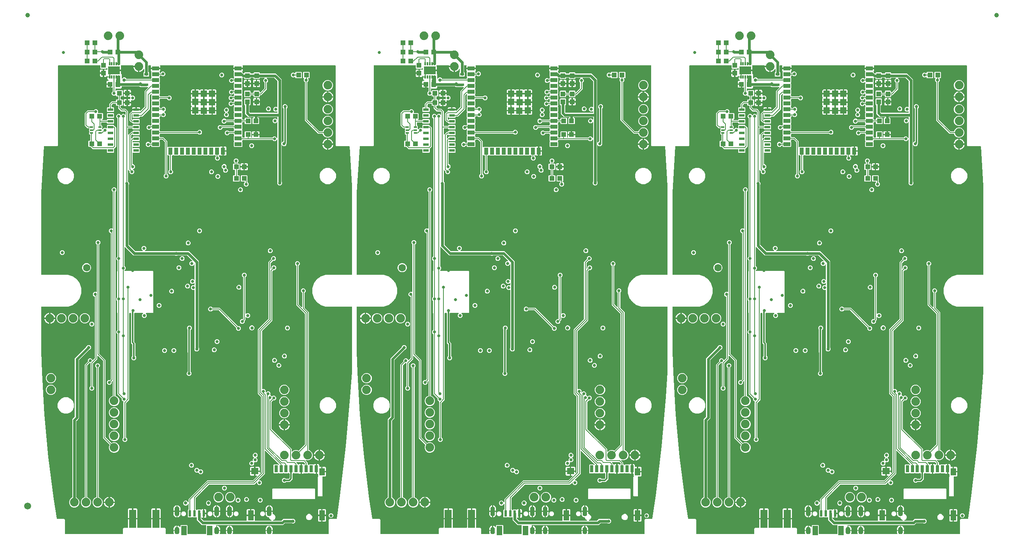
<source format=gbl>
G04 EAGLE Gerber RS-274X export*
G75*
%MOMM*%
%FSLAX34Y34*%
%LPD*%
%INBottom Copper*%
%IPPOS*%
%AMOC8*
5,1,8,0,0,1.08239X$1,22.5*%
G01*
%ADD10R,1.200000X2.000000*%
%ADD11R,0.600000X1.350000*%
%ADD12C,0.635000*%
%ADD13C,0.755600*%
%ADD14R,1.500000X4.000000*%
%ADD15R,1.000000X1.100000*%
%ADD16R,1.100000X1.000000*%
%ADD17C,1.879600*%
%ADD18R,0.830000X0.630000*%
%ADD19R,1.200000X0.600000*%
%ADD20R,0.660000X0.300000*%
%ADD21R,0.350000X0.800000*%
%ADD22R,2.500000X1.700000*%
%ADD23C,1.600000*%
%ADD24R,1.500000X0.900000*%
%ADD25R,0.900000X1.500000*%
%ADD26R,1.330000X1.330000*%
%ADD27R,0.700000X1.600000*%
%ADD28R,1.200000X2.200000*%
%ADD29R,1.600000X1.400000*%
%ADD30R,1.200000X1.600000*%
%ADD31C,1.000000*%
%ADD32C,1.500000*%
%ADD33C,0.660400*%
%ADD34C,0.558800*%
%ADD35C,0.304800*%
%ADD36C,0.177800*%
%ADD37C,0.736600*%
%ADD38C,0.705600*%

G36*
X500216Y2540D02*
X500216Y2540D01*
X500222Y2545D01*
X500227Y2542D01*
X501284Y2912D01*
X501288Y2919D01*
X501294Y2917D01*
X502242Y3512D01*
X502245Y3520D01*
X502250Y3519D01*
X503042Y4311D01*
X503043Y4319D01*
X503049Y4320D01*
X503645Y5268D01*
X503644Y5276D01*
X503649Y5278D01*
X504019Y6334D01*
X504018Y6339D01*
X504020Y6341D01*
X504018Y6343D01*
X504022Y6345D01*
X504147Y7458D01*
X504145Y7461D01*
X504147Y7463D01*
X504147Y9464D01*
X506689Y9464D01*
X506689Y6716D01*
X506397Y5249D01*
X505814Y3841D01*
X505803Y3796D01*
X505784Y3754D01*
X505775Y3677D01*
X505757Y3601D01*
X505762Y3555D01*
X505757Y3510D01*
X505773Y3433D01*
X505780Y3356D01*
X505799Y3314D01*
X505809Y3269D01*
X505849Y3203D01*
X505880Y3131D01*
X505912Y3098D01*
X505935Y3058D01*
X505994Y3008D01*
X506047Y2950D01*
X506087Y2928D01*
X506122Y2898D01*
X506194Y2869D01*
X506262Y2832D01*
X506308Y2824D01*
X506350Y2806D01*
X506486Y2791D01*
X506504Y2788D01*
X506509Y2789D01*
X506517Y2788D01*
X628062Y2788D01*
X628082Y2791D01*
X628101Y2789D01*
X628203Y2811D01*
X628305Y2828D01*
X628322Y2837D01*
X628342Y2841D01*
X628431Y2894D01*
X628522Y2943D01*
X628536Y2957D01*
X628553Y2967D01*
X628620Y3046D01*
X628692Y3121D01*
X628700Y3139D01*
X628713Y3154D01*
X628752Y3251D01*
X628795Y3344D01*
X628797Y3364D01*
X628805Y3382D01*
X628823Y3549D01*
X628823Y33901D01*
X630460Y35538D01*
X645530Y35538D01*
X645619Y35552D01*
X645708Y35559D01*
X645739Y35572D01*
X645773Y35578D01*
X645852Y35620D01*
X645935Y35654D01*
X645960Y35677D01*
X645990Y35693D01*
X646052Y35758D01*
X646119Y35817D01*
X646136Y35846D01*
X646160Y35871D01*
X646197Y35952D01*
X646242Y36030D01*
X646253Y36072D01*
X646263Y36094D01*
X646267Y36126D01*
X646284Y36192D01*
X653417Y86580D01*
X653417Y86587D01*
X653419Y86597D01*
X666139Y193745D01*
X666138Y193754D01*
X666141Y193767D01*
X675644Y301248D01*
X675643Y301255D01*
X675645Y301265D01*
X679182Y355008D01*
X679180Y355027D01*
X679183Y355058D01*
X679183Y497437D01*
X679180Y497457D01*
X679182Y497477D01*
X679160Y497578D01*
X679144Y497680D01*
X679134Y497698D01*
X679130Y497717D01*
X679077Y497806D01*
X679028Y497897D01*
X679014Y497911D01*
X679004Y497928D01*
X678925Y497995D01*
X678850Y498067D01*
X678832Y498075D01*
X678817Y498088D01*
X678721Y498127D01*
X678627Y498170D01*
X678607Y498173D01*
X678589Y498180D01*
X678422Y498198D01*
X621897Y498198D01*
X611489Y501580D01*
X602637Y508012D01*
X596205Y516865D01*
X592823Y527272D01*
X592823Y538215D01*
X596205Y548622D01*
X602637Y557474D01*
X611489Y563906D01*
X621897Y567288D01*
X678422Y567288D01*
X678442Y567291D01*
X678461Y567289D01*
X678563Y567311D01*
X678665Y567328D01*
X678682Y567337D01*
X678702Y567341D01*
X678791Y567394D01*
X678882Y567443D01*
X678896Y567457D01*
X678913Y567467D01*
X678980Y567546D01*
X679052Y567621D01*
X679060Y567639D01*
X679073Y567654D01*
X679112Y567751D01*
X679155Y567844D01*
X679157Y567864D01*
X679165Y567882D01*
X679183Y568049D01*
X679183Y761242D01*
X679181Y761258D01*
X679182Y761285D01*
X674299Y846731D01*
X674274Y846847D01*
X674247Y846967D01*
X674246Y846969D01*
X674246Y846971D01*
X674183Y847075D01*
X674121Y847178D01*
X674120Y847179D01*
X674119Y847181D01*
X674027Y847259D01*
X673934Y847338D01*
X673932Y847339D01*
X673931Y847340D01*
X673821Y847384D01*
X673706Y847430D01*
X673704Y847430D01*
X673702Y847431D01*
X673695Y847431D01*
X673539Y847448D01*
X645260Y847448D01*
X643623Y849086D01*
X643623Y1022743D01*
X643620Y1022763D01*
X643622Y1022783D01*
X643600Y1022884D01*
X643584Y1022986D01*
X643574Y1023004D01*
X643570Y1023023D01*
X643517Y1023112D01*
X643468Y1023203D01*
X643454Y1023217D01*
X643444Y1023234D01*
X643365Y1023301D01*
X643290Y1023373D01*
X643272Y1023381D01*
X643257Y1023394D01*
X643161Y1023433D01*
X643067Y1023476D01*
X643047Y1023479D01*
X643029Y1023486D01*
X642862Y1023504D01*
X442215Y1023504D01*
X442098Y1023485D01*
X441980Y1023467D01*
X441976Y1023465D01*
X441972Y1023465D01*
X441868Y1023409D01*
X441761Y1023355D01*
X441758Y1023352D01*
X441755Y1023350D01*
X441674Y1023264D01*
X441590Y1023178D01*
X441588Y1023174D01*
X441585Y1023171D01*
X441536Y1023064D01*
X441484Y1022956D01*
X441484Y1022952D01*
X441482Y1022948D01*
X441469Y1022830D01*
X441454Y1022712D01*
X441455Y1022707D01*
X441455Y1022704D01*
X441458Y1022690D01*
X441480Y1022546D01*
X441659Y1021878D01*
X441659Y1018566D01*
X432380Y1018566D01*
X432360Y1018563D01*
X432341Y1018565D01*
X432239Y1018543D01*
X432137Y1018527D01*
X432120Y1018517D01*
X432100Y1018513D01*
X432011Y1018460D01*
X431920Y1018412D01*
X431906Y1018397D01*
X431889Y1018387D01*
X431822Y1018308D01*
X431751Y1018233D01*
X431742Y1018215D01*
X431729Y1018200D01*
X431690Y1018104D01*
X431647Y1018010D01*
X431645Y1017990D01*
X431637Y1017972D01*
X431619Y1017805D01*
X431619Y1016281D01*
X431622Y1016262D01*
X431620Y1016242D01*
X431642Y1016141D01*
X431659Y1016038D01*
X431668Y1016021D01*
X431672Y1016001D01*
X431725Y1015912D01*
X431774Y1015821D01*
X431788Y1015807D01*
X431798Y1015790D01*
X431877Y1015723D01*
X431952Y1015652D01*
X431970Y1015643D01*
X431985Y1015630D01*
X432081Y1015592D01*
X432175Y1015548D01*
X432195Y1015546D01*
X432213Y1015538D01*
X432380Y1015520D01*
X441659Y1015520D01*
X441659Y1012209D01*
X441486Y1011562D01*
X441151Y1010983D01*
X440861Y1010693D01*
X440849Y1010677D01*
X440833Y1010664D01*
X440777Y1010577D01*
X440717Y1010493D01*
X440711Y1010474D01*
X440700Y1010457D01*
X440675Y1010357D01*
X440645Y1010258D01*
X440645Y1010238D01*
X440640Y1010219D01*
X440648Y1010116D01*
X440651Y1010012D01*
X440658Y1009993D01*
X440659Y1009973D01*
X440700Y1009878D01*
X440736Y1009781D01*
X440748Y1009765D01*
X440756Y1009747D01*
X440861Y1009616D01*
X440897Y1009580D01*
X440897Y1009317D01*
X440911Y1009226D01*
X440919Y1009136D01*
X440931Y1009106D01*
X440936Y1009074D01*
X440979Y1008993D01*
X441015Y1008909D01*
X441041Y1008877D01*
X441052Y1008856D01*
X441075Y1008834D01*
X441120Y1008778D01*
X443540Y1006358D01*
X443598Y1006316D01*
X443650Y1006267D01*
X443697Y1006245D01*
X443739Y1006215D01*
X443808Y1006194D01*
X443873Y1006163D01*
X443925Y1006158D01*
X443975Y1006142D01*
X444046Y1006144D01*
X444117Y1006136D01*
X444168Y1006147D01*
X444220Y1006149D01*
X444288Y1006173D01*
X444358Y1006189D01*
X444403Y1006215D01*
X444451Y1006233D01*
X444507Y1006278D01*
X444569Y1006315D01*
X444603Y1006354D01*
X444643Y1006387D01*
X444682Y1006447D01*
X444729Y1006502D01*
X444748Y1006550D01*
X444776Y1006594D01*
X444794Y1006663D01*
X444821Y1006730D01*
X444829Y1006801D01*
X444837Y1006832D01*
X444835Y1006856D01*
X444839Y1006897D01*
X444839Y1007480D01*
X445881Y1008522D01*
X457355Y1008522D01*
X458397Y1007480D01*
X458397Y1006577D01*
X458400Y1006557D01*
X458398Y1006538D01*
X458420Y1006436D01*
X458436Y1006334D01*
X458446Y1006317D01*
X458450Y1006297D01*
X458503Y1006208D01*
X458552Y1006117D01*
X458566Y1006103D01*
X458576Y1006086D01*
X458655Y1006019D01*
X458730Y1005948D01*
X458748Y1005939D01*
X458763Y1005926D01*
X458859Y1005888D01*
X458953Y1005844D01*
X458973Y1005842D01*
X458991Y1005834D01*
X459158Y1005816D01*
X464078Y1005816D01*
X464098Y1005819D01*
X464117Y1005817D01*
X464219Y1005839D01*
X464321Y1005856D01*
X464338Y1005865D01*
X464358Y1005869D01*
X464447Y1005922D01*
X464538Y1005971D01*
X464552Y1005985D01*
X464569Y1005995D01*
X464636Y1006074D01*
X464708Y1006149D01*
X464716Y1006167D01*
X464729Y1006182D01*
X464768Y1006279D01*
X464811Y1006372D01*
X464813Y1006392D01*
X464821Y1006410D01*
X464839Y1006577D01*
X464839Y1007480D01*
X465881Y1008522D01*
X477355Y1008522D01*
X478397Y1007480D01*
X478397Y1006577D01*
X478400Y1006557D01*
X478398Y1006538D01*
X478420Y1006436D01*
X478436Y1006334D01*
X478446Y1006317D01*
X478450Y1006297D01*
X478503Y1006208D01*
X478552Y1006117D01*
X478566Y1006103D01*
X478576Y1006086D01*
X478655Y1006019D01*
X478730Y1005948D01*
X478748Y1005939D01*
X478763Y1005926D01*
X478859Y1005888D01*
X478953Y1005844D01*
X478973Y1005842D01*
X478991Y1005834D01*
X479158Y1005816D01*
X513612Y1005816D01*
X526141Y993287D01*
X526141Y856289D01*
X526152Y856218D01*
X526154Y856147D01*
X526172Y856098D01*
X526180Y856046D01*
X526214Y855983D01*
X526239Y855916D01*
X526271Y855875D01*
X526296Y855829D01*
X526348Y855779D01*
X526392Y855723D01*
X526436Y855695D01*
X526474Y855659D01*
X526539Y855629D01*
X526599Y855590D01*
X526650Y855578D01*
X526697Y855556D01*
X526768Y855548D01*
X526838Y855530D01*
X526890Y855534D01*
X526941Y855529D01*
X527012Y855544D01*
X527083Y855550D01*
X527131Y855570D01*
X527182Y855581D01*
X527243Y855618D01*
X527309Y855646D01*
X527365Y855691D01*
X527393Y855707D01*
X527408Y855725D01*
X527440Y855751D01*
X529513Y857824D01*
X529554Y857824D01*
X529574Y857827D01*
X529593Y857825D01*
X529695Y857847D01*
X529797Y857864D01*
X529814Y857873D01*
X529834Y857877D01*
X529923Y857930D01*
X530014Y857979D01*
X530028Y857993D01*
X530045Y858003D01*
X530112Y858082D01*
X530184Y858157D01*
X530192Y858175D01*
X530205Y858190D01*
X530244Y858287D01*
X530287Y858380D01*
X530289Y858400D01*
X530297Y858418D01*
X530315Y858585D01*
X530315Y929714D01*
X530301Y929804D01*
X530293Y929895D01*
X530281Y929925D01*
X530276Y929957D01*
X530233Y930038D01*
X530197Y930122D01*
X530171Y930154D01*
X530160Y930174D01*
X530137Y930197D01*
X530092Y930253D01*
X528537Y931808D01*
X528537Y936017D01*
X531513Y938993D01*
X535723Y938993D01*
X538699Y936017D01*
X538699Y931808D01*
X537144Y930253D01*
X537091Y930179D01*
X537031Y930109D01*
X537019Y930079D01*
X537000Y930053D01*
X536973Y929966D01*
X536939Y929881D01*
X536935Y929840D01*
X536928Y929818D01*
X536929Y929786D01*
X536921Y929714D01*
X536921Y853375D01*
X536869Y853302D01*
X536809Y853233D01*
X536797Y853203D01*
X536778Y853176D01*
X536751Y853089D01*
X536717Y853005D01*
X536713Y852964D01*
X536706Y852941D01*
X536707Y852909D01*
X536699Y852838D01*
X536699Y850639D01*
X533723Y847662D01*
X529513Y847662D01*
X527440Y849736D01*
X527382Y849778D01*
X527330Y849827D01*
X527283Y849849D01*
X527241Y849879D01*
X527172Y849900D01*
X527107Y849931D01*
X527055Y849936D01*
X527005Y849952D01*
X526934Y849950D01*
X526863Y849958D01*
X526812Y849947D01*
X526760Y849945D01*
X526692Y849921D01*
X526622Y849905D01*
X526577Y849879D01*
X526529Y849861D01*
X526473Y849816D01*
X526411Y849779D01*
X526377Y849740D01*
X526337Y849707D01*
X526298Y849647D01*
X526251Y849592D01*
X526232Y849544D01*
X526204Y849500D01*
X526186Y849431D01*
X526159Y849364D01*
X526151Y849293D01*
X526143Y849262D01*
X526145Y849238D01*
X526141Y849197D01*
X526141Y771011D01*
X526155Y770921D01*
X526163Y770830D01*
X526175Y770800D01*
X526180Y770768D01*
X526223Y770688D01*
X526259Y770604D01*
X526285Y770572D01*
X526296Y770551D01*
X526319Y770529D01*
X526364Y770473D01*
X527039Y769798D01*
X527039Y765589D01*
X524063Y762612D01*
X519853Y762612D01*
X516877Y765589D01*
X516877Y769827D01*
X516885Y769836D01*
X516897Y769866D01*
X516916Y769892D01*
X516943Y769979D01*
X516977Y770064D01*
X516981Y770105D01*
X516988Y770128D01*
X516987Y770160D01*
X516995Y770231D01*
X516995Y861097D01*
X516984Y861168D01*
X516982Y861240D01*
X516964Y861289D01*
X516956Y861340D01*
X516922Y861404D01*
X516897Y861471D01*
X516865Y861512D01*
X516840Y861558D01*
X516788Y861607D01*
X516744Y861663D01*
X516700Y861691D01*
X516662Y861727D01*
X516597Y861757D01*
X516537Y861796D01*
X516486Y861809D01*
X516439Y861831D01*
X516368Y861838D01*
X516298Y861856D01*
X516246Y861852D01*
X516195Y861858D01*
X516124Y861842D01*
X516053Y861837D01*
X516005Y861816D01*
X515954Y861805D01*
X515893Y861769D01*
X515827Y861741D01*
X515771Y861696D01*
X515743Y861679D01*
X515728Y861661D01*
X515696Y861636D01*
X512723Y858662D01*
X508513Y858662D01*
X506323Y860852D01*
X506250Y860906D01*
X506180Y860965D01*
X506150Y860977D01*
X506124Y860996D01*
X506037Y861023D01*
X505952Y861057D01*
X505911Y861062D01*
X505889Y861068D01*
X505856Y861068D01*
X505785Y861075D01*
X441658Y861075D01*
X441638Y861072D01*
X441619Y861074D01*
X441517Y861052D01*
X441415Y861036D01*
X441398Y861026D01*
X441378Y861022D01*
X441289Y860969D01*
X441198Y860921D01*
X441184Y860906D01*
X441167Y860896D01*
X441100Y860817D01*
X441028Y860742D01*
X441020Y860724D01*
X441007Y860709D01*
X440968Y860613D01*
X440925Y860519D01*
X440923Y860499D01*
X440915Y860481D01*
X440897Y860314D01*
X440897Y859406D01*
X440322Y858831D01*
X440310Y858815D01*
X440295Y858803D01*
X440239Y858716D01*
X440178Y858632D01*
X440172Y858613D01*
X440162Y858596D01*
X440136Y858495D01*
X440106Y858397D01*
X440106Y858377D01*
X440102Y858357D01*
X440110Y858254D01*
X440112Y858151D01*
X440119Y858132D01*
X440121Y858112D01*
X440161Y858017D01*
X440197Y857920D01*
X440209Y857904D01*
X440217Y857886D01*
X440322Y857755D01*
X440897Y857180D01*
X440897Y846706D01*
X439855Y845664D01*
X423381Y845664D01*
X422339Y846706D01*
X422339Y857180D01*
X422914Y857755D01*
X422926Y857771D01*
X422941Y857784D01*
X422997Y857871D01*
X423058Y857955D01*
X423064Y857974D01*
X423074Y857990D01*
X423100Y858091D01*
X423130Y858190D01*
X423130Y858210D01*
X423134Y858229D01*
X423126Y858332D01*
X423124Y858436D01*
X423117Y858454D01*
X423115Y858474D01*
X423075Y858569D01*
X423039Y858667D01*
X423027Y858682D01*
X423019Y858701D01*
X422914Y858831D01*
X422339Y859406D01*
X422339Y869880D01*
X422914Y870455D01*
X422926Y870471D01*
X422941Y870484D01*
X422997Y870571D01*
X423058Y870655D01*
X423064Y870674D01*
X423074Y870690D01*
X423100Y870791D01*
X423130Y870890D01*
X423130Y870910D01*
X423134Y870929D01*
X423126Y871032D01*
X423124Y871136D01*
X423117Y871154D01*
X423115Y871174D01*
X423075Y871269D01*
X423039Y871367D01*
X423027Y871382D01*
X423019Y871401D01*
X422914Y871531D01*
X422339Y872106D01*
X422339Y873914D01*
X422336Y873934D01*
X422338Y873954D01*
X422316Y874055D01*
X422300Y874157D01*
X422290Y874175D01*
X422286Y874194D01*
X422233Y874283D01*
X422184Y874374D01*
X422170Y874388D01*
X422160Y874405D01*
X422081Y874472D01*
X422006Y874544D01*
X421988Y874552D01*
X421973Y874565D01*
X421877Y874604D01*
X421783Y874647D01*
X421763Y874650D01*
X421745Y874657D01*
X421578Y874675D01*
X413458Y874675D01*
X413368Y874661D01*
X413277Y874654D01*
X413247Y874641D01*
X413215Y874636D01*
X413134Y874593D01*
X413051Y874557D01*
X413018Y874532D01*
X412998Y874521D01*
X412976Y874497D01*
X412920Y874452D01*
X409890Y871422D01*
X405680Y871422D01*
X402704Y874399D01*
X402704Y878608D01*
X405680Y881584D01*
X409890Y881584D01*
X411240Y880234D01*
X411313Y880181D01*
X411383Y880121D01*
X411413Y880109D01*
X411439Y880090D01*
X411526Y880064D01*
X411611Y880029D01*
X411652Y880025D01*
X411674Y880018D01*
X411707Y880019D01*
X411778Y880011D01*
X421578Y880011D01*
X421598Y880014D01*
X421617Y880012D01*
X421719Y880034D01*
X421821Y880051D01*
X421838Y880060D01*
X421858Y880064D01*
X421947Y880117D01*
X422038Y880166D01*
X422052Y880180D01*
X422069Y880190D01*
X422136Y880269D01*
X422208Y880344D01*
X422216Y880362D01*
X422229Y880377D01*
X422268Y880474D01*
X422311Y880567D01*
X422313Y880587D01*
X422321Y880605D01*
X422339Y880772D01*
X422339Y882580D01*
X422914Y883155D01*
X422926Y883171D01*
X422941Y883184D01*
X422997Y883271D01*
X423058Y883355D01*
X423064Y883374D01*
X423074Y883390D01*
X423100Y883491D01*
X423130Y883590D01*
X423130Y883610D01*
X423134Y883629D01*
X423126Y883732D01*
X423124Y883836D01*
X423117Y883854D01*
X423115Y883874D01*
X423075Y883969D01*
X423039Y884067D01*
X423027Y884082D01*
X423019Y884101D01*
X422914Y884231D01*
X422339Y884806D01*
X422339Y886614D01*
X422337Y886628D01*
X422338Y886639D01*
X422337Y886644D01*
X422338Y886654D01*
X422316Y886755D01*
X422300Y886857D01*
X422290Y886875D01*
X422286Y886894D01*
X422233Y886983D01*
X422184Y887074D01*
X422170Y887088D01*
X422160Y887105D01*
X422081Y887172D01*
X422006Y887244D01*
X421988Y887252D01*
X421973Y887265D01*
X421877Y887304D01*
X421783Y887347D01*
X421763Y887350D01*
X421745Y887357D01*
X421578Y887375D01*
X398133Y887375D01*
X398113Y887372D01*
X398094Y887374D01*
X397992Y887352D01*
X397890Y887336D01*
X397873Y887326D01*
X397853Y887322D01*
X397764Y887269D01*
X397673Y887221D01*
X397659Y887206D01*
X397642Y887196D01*
X397575Y887117D01*
X397503Y887042D01*
X397495Y887024D01*
X397482Y887009D01*
X397443Y886913D01*
X397400Y886819D01*
X397398Y886799D01*
X397390Y886781D01*
X397375Y886642D01*
X394396Y883662D01*
X390186Y883662D01*
X387210Y886639D01*
X387210Y890848D01*
X390186Y893824D01*
X394396Y893824D01*
X395286Y892934D01*
X395359Y892881D01*
X395429Y892821D01*
X395459Y892809D01*
X395485Y892790D01*
X395572Y892764D01*
X395657Y892729D01*
X395698Y892725D01*
X395720Y892718D01*
X395753Y892719D01*
X395824Y892711D01*
X421578Y892711D01*
X421598Y892714D01*
X421617Y892712D01*
X421719Y892734D01*
X421821Y892751D01*
X421838Y892760D01*
X421858Y892764D01*
X421947Y892817D01*
X422038Y892866D01*
X422052Y892880D01*
X422069Y892890D01*
X422136Y892969D01*
X422208Y893044D01*
X422216Y893062D01*
X422229Y893077D01*
X422268Y893174D01*
X422311Y893267D01*
X422313Y893287D01*
X422321Y893305D01*
X422339Y893472D01*
X422339Y895280D01*
X422914Y895855D01*
X422926Y895871D01*
X422941Y895884D01*
X422997Y895971D01*
X423058Y896055D01*
X423064Y896074D01*
X423074Y896090D01*
X423100Y896191D01*
X423130Y896290D01*
X423130Y896310D01*
X423134Y896329D01*
X423126Y896432D01*
X423124Y896536D01*
X423117Y896554D01*
X423115Y896574D01*
X423075Y896669D01*
X423039Y896767D01*
X423027Y896782D01*
X423019Y896801D01*
X422914Y896931D01*
X422339Y897506D01*
X422339Y899314D01*
X422336Y899334D01*
X422338Y899354D01*
X422316Y899455D01*
X422300Y899557D01*
X422290Y899575D01*
X422286Y899594D01*
X422233Y899683D01*
X422184Y899774D01*
X422170Y899788D01*
X422160Y899805D01*
X422081Y899872D01*
X422006Y899944D01*
X421988Y899952D01*
X421973Y899965D01*
X421877Y900004D01*
X421783Y900047D01*
X421763Y900050D01*
X421745Y900057D01*
X421578Y900075D01*
X406571Y900075D01*
X406481Y900061D01*
X406390Y900054D01*
X406360Y900041D01*
X406328Y900036D01*
X406247Y899993D01*
X406164Y899957D01*
X406131Y899932D01*
X406111Y899921D01*
X406089Y899897D01*
X406033Y899852D01*
X403413Y897232D01*
X399203Y897232D01*
X396227Y900209D01*
X396227Y904418D01*
X399203Y907394D01*
X403413Y907394D01*
X405173Y905634D01*
X405246Y905581D01*
X405316Y905521D01*
X405346Y905509D01*
X405372Y905490D01*
X405459Y905464D01*
X405544Y905429D01*
X405585Y905425D01*
X405607Y905418D01*
X405640Y905419D01*
X405711Y905411D01*
X421578Y905411D01*
X421598Y905414D01*
X421617Y905412D01*
X421719Y905434D01*
X421821Y905451D01*
X421838Y905460D01*
X421858Y905464D01*
X421947Y905517D01*
X422038Y905566D01*
X422052Y905580D01*
X422069Y905590D01*
X422136Y905669D01*
X422208Y905744D01*
X422216Y905762D01*
X422229Y905777D01*
X422268Y905874D01*
X422311Y905967D01*
X422313Y905987D01*
X422321Y906005D01*
X422339Y906172D01*
X422339Y907980D01*
X422914Y908555D01*
X422926Y908571D01*
X422941Y908584D01*
X422997Y908671D01*
X423058Y908755D01*
X423064Y908774D01*
X423074Y908790D01*
X423100Y908891D01*
X423130Y908990D01*
X423130Y909010D01*
X423134Y909029D01*
X423126Y909132D01*
X423124Y909236D01*
X423117Y909254D01*
X423115Y909274D01*
X423075Y909369D01*
X423039Y909467D01*
X423027Y909482D01*
X423019Y909501D01*
X422914Y909631D01*
X422339Y910206D01*
X422339Y920680D01*
X422914Y921255D01*
X422926Y921271D01*
X422941Y921284D01*
X422997Y921371D01*
X423058Y921455D01*
X423064Y921474D01*
X423074Y921490D01*
X423100Y921591D01*
X423130Y921690D01*
X423130Y921710D01*
X423134Y921729D01*
X423126Y921832D01*
X423124Y921936D01*
X423117Y921954D01*
X423115Y921974D01*
X423075Y922069D01*
X423039Y922167D01*
X423027Y922182D01*
X423019Y922201D01*
X422914Y922331D01*
X422339Y922906D01*
X422339Y933380D01*
X422914Y933955D01*
X422926Y933971D01*
X422941Y933984D01*
X422997Y934071D01*
X423058Y934155D01*
X423064Y934174D01*
X423074Y934190D01*
X423100Y934291D01*
X423130Y934390D01*
X423130Y934410D01*
X423134Y934429D01*
X423126Y934532D01*
X423124Y934636D01*
X423117Y934654D01*
X423115Y934674D01*
X423075Y934769D01*
X423039Y934867D01*
X423027Y934882D01*
X423019Y934901D01*
X422914Y935031D01*
X422339Y935606D01*
X422339Y937414D01*
X422336Y937434D01*
X422338Y937454D01*
X422316Y937555D01*
X422300Y937657D01*
X422290Y937675D01*
X422286Y937694D01*
X422233Y937783D01*
X422184Y937874D01*
X422170Y937888D01*
X422160Y937905D01*
X422081Y937972D01*
X422006Y938044D01*
X421988Y938052D01*
X421973Y938065D01*
X421877Y938104D01*
X421783Y938147D01*
X421763Y938150D01*
X421745Y938157D01*
X421578Y938175D01*
X421471Y938175D01*
X421381Y938161D01*
X421290Y938154D01*
X421260Y938141D01*
X421228Y938136D01*
X421147Y938093D01*
X421064Y938057D01*
X421031Y938032D01*
X421011Y938021D01*
X420989Y937997D01*
X420933Y937952D01*
X417903Y934922D01*
X413693Y934922D01*
X410717Y937899D01*
X410717Y942108D01*
X413693Y945084D01*
X417903Y945084D01*
X419253Y943734D01*
X419326Y943681D01*
X419396Y943621D01*
X419426Y943609D01*
X419452Y943590D01*
X419539Y943564D01*
X419624Y943529D01*
X419665Y943525D01*
X419687Y943518D01*
X419720Y943519D01*
X419791Y943511D01*
X421578Y943511D01*
X421598Y943514D01*
X421617Y943512D01*
X421719Y943534D01*
X421821Y943551D01*
X421838Y943560D01*
X421858Y943564D01*
X421947Y943617D01*
X422038Y943666D01*
X422052Y943680D01*
X422069Y943690D01*
X422136Y943769D01*
X422208Y943844D01*
X422216Y943862D01*
X422229Y943877D01*
X422268Y943974D01*
X422311Y944067D01*
X422313Y944087D01*
X422321Y944105D01*
X422339Y944272D01*
X422339Y946080D01*
X422914Y946655D01*
X422926Y946671D01*
X422941Y946684D01*
X422997Y946771D01*
X423058Y946855D01*
X423064Y946874D01*
X423074Y946890D01*
X423100Y946991D01*
X423130Y947090D01*
X423130Y947110D01*
X423134Y947129D01*
X423126Y947232D01*
X423124Y947336D01*
X423117Y947354D01*
X423115Y947374D01*
X423075Y947469D01*
X423039Y947567D01*
X423027Y947582D01*
X423019Y947601D01*
X422914Y947731D01*
X422339Y948306D01*
X422339Y950114D01*
X422336Y950134D01*
X422338Y950154D01*
X422316Y950255D01*
X422300Y950357D01*
X422290Y950375D01*
X422286Y950394D01*
X422233Y950483D01*
X422184Y950574D01*
X422170Y950588D01*
X422160Y950605D01*
X422081Y950672D01*
X422006Y950744D01*
X421988Y950752D01*
X421973Y950765D01*
X421877Y950804D01*
X421783Y950847D01*
X421763Y950850D01*
X421745Y950857D01*
X421578Y950875D01*
X421391Y950875D01*
X421301Y950861D01*
X421210Y950854D01*
X421180Y950841D01*
X421148Y950836D01*
X421067Y950793D01*
X420984Y950757D01*
X420951Y950732D01*
X420931Y950721D01*
X420909Y950697D01*
X420853Y950652D01*
X417863Y947662D01*
X413653Y947662D01*
X410677Y950639D01*
X410677Y954848D01*
X413653Y957824D01*
X417863Y957824D01*
X419253Y956434D01*
X419326Y956381D01*
X419396Y956321D01*
X419426Y956309D01*
X419452Y956290D01*
X419539Y956264D01*
X419624Y956229D01*
X419665Y956225D01*
X419687Y956218D01*
X419720Y956219D01*
X419791Y956211D01*
X421578Y956211D01*
X421598Y956214D01*
X421617Y956212D01*
X421719Y956234D01*
X421821Y956251D01*
X421838Y956260D01*
X421858Y956264D01*
X421947Y956317D01*
X422038Y956366D01*
X422052Y956380D01*
X422069Y956390D01*
X422136Y956469D01*
X422208Y956544D01*
X422216Y956562D01*
X422229Y956577D01*
X422268Y956674D01*
X422311Y956767D01*
X422313Y956787D01*
X422321Y956805D01*
X422339Y956972D01*
X422339Y958780D01*
X422914Y959355D01*
X422926Y959371D01*
X422941Y959384D01*
X422997Y959471D01*
X423058Y959555D01*
X423064Y959574D01*
X423074Y959590D01*
X423100Y959691D01*
X423130Y959790D01*
X423130Y959810D01*
X423134Y959829D01*
X423126Y959932D01*
X423124Y960036D01*
X423117Y960054D01*
X423115Y960074D01*
X423075Y960169D01*
X423039Y960267D01*
X423027Y960282D01*
X423019Y960301D01*
X422914Y960431D01*
X422339Y961006D01*
X422339Y961971D01*
X422337Y961988D01*
X422338Y962002D01*
X422327Y962052D01*
X422326Y962114D01*
X422308Y962163D01*
X422300Y962214D01*
X422287Y962238D01*
X422286Y962243D01*
X422272Y962266D01*
X422266Y962278D01*
X422241Y962345D01*
X422209Y962386D01*
X422184Y962432D01*
X422132Y962481D01*
X422088Y962537D01*
X422044Y962565D01*
X422006Y962601D01*
X421941Y962631D01*
X421881Y962670D01*
X421830Y962683D01*
X421783Y962705D01*
X421712Y962712D01*
X421642Y962730D01*
X421590Y962726D01*
X421539Y962732D01*
X421468Y962716D01*
X421397Y962711D01*
X421349Y962690D01*
X421298Y962679D01*
X421237Y962643D01*
X421171Y962615D01*
X421124Y962577D01*
X421109Y962569D01*
X421103Y962563D01*
X421087Y962553D01*
X421072Y962535D01*
X421040Y962510D01*
X418853Y960322D01*
X414643Y960322D01*
X411667Y963299D01*
X411667Y967508D01*
X414643Y970484D01*
X418853Y970484D01*
X420203Y969134D01*
X420276Y969081D01*
X420346Y969021D01*
X420376Y969009D01*
X420402Y968990D01*
X420489Y968964D01*
X420574Y968929D01*
X420615Y968925D01*
X420637Y968918D01*
X420670Y968919D01*
X420741Y968911D01*
X421578Y968911D01*
X421598Y968914D01*
X421617Y968912D01*
X421719Y968934D01*
X421821Y968951D01*
X421838Y968960D01*
X421858Y968964D01*
X421947Y969017D01*
X422038Y969066D01*
X422052Y969080D01*
X422069Y969090D01*
X422136Y969169D01*
X422208Y969244D01*
X422216Y969262D01*
X422229Y969277D01*
X422268Y969374D01*
X422311Y969467D01*
X422313Y969487D01*
X422321Y969505D01*
X422339Y969672D01*
X422339Y971480D01*
X422914Y972055D01*
X422926Y972071D01*
X422941Y972084D01*
X422997Y972171D01*
X423058Y972255D01*
X423064Y972274D01*
X423074Y972290D01*
X423100Y972391D01*
X423130Y972490D01*
X423130Y972510D01*
X423134Y972529D01*
X423126Y972632D01*
X423124Y972736D01*
X423117Y972754D01*
X423115Y972774D01*
X423075Y972869D01*
X423039Y972967D01*
X423027Y972982D01*
X423019Y973001D01*
X422931Y973111D01*
X422930Y973111D01*
X422930Y973112D01*
X422914Y973131D01*
X422339Y973706D01*
X422339Y984180D01*
X422914Y984755D01*
X422926Y984771D01*
X422941Y984784D01*
X422997Y984871D01*
X423058Y984955D01*
X423064Y984974D01*
X423074Y984990D01*
X423100Y985091D01*
X423130Y985190D01*
X423130Y985210D01*
X423134Y985229D01*
X423126Y985332D01*
X423124Y985436D01*
X423117Y985454D01*
X423115Y985474D01*
X423075Y985569D01*
X423039Y985667D01*
X423027Y985682D01*
X423019Y985701D01*
X422914Y985831D01*
X422339Y986406D01*
X422339Y987031D01*
X422328Y987102D01*
X422326Y987174D01*
X422308Y987223D01*
X422300Y987274D01*
X422266Y987338D01*
X422241Y987405D01*
X422209Y987446D01*
X422184Y987492D01*
X422132Y987541D01*
X422088Y987597D01*
X422044Y987625D01*
X422006Y987661D01*
X421941Y987691D01*
X421881Y987730D01*
X421830Y987743D01*
X421783Y987765D01*
X421712Y987772D01*
X421642Y987790D01*
X421590Y987786D01*
X421539Y987792D01*
X421468Y987776D01*
X421397Y987771D01*
X421349Y987750D01*
X421298Y987739D01*
X421237Y987703D01*
X421171Y987675D01*
X421115Y987630D01*
X421087Y987613D01*
X421072Y987595D01*
X421040Y987570D01*
X419133Y985662D01*
X414923Y985662D01*
X411947Y988639D01*
X411947Y992848D01*
X414923Y995824D01*
X419133Y995824D01*
X420423Y994534D01*
X420496Y994481D01*
X420566Y994421D01*
X420596Y994409D01*
X420622Y994390D01*
X420709Y994364D01*
X420794Y994329D01*
X420835Y994325D01*
X420857Y994318D01*
X420890Y994319D01*
X420961Y994311D01*
X421578Y994311D01*
X421598Y994314D01*
X421617Y994312D01*
X421719Y994334D01*
X421821Y994351D01*
X421838Y994360D01*
X421858Y994364D01*
X421947Y994417D01*
X422038Y994466D01*
X422052Y994480D01*
X422069Y994490D01*
X422136Y994569D01*
X422208Y994644D01*
X422216Y994662D01*
X422229Y994677D01*
X422268Y994774D01*
X422311Y994867D01*
X422313Y994887D01*
X422321Y994905D01*
X422339Y995072D01*
X422339Y996880D01*
X422914Y997455D01*
X422926Y997471D01*
X422941Y997484D01*
X422997Y997571D01*
X423058Y997655D01*
X423064Y997674D01*
X423074Y997690D01*
X423100Y997791D01*
X423130Y997890D01*
X423130Y997910D01*
X423134Y997929D01*
X423126Y998032D01*
X423124Y998136D01*
X423117Y998154D01*
X423115Y998174D01*
X423075Y998269D01*
X423039Y998367D01*
X423027Y998382D01*
X423019Y998401D01*
X422914Y998531D01*
X422339Y999106D01*
X422339Y1009580D01*
X422375Y1009616D01*
X422387Y1009632D01*
X422403Y1009645D01*
X422459Y1009732D01*
X422519Y1009816D01*
X422525Y1009835D01*
X422536Y1009852D01*
X422561Y1009952D01*
X422591Y1010051D01*
X422591Y1010071D01*
X422596Y1010090D01*
X422588Y1010193D01*
X422585Y1010297D01*
X422578Y1010316D01*
X422577Y1010335D01*
X422536Y1010430D01*
X422500Y1010528D01*
X422488Y1010543D01*
X422480Y1010562D01*
X422375Y1010693D01*
X422085Y1010983D01*
X421750Y1011562D01*
X421577Y1012209D01*
X421577Y1015520D01*
X430856Y1015520D01*
X430876Y1015523D01*
X430895Y1015521D01*
X430997Y1015543D01*
X431099Y1015560D01*
X431116Y1015569D01*
X431136Y1015573D01*
X431225Y1015626D01*
X431316Y1015675D01*
X431330Y1015689D01*
X431347Y1015699D01*
X431414Y1015778D01*
X431485Y1015853D01*
X431494Y1015871D01*
X431507Y1015886D01*
X431546Y1015983D01*
X431589Y1016076D01*
X431591Y1016096D01*
X431599Y1016115D01*
X431617Y1016281D01*
X431617Y1017805D01*
X431614Y1017825D01*
X431616Y1017845D01*
X431594Y1017946D01*
X431577Y1018048D01*
X431568Y1018065D01*
X431564Y1018085D01*
X431511Y1018174D01*
X431462Y1018265D01*
X431448Y1018279D01*
X431438Y1018296D01*
X431359Y1018363D01*
X431284Y1018435D01*
X431266Y1018443D01*
X431251Y1018456D01*
X431155Y1018495D01*
X431061Y1018538D01*
X431041Y1018540D01*
X431023Y1018548D01*
X430856Y1018566D01*
X421577Y1018566D01*
X421577Y1021878D01*
X421756Y1022546D01*
X421768Y1022665D01*
X421781Y1022783D01*
X421780Y1022787D01*
X421781Y1022791D01*
X421755Y1022906D01*
X421729Y1023023D01*
X421727Y1023027D01*
X421726Y1023031D01*
X421664Y1023132D01*
X421603Y1023234D01*
X421600Y1023237D01*
X421598Y1023240D01*
X421507Y1023316D01*
X421416Y1023394D01*
X421412Y1023396D01*
X421409Y1023398D01*
X421299Y1023441D01*
X421188Y1023486D01*
X421183Y1023487D01*
X421180Y1023488D01*
X421166Y1023488D01*
X421021Y1023504D01*
X262215Y1023504D01*
X262098Y1023485D01*
X261980Y1023467D01*
X261976Y1023465D01*
X261972Y1023465D01*
X261868Y1023409D01*
X261761Y1023355D01*
X261758Y1023352D01*
X261755Y1023350D01*
X261674Y1023264D01*
X261590Y1023178D01*
X261588Y1023174D01*
X261585Y1023171D01*
X261536Y1023064D01*
X261484Y1022956D01*
X261484Y1022952D01*
X261482Y1022948D01*
X261469Y1022830D01*
X261454Y1022712D01*
X261455Y1022707D01*
X261455Y1022704D01*
X261458Y1022690D01*
X261480Y1022546D01*
X261659Y1021878D01*
X261659Y1018566D01*
X252380Y1018566D01*
X252360Y1018563D01*
X252341Y1018565D01*
X252239Y1018543D01*
X252137Y1018527D01*
X252120Y1018517D01*
X252100Y1018513D01*
X252011Y1018460D01*
X251920Y1018412D01*
X251906Y1018397D01*
X251889Y1018387D01*
X251822Y1018308D01*
X251751Y1018233D01*
X251742Y1018215D01*
X251729Y1018200D01*
X251690Y1018104D01*
X251647Y1018010D01*
X251645Y1017990D01*
X251637Y1017972D01*
X251619Y1017805D01*
X251619Y1016281D01*
X251622Y1016262D01*
X251620Y1016242D01*
X251642Y1016141D01*
X251659Y1016038D01*
X251668Y1016021D01*
X251672Y1016001D01*
X251725Y1015912D01*
X251774Y1015821D01*
X251788Y1015807D01*
X251798Y1015790D01*
X251877Y1015723D01*
X251952Y1015652D01*
X251970Y1015643D01*
X251985Y1015630D01*
X252081Y1015592D01*
X252175Y1015548D01*
X252195Y1015546D01*
X252213Y1015538D01*
X252380Y1015520D01*
X261659Y1015520D01*
X261659Y1012209D01*
X261486Y1011562D01*
X261151Y1010983D01*
X260861Y1010693D01*
X260849Y1010676D01*
X260833Y1010664D01*
X260777Y1010577D01*
X260717Y1010493D01*
X260711Y1010474D01*
X260700Y1010457D01*
X260675Y1010357D01*
X260645Y1010258D01*
X260645Y1010238D01*
X260640Y1010219D01*
X260648Y1010116D01*
X260651Y1010012D01*
X260658Y1009993D01*
X260659Y1009973D01*
X260700Y1009878D01*
X260736Y1009781D01*
X260748Y1009765D01*
X260756Y1009747D01*
X260861Y1009616D01*
X260897Y1009580D01*
X260897Y1007772D01*
X260900Y1007752D01*
X260898Y1007733D01*
X260920Y1007631D01*
X260936Y1007529D01*
X260946Y1007512D01*
X260950Y1007492D01*
X261003Y1007403D01*
X261052Y1007312D01*
X261066Y1007298D01*
X261076Y1007281D01*
X261155Y1007214D01*
X261230Y1007143D01*
X261248Y1007134D01*
X261263Y1007121D01*
X261359Y1007083D01*
X261453Y1007039D01*
X261473Y1007037D01*
X261491Y1007029D01*
X261658Y1007011D01*
X262285Y1007011D01*
X262375Y1007026D01*
X262466Y1007033D01*
X262496Y1007045D01*
X262528Y1007051D01*
X262609Y1007093D01*
X262693Y1007129D01*
X262725Y1007155D01*
X262745Y1007166D01*
X262767Y1007189D01*
X262823Y1007234D01*
X265853Y1010264D01*
X270063Y1010264D01*
X273039Y1007288D01*
X273039Y1003079D01*
X270063Y1000102D01*
X265853Y1000102D01*
X264503Y1001452D01*
X264429Y1001506D01*
X264360Y1001565D01*
X264330Y1001577D01*
X264304Y1001596D01*
X264217Y1001623D01*
X264132Y1001657D01*
X264091Y1001662D01*
X264069Y1001668D01*
X264036Y1001668D01*
X263965Y1001675D01*
X261658Y1001675D01*
X261638Y1001672D01*
X261619Y1001674D01*
X261517Y1001652D01*
X261415Y1001636D01*
X261398Y1001626D01*
X261378Y1001622D01*
X261289Y1001569D01*
X261198Y1001521D01*
X261184Y1001506D01*
X261167Y1001496D01*
X261100Y1001417D01*
X261028Y1001342D01*
X261020Y1001324D01*
X261007Y1001309D01*
X260968Y1001213D01*
X260925Y1001119D01*
X260923Y1001099D01*
X260915Y1001081D01*
X260897Y1000914D01*
X260897Y999106D01*
X260322Y998531D01*
X260310Y998515D01*
X260295Y998503D01*
X260239Y998416D01*
X260178Y998332D01*
X260172Y998313D01*
X260162Y998296D01*
X260136Y998195D01*
X260106Y998097D01*
X260106Y998077D01*
X260102Y998057D01*
X260110Y997954D01*
X260112Y997851D01*
X260119Y997832D01*
X260121Y997812D01*
X260161Y997717D01*
X260197Y997620D01*
X260209Y997604D01*
X260217Y997586D01*
X260322Y997455D01*
X260897Y996880D01*
X260897Y986406D01*
X260322Y985831D01*
X260310Y985815D01*
X260295Y985803D01*
X260239Y985716D01*
X260178Y985632D01*
X260172Y985613D01*
X260162Y985596D01*
X260136Y985495D01*
X260106Y985397D01*
X260106Y985377D01*
X260102Y985357D01*
X260110Y985254D01*
X260112Y985151D01*
X260119Y985132D01*
X260121Y985112D01*
X260161Y985017D01*
X260197Y984920D01*
X260209Y984904D01*
X260217Y984886D01*
X260322Y984755D01*
X260897Y984180D01*
X260897Y973706D01*
X260322Y973131D01*
X260310Y973115D01*
X260295Y973103D01*
X260264Y973055D01*
X260258Y973048D01*
X260253Y973038D01*
X260239Y973016D01*
X260178Y972932D01*
X260172Y972913D01*
X260162Y972896D01*
X260136Y972795D01*
X260106Y972697D01*
X260106Y972677D01*
X260102Y972657D01*
X260110Y972554D01*
X260112Y972451D01*
X260119Y972432D01*
X260121Y972412D01*
X260161Y972317D01*
X260197Y972220D01*
X260209Y972204D01*
X260217Y972186D01*
X260322Y972055D01*
X260897Y971480D01*
X260897Y961006D01*
X260322Y960431D01*
X260310Y960415D01*
X260295Y960403D01*
X260239Y960316D01*
X260178Y960232D01*
X260172Y960213D01*
X260162Y960196D01*
X260136Y960095D01*
X260106Y959997D01*
X260106Y959977D01*
X260102Y959957D01*
X260110Y959854D01*
X260112Y959751D01*
X260119Y959732D01*
X260121Y959712D01*
X260161Y959617D01*
X260197Y959520D01*
X260209Y959504D01*
X260217Y959486D01*
X260322Y959355D01*
X260897Y958780D01*
X260897Y956972D01*
X260900Y956952D01*
X260898Y956933D01*
X260920Y956831D01*
X260936Y956729D01*
X260946Y956712D01*
X260950Y956692D01*
X261003Y956603D01*
X261052Y956512D01*
X261066Y956498D01*
X261076Y956481D01*
X261155Y956414D01*
X261230Y956343D01*
X261248Y956334D01*
X261263Y956321D01*
X261359Y956283D01*
X261453Y956239D01*
X261473Y956237D01*
X261491Y956229D01*
X261658Y956211D01*
X277585Y956211D01*
X277675Y956226D01*
X277766Y956233D01*
X277796Y956245D01*
X277828Y956251D01*
X277909Y956293D01*
X277993Y956329D01*
X278025Y956355D01*
X278045Y956366D01*
X278067Y956389D01*
X278123Y956434D01*
X279513Y957824D01*
X283723Y957824D01*
X286699Y954848D01*
X286699Y950639D01*
X283723Y947662D01*
X279513Y947662D01*
X276523Y950652D01*
X276449Y950706D01*
X276380Y950765D01*
X276350Y950777D01*
X276324Y950796D01*
X276237Y950823D01*
X276152Y950857D01*
X276111Y950862D01*
X276089Y950868D01*
X276056Y950868D01*
X275985Y950875D01*
X261658Y950875D01*
X261638Y950872D01*
X261619Y950874D01*
X261517Y950852D01*
X261415Y950836D01*
X261398Y950826D01*
X261378Y950822D01*
X261289Y950769D01*
X261198Y950721D01*
X261184Y950706D01*
X261167Y950696D01*
X261100Y950617D01*
X261028Y950542D01*
X261020Y950524D01*
X261007Y950509D01*
X260968Y950413D01*
X260925Y950319D01*
X260923Y950299D01*
X260915Y950281D01*
X260897Y950114D01*
X260897Y948306D01*
X260322Y947731D01*
X260310Y947715D01*
X260295Y947703D01*
X260239Y947616D01*
X260178Y947532D01*
X260172Y947513D01*
X260162Y947496D01*
X260136Y947395D01*
X260106Y947297D01*
X260106Y947277D01*
X260102Y947257D01*
X260110Y947154D01*
X260112Y947051D01*
X260119Y947032D01*
X260121Y947012D01*
X260161Y946917D01*
X260197Y946820D01*
X260209Y946804D01*
X260217Y946786D01*
X260322Y946655D01*
X260897Y946080D01*
X260897Y935606D01*
X260322Y935031D01*
X260310Y935015D01*
X260295Y935003D01*
X260239Y934916D01*
X260178Y934832D01*
X260172Y934813D01*
X260162Y934796D01*
X260136Y934695D01*
X260106Y934597D01*
X260106Y934577D01*
X260102Y934557D01*
X260110Y934454D01*
X260112Y934351D01*
X260119Y934332D01*
X260121Y934312D01*
X260161Y934217D01*
X260197Y934120D01*
X260209Y934104D01*
X260217Y934086D01*
X260322Y933955D01*
X260897Y933380D01*
X260897Y931572D01*
X260900Y931552D01*
X260898Y931533D01*
X260920Y931431D01*
X260936Y931329D01*
X260946Y931312D01*
X260950Y931292D01*
X261003Y931203D01*
X261052Y931112D01*
X261066Y931098D01*
X261076Y931081D01*
X261155Y931014D01*
X261230Y930943D01*
X261248Y930934D01*
X261263Y930921D01*
X261359Y930883D01*
X261453Y930839D01*
X261473Y930837D01*
X261491Y930829D01*
X261658Y930811D01*
X264783Y930811D01*
X264873Y930826D01*
X264964Y930833D01*
X264994Y930845D01*
X265026Y930851D01*
X265107Y930893D01*
X265190Y930929D01*
X265223Y930955D01*
X265243Y930966D01*
X265265Y930989D01*
X265321Y931034D01*
X267123Y932836D01*
X271333Y932836D01*
X274309Y929860D01*
X274309Y925651D01*
X271216Y922557D01*
X271204Y922541D01*
X271188Y922529D01*
X271132Y922441D01*
X271072Y922358D01*
X271066Y922339D01*
X271055Y922322D01*
X271030Y922221D01*
X271000Y922123D01*
X271000Y922103D01*
X270995Y922083D01*
X271003Y921980D01*
X271006Y921877D01*
X271013Y921858D01*
X271014Y921838D01*
X271055Y921743D01*
X271090Y921646D01*
X271103Y921630D01*
X271111Y921612D01*
X271216Y921481D01*
X274309Y918388D01*
X274309Y914179D01*
X271333Y911202D01*
X267123Y911202D01*
X265773Y912552D01*
X265700Y912606D01*
X265630Y912665D01*
X265600Y912677D01*
X265574Y912696D01*
X265487Y912723D01*
X265402Y912757D01*
X265361Y912762D01*
X265339Y912768D01*
X265306Y912768D01*
X265235Y912775D01*
X261658Y912775D01*
X261638Y912772D01*
X261619Y912774D01*
X261517Y912752D01*
X261415Y912736D01*
X261398Y912726D01*
X261378Y912722D01*
X261289Y912669D01*
X261198Y912621D01*
X261184Y912606D01*
X261167Y912596D01*
X261100Y912517D01*
X261028Y912442D01*
X261020Y912424D01*
X261007Y912409D01*
X260968Y912313D01*
X260925Y912219D01*
X260923Y912199D01*
X260915Y912181D01*
X260897Y912014D01*
X260897Y910206D01*
X260322Y909631D01*
X260310Y909615D01*
X260295Y909603D01*
X260239Y909516D01*
X260178Y909432D01*
X260172Y909413D01*
X260162Y909396D01*
X260136Y909295D01*
X260106Y909197D01*
X260106Y909177D01*
X260102Y909157D01*
X260110Y909054D01*
X260112Y908951D01*
X260119Y908932D01*
X260121Y908912D01*
X260161Y908817D01*
X260197Y908720D01*
X260209Y908704D01*
X260217Y908686D01*
X260322Y908555D01*
X260897Y907980D01*
X260897Y897506D01*
X260322Y896931D01*
X260310Y896915D01*
X260295Y896903D01*
X260239Y896816D01*
X260178Y896732D01*
X260172Y896713D01*
X260162Y896696D01*
X260136Y896595D01*
X260106Y896497D01*
X260106Y896477D01*
X260102Y896457D01*
X260110Y896354D01*
X260112Y896251D01*
X260119Y896232D01*
X260121Y896212D01*
X260161Y896117D01*
X260197Y896020D01*
X260209Y896004D01*
X260217Y895986D01*
X260322Y895855D01*
X260897Y895280D01*
X260897Y884806D01*
X260322Y884231D01*
X260310Y884215D01*
X260295Y884203D01*
X260239Y884116D01*
X260178Y884032D01*
X260172Y884013D01*
X260162Y883996D01*
X260136Y883895D01*
X260106Y883797D01*
X260106Y883777D01*
X260102Y883757D01*
X260110Y883654D01*
X260112Y883551D01*
X260119Y883532D01*
X260121Y883512D01*
X260161Y883417D01*
X260197Y883320D01*
X260209Y883304D01*
X260217Y883286D01*
X260322Y883155D01*
X260897Y882580D01*
X260897Y880772D01*
X260900Y880752D01*
X260898Y880733D01*
X260920Y880631D01*
X260936Y880529D01*
X260946Y880512D01*
X260950Y880492D01*
X261003Y880403D01*
X261052Y880312D01*
X261066Y880298D01*
X261076Y880281D01*
X261155Y880214D01*
X261230Y880143D01*
X261248Y880134D01*
X261263Y880121D01*
X261359Y880083D01*
X261453Y880039D01*
X261473Y880037D01*
X261491Y880029D01*
X261658Y880011D01*
X342155Y880011D01*
X342245Y880026D01*
X342336Y880033D01*
X342366Y880045D01*
X342398Y880051D01*
X342479Y880093D01*
X342563Y880129D01*
X342595Y880155D01*
X342615Y880166D01*
X342637Y880189D01*
X342693Y880234D01*
X345553Y883094D01*
X349763Y883094D01*
X352739Y880118D01*
X352739Y875909D01*
X349763Y872932D01*
X345553Y872932D01*
X344033Y874452D01*
X343959Y874506D01*
X343890Y874565D01*
X343860Y874577D01*
X343834Y874596D01*
X343747Y874623D01*
X343662Y874657D01*
X343621Y874662D01*
X343599Y874668D01*
X343566Y874668D01*
X343495Y874675D01*
X261658Y874675D01*
X261638Y874672D01*
X261619Y874674D01*
X261517Y874652D01*
X261415Y874636D01*
X261398Y874626D01*
X261378Y874622D01*
X261289Y874569D01*
X261198Y874521D01*
X261184Y874506D01*
X261167Y874496D01*
X261100Y874417D01*
X261028Y874342D01*
X261020Y874324D01*
X261007Y874309D01*
X260968Y874213D01*
X260925Y874119D01*
X260923Y874099D01*
X260915Y874081D01*
X260897Y873914D01*
X260897Y872106D01*
X260322Y871531D01*
X260310Y871515D01*
X260295Y871503D01*
X260239Y871416D01*
X260178Y871332D01*
X260172Y871313D01*
X260162Y871296D01*
X260136Y871195D01*
X260106Y871097D01*
X260106Y871077D01*
X260102Y871057D01*
X260110Y870954D01*
X260112Y870851D01*
X260119Y870832D01*
X260121Y870812D01*
X260161Y870717D01*
X260197Y870620D01*
X260209Y870604D01*
X260217Y870586D01*
X260322Y870455D01*
X260897Y869880D01*
X260897Y868072D01*
X260900Y868052D01*
X260898Y868033D01*
X260920Y867931D01*
X260936Y867829D01*
X260946Y867812D01*
X260950Y867792D01*
X261003Y867703D01*
X261052Y867612D01*
X261066Y867598D01*
X261076Y867581D01*
X261155Y867514D01*
X261230Y867443D01*
X261248Y867434D01*
X261263Y867421D01*
X261359Y867383D01*
X261453Y867339D01*
X261473Y867337D01*
X261491Y867329D01*
X261658Y867311D01*
X268823Y867311D01*
X277286Y858848D01*
X277286Y846214D01*
X277297Y846143D01*
X277299Y846072D01*
X277317Y846023D01*
X277325Y845971D01*
X277359Y845908D01*
X277384Y845841D01*
X277416Y845800D01*
X277441Y845754D01*
X277493Y845705D01*
X277537Y845649D01*
X277581Y845621D01*
X277619Y845585D01*
X277684Y845555D01*
X277744Y845516D01*
X277795Y845503D01*
X277842Y845481D01*
X277913Y845473D01*
X277983Y845456D01*
X278035Y845460D01*
X278086Y845454D01*
X278157Y845469D01*
X278228Y845475D01*
X278276Y845495D01*
X278327Y845506D01*
X278388Y845543D01*
X278454Y845571D01*
X278510Y845616D01*
X278538Y845632D01*
X278553Y845650D01*
X278585Y845676D01*
X279231Y846322D01*
X289705Y846322D01*
X290280Y845747D01*
X290296Y845735D01*
X290308Y845720D01*
X290396Y845664D01*
X290479Y845603D01*
X290498Y845598D01*
X290515Y845587D01*
X290616Y845562D01*
X290715Y845531D01*
X290734Y845532D01*
X290754Y845527D01*
X290857Y845535D01*
X290960Y845537D01*
X290979Y845544D01*
X290999Y845546D01*
X291094Y845586D01*
X291191Y845622D01*
X291207Y845634D01*
X291225Y845642D01*
X291356Y845747D01*
X291931Y846322D01*
X302405Y846322D01*
X302980Y845747D01*
X302996Y845735D01*
X303008Y845720D01*
X303096Y845664D01*
X303179Y845603D01*
X303198Y845598D01*
X303215Y845587D01*
X303316Y845562D01*
X303415Y845531D01*
X303434Y845532D01*
X303454Y845527D01*
X303557Y845535D01*
X303660Y845537D01*
X303679Y845544D01*
X303699Y845546D01*
X303794Y845586D01*
X303891Y845622D01*
X303907Y845634D01*
X303925Y845642D01*
X304056Y845747D01*
X304631Y846322D01*
X315105Y846322D01*
X315680Y845747D01*
X315696Y845735D01*
X315708Y845720D01*
X315796Y845664D01*
X315879Y845603D01*
X315898Y845598D01*
X315915Y845587D01*
X316016Y845562D01*
X316115Y845531D01*
X316134Y845532D01*
X316154Y845527D01*
X316257Y845535D01*
X316360Y845537D01*
X316379Y845544D01*
X316399Y845546D01*
X316494Y845586D01*
X316591Y845622D01*
X316607Y845634D01*
X316625Y845642D01*
X316756Y845747D01*
X317331Y846322D01*
X327805Y846322D01*
X328380Y845747D01*
X328396Y845735D01*
X328408Y845720D01*
X328496Y845664D01*
X328579Y845603D01*
X328598Y845598D01*
X328615Y845587D01*
X328716Y845562D01*
X328815Y845531D01*
X328834Y845532D01*
X328854Y845527D01*
X328957Y845535D01*
X329060Y845537D01*
X329079Y845544D01*
X329099Y845546D01*
X329194Y845586D01*
X329291Y845622D01*
X329307Y845634D01*
X329325Y845642D01*
X329456Y845747D01*
X330031Y846322D01*
X340505Y846322D01*
X341080Y845747D01*
X341096Y845735D01*
X341108Y845720D01*
X341196Y845664D01*
X341279Y845603D01*
X341298Y845598D01*
X341315Y845587D01*
X341416Y845562D01*
X341515Y845531D01*
X341534Y845532D01*
X341554Y845527D01*
X341657Y845535D01*
X341760Y845537D01*
X341779Y845544D01*
X341799Y845546D01*
X341894Y845586D01*
X341991Y845622D01*
X342007Y845634D01*
X342025Y845642D01*
X342156Y845747D01*
X342731Y846322D01*
X353205Y846322D01*
X353780Y845747D01*
X353796Y845735D01*
X353808Y845720D01*
X353896Y845664D01*
X353979Y845603D01*
X353998Y845598D01*
X354015Y845587D01*
X354116Y845562D01*
X354215Y845531D01*
X354234Y845532D01*
X354254Y845527D01*
X354357Y845535D01*
X354460Y845537D01*
X354479Y845544D01*
X354499Y845546D01*
X354594Y845586D01*
X354691Y845622D01*
X354707Y845634D01*
X354725Y845642D01*
X354856Y845747D01*
X355431Y846322D01*
X365905Y846322D01*
X366480Y845747D01*
X366496Y845735D01*
X366508Y845720D01*
X366596Y845664D01*
X366679Y845603D01*
X366698Y845598D01*
X366715Y845587D01*
X366816Y845562D01*
X366915Y845531D01*
X366934Y845532D01*
X366954Y845527D01*
X367057Y845535D01*
X367160Y845537D01*
X367179Y845544D01*
X367199Y845546D01*
X367294Y845586D01*
X367391Y845622D01*
X367407Y845634D01*
X367425Y845642D01*
X367556Y845747D01*
X368131Y846322D01*
X378605Y846322D01*
X379180Y845747D01*
X379196Y845735D01*
X379208Y845720D01*
X379296Y845664D01*
X379379Y845603D01*
X379398Y845598D01*
X379415Y845587D01*
X379516Y845562D01*
X379615Y845531D01*
X379634Y845532D01*
X379654Y845527D01*
X379757Y845535D01*
X379860Y845537D01*
X379879Y845544D01*
X379899Y845546D01*
X379994Y845586D01*
X380091Y845622D01*
X380107Y845634D01*
X380125Y845642D01*
X380256Y845747D01*
X380831Y846322D01*
X391305Y846322D01*
X391341Y846286D01*
X391357Y846274D01*
X391370Y846259D01*
X391457Y846202D01*
X391541Y846142D01*
X391560Y846136D01*
X391576Y846126D01*
X391677Y846100D01*
X391776Y846070D01*
X391796Y846070D01*
X391815Y846066D01*
X391918Y846074D01*
X392022Y846076D01*
X392040Y846083D01*
X392060Y846085D01*
X392155Y846125D01*
X392253Y846161D01*
X392268Y846173D01*
X392287Y846181D01*
X392418Y846286D01*
X392708Y846576D01*
X393287Y846911D01*
X393934Y847084D01*
X397245Y847084D01*
X397245Y837805D01*
X397248Y837786D01*
X397246Y837766D01*
X397268Y837665D01*
X397285Y837563D01*
X397294Y837545D01*
X397298Y837525D01*
X397351Y837436D01*
X397400Y837345D01*
X397414Y837331D01*
X397424Y837314D01*
X397503Y837247D01*
X397578Y837176D01*
X397596Y837167D01*
X397611Y837154D01*
X397707Y837116D01*
X397801Y837072D01*
X397821Y837070D01*
X397839Y837063D01*
X398006Y837044D01*
X398769Y837044D01*
X398769Y837042D01*
X398006Y837042D01*
X397986Y837039D01*
X397967Y837041D01*
X397865Y837019D01*
X397763Y837003D01*
X397746Y836993D01*
X397726Y836989D01*
X397637Y836936D01*
X397546Y836888D01*
X397532Y836873D01*
X397515Y836863D01*
X397448Y836784D01*
X397377Y836709D01*
X397368Y836691D01*
X397355Y836676D01*
X397316Y836580D01*
X397273Y836486D01*
X397271Y836466D01*
X397263Y836448D01*
X397245Y836281D01*
X397245Y827002D01*
X393934Y827002D01*
X393287Y827176D01*
X392708Y827510D01*
X392418Y827801D01*
X392401Y827812D01*
X392389Y827828D01*
X392302Y827884D01*
X392218Y827944D01*
X392199Y827950D01*
X392182Y827961D01*
X392082Y827986D01*
X391983Y828016D01*
X391963Y828016D01*
X391943Y828021D01*
X391840Y828013D01*
X391737Y828010D01*
X391718Y828003D01*
X391698Y828002D01*
X391603Y827961D01*
X391506Y827926D01*
X391490Y827913D01*
X391472Y827905D01*
X391341Y827801D01*
X391305Y827764D01*
X389620Y827764D01*
X389549Y827753D01*
X389477Y827751D01*
X389428Y827733D01*
X389377Y827725D01*
X389314Y827691D01*
X389246Y827667D01*
X389206Y827634D01*
X389160Y827610D01*
X389110Y827558D01*
X389054Y827513D01*
X389026Y827469D01*
X388990Y827431D01*
X388960Y827366D01*
X388921Y827306D01*
X388909Y827255D01*
X388887Y827208D01*
X388879Y827137D01*
X388861Y827067D01*
X388865Y827015D01*
X388860Y826964D01*
X388875Y826894D01*
X388880Y826822D01*
X388901Y826774D01*
X388912Y826723D01*
X388949Y826662D01*
X388977Y826596D01*
X389021Y826540D01*
X389038Y826512D01*
X389056Y826497D01*
X389081Y826465D01*
X391699Y823848D01*
X391699Y819639D01*
X388723Y816662D01*
X384513Y816662D01*
X381537Y819639D01*
X381537Y823848D01*
X383177Y825488D01*
X383230Y825562D01*
X383290Y825631D01*
X383302Y825661D01*
X383321Y825687D01*
X383348Y825774D01*
X383382Y825859D01*
X383386Y825900D01*
X383393Y825923D01*
X383392Y825955D01*
X383400Y826026D01*
X383400Y827003D01*
X383397Y827023D01*
X383399Y827043D01*
X383377Y827144D01*
X383361Y827246D01*
X383351Y827264D01*
X383347Y827283D01*
X383294Y827372D01*
X383245Y827463D01*
X383231Y827477D01*
X383221Y827494D01*
X383142Y827561D01*
X383067Y827633D01*
X383049Y827641D01*
X383034Y827654D01*
X382938Y827693D01*
X382844Y827736D01*
X382824Y827739D01*
X382806Y827746D01*
X382639Y827764D01*
X380831Y827764D01*
X380256Y828339D01*
X380240Y828351D01*
X380228Y828367D01*
X380140Y828423D01*
X380057Y828483D01*
X380038Y828489D01*
X380021Y828500D01*
X379920Y828525D01*
X379821Y828555D01*
X379802Y828555D01*
X379782Y828560D01*
X379679Y828552D01*
X379576Y828549D01*
X379557Y828542D01*
X379537Y828541D01*
X379442Y828500D01*
X379345Y828464D01*
X379329Y828452D01*
X379311Y828444D01*
X379180Y828339D01*
X378605Y827764D01*
X368131Y827764D01*
X367556Y828339D01*
X367540Y828351D01*
X367528Y828367D01*
X367440Y828423D01*
X367357Y828483D01*
X367338Y828489D01*
X367321Y828500D01*
X367220Y828525D01*
X367121Y828555D01*
X367102Y828555D01*
X367082Y828560D01*
X366979Y828552D01*
X366876Y828549D01*
X366857Y828542D01*
X366837Y828541D01*
X366742Y828500D01*
X366645Y828464D01*
X366629Y828452D01*
X366611Y828444D01*
X366480Y828339D01*
X365905Y827764D01*
X355431Y827764D01*
X354856Y828339D01*
X354840Y828351D01*
X354828Y828367D01*
X354740Y828423D01*
X354657Y828483D01*
X354638Y828489D01*
X354621Y828500D01*
X354520Y828525D01*
X354421Y828555D01*
X354402Y828555D01*
X354382Y828560D01*
X354279Y828552D01*
X354176Y828549D01*
X354157Y828542D01*
X354137Y828541D01*
X354042Y828500D01*
X353945Y828464D01*
X353929Y828452D01*
X353911Y828444D01*
X353780Y828339D01*
X353205Y827764D01*
X342731Y827764D01*
X342156Y828339D01*
X342140Y828351D01*
X342128Y828367D01*
X342040Y828423D01*
X341957Y828483D01*
X341938Y828489D01*
X341921Y828500D01*
X341820Y828525D01*
X341721Y828555D01*
X341702Y828555D01*
X341682Y828560D01*
X341579Y828552D01*
X341476Y828549D01*
X341457Y828542D01*
X341437Y828541D01*
X341342Y828500D01*
X341245Y828464D01*
X341229Y828452D01*
X341211Y828444D01*
X341080Y828339D01*
X340505Y827764D01*
X330031Y827764D01*
X329456Y828339D01*
X329440Y828351D01*
X329428Y828367D01*
X329340Y828423D01*
X329257Y828483D01*
X329238Y828489D01*
X329221Y828500D01*
X329120Y828525D01*
X329021Y828555D01*
X329002Y828555D01*
X328982Y828560D01*
X328879Y828552D01*
X328776Y828549D01*
X328757Y828542D01*
X328737Y828541D01*
X328642Y828500D01*
X328545Y828464D01*
X328529Y828452D01*
X328511Y828444D01*
X328380Y828339D01*
X327805Y827764D01*
X317331Y827764D01*
X316756Y828339D01*
X316740Y828351D01*
X316728Y828367D01*
X316640Y828423D01*
X316557Y828483D01*
X316538Y828489D01*
X316521Y828500D01*
X316420Y828525D01*
X316321Y828555D01*
X316302Y828555D01*
X316282Y828560D01*
X316179Y828552D01*
X316076Y828549D01*
X316057Y828542D01*
X316037Y828541D01*
X315942Y828500D01*
X315845Y828464D01*
X315829Y828452D01*
X315811Y828444D01*
X315680Y828339D01*
X315105Y827764D01*
X304631Y827764D01*
X304056Y828339D01*
X304040Y828351D01*
X304028Y828367D01*
X303940Y828423D01*
X303857Y828483D01*
X303838Y828489D01*
X303821Y828500D01*
X303720Y828525D01*
X303621Y828555D01*
X303602Y828555D01*
X303582Y828560D01*
X303479Y828552D01*
X303376Y828549D01*
X303357Y828542D01*
X303337Y828541D01*
X303242Y828500D01*
X303145Y828464D01*
X303129Y828452D01*
X303111Y828444D01*
X302980Y828339D01*
X302405Y827764D01*
X291931Y827764D01*
X291356Y828339D01*
X291340Y828351D01*
X291328Y828367D01*
X291240Y828423D01*
X291157Y828483D01*
X291138Y828489D01*
X291121Y828500D01*
X291020Y828525D01*
X290921Y828555D01*
X290902Y828555D01*
X290882Y828560D01*
X290779Y828552D01*
X290676Y828549D01*
X290657Y828542D01*
X290637Y828541D01*
X290542Y828500D01*
X290445Y828464D01*
X290429Y828452D01*
X290411Y828444D01*
X290280Y828339D01*
X289705Y827764D01*
X287897Y827764D01*
X287877Y827761D01*
X287858Y827763D01*
X287756Y827741D01*
X287654Y827725D01*
X287637Y827715D01*
X287617Y827711D01*
X287528Y827658D01*
X287437Y827610D01*
X287423Y827595D01*
X287406Y827585D01*
X287339Y827506D01*
X287267Y827431D01*
X287259Y827413D01*
X287246Y827398D01*
X287207Y827302D01*
X287164Y827208D01*
X287162Y827188D01*
X287154Y827170D01*
X287136Y827003D01*
X287136Y796726D01*
X287150Y796636D01*
X287158Y796545D01*
X287170Y796515D01*
X287175Y796483D01*
X287218Y796403D01*
X287254Y796319D01*
X287280Y796287D01*
X287291Y796266D01*
X287314Y796244D01*
X287359Y796188D01*
X289699Y793848D01*
X289699Y789639D01*
X286723Y786662D01*
X282513Y786662D01*
X279537Y789639D01*
X279537Y793848D01*
X281577Y795888D01*
X281630Y795962D01*
X281690Y796031D01*
X281702Y796061D01*
X281721Y796087D01*
X281748Y796174D01*
X281782Y796259D01*
X281786Y796300D01*
X281793Y796323D01*
X281792Y796355D01*
X281800Y796426D01*
X281800Y827003D01*
X281797Y827023D01*
X281799Y827043D01*
X281777Y827144D01*
X281761Y827246D01*
X281751Y827264D01*
X281747Y827283D01*
X281694Y827372D01*
X281645Y827463D01*
X281631Y827477D01*
X281621Y827494D01*
X281542Y827561D01*
X281467Y827633D01*
X281449Y827641D01*
X281434Y827654D01*
X281338Y827693D01*
X281244Y827736D01*
X281224Y827739D01*
X281206Y827746D01*
X281039Y827764D01*
X279231Y827764D01*
X278585Y828410D01*
X278527Y828452D01*
X278475Y828502D01*
X278428Y828524D01*
X278386Y828554D01*
X278317Y828575D01*
X278252Y828605D01*
X278200Y828611D01*
X278150Y828626D01*
X278079Y828624D01*
X278008Y828632D01*
X277957Y828621D01*
X277905Y828620D01*
X277837Y828595D01*
X277767Y828580D01*
X277722Y828553D01*
X277674Y828536D01*
X277618Y828491D01*
X277556Y828454D01*
X277522Y828414D01*
X277482Y828382D01*
X277443Y828322D01*
X277396Y828267D01*
X277377Y828219D01*
X277349Y828175D01*
X277331Y828105D01*
X277304Y828039D01*
X277296Y827968D01*
X277288Y827936D01*
X277290Y827913D01*
X277286Y827872D01*
X277286Y787576D01*
X277300Y787486D01*
X277308Y787395D01*
X277320Y787365D01*
X277325Y787333D01*
X277368Y787253D01*
X277404Y787169D01*
X277430Y787137D01*
X277441Y787116D01*
X277464Y787094D01*
X277509Y787038D01*
X279699Y784848D01*
X279699Y780639D01*
X276723Y777662D01*
X272513Y777662D01*
X269537Y780639D01*
X269537Y784848D01*
X271727Y787038D01*
X271780Y787112D01*
X271840Y787181D01*
X271852Y787211D01*
X271871Y787237D01*
X271898Y787324D01*
X271932Y787409D01*
X271936Y787450D01*
X271943Y787473D01*
X271942Y787505D01*
X271950Y787576D01*
X271950Y856323D01*
X271936Y856413D01*
X271928Y856504D01*
X271916Y856534D01*
X271911Y856566D01*
X271868Y856646D01*
X271832Y856730D01*
X271806Y856762D01*
X271795Y856783D01*
X271772Y856805D01*
X271727Y856861D01*
X266836Y861752D01*
X266762Y861806D01*
X266693Y861865D01*
X266662Y861877D01*
X266636Y861896D01*
X266549Y861923D01*
X266464Y861957D01*
X266423Y861962D01*
X266401Y861968D01*
X266369Y861968D01*
X266298Y861975D01*
X261658Y861975D01*
X261638Y861972D01*
X261619Y861974D01*
X261517Y861952D01*
X261415Y861936D01*
X261398Y861926D01*
X261378Y861922D01*
X261289Y861869D01*
X261198Y861821D01*
X261184Y861806D01*
X261167Y861796D01*
X261100Y861717D01*
X261028Y861642D01*
X261020Y861624D01*
X261007Y861609D01*
X260968Y861513D01*
X260925Y861419D01*
X260923Y861399D01*
X260915Y861381D01*
X260897Y861214D01*
X260897Y859406D01*
X260322Y858831D01*
X260310Y858815D01*
X260295Y858803D01*
X260239Y858716D01*
X260178Y858632D01*
X260172Y858613D01*
X260162Y858596D01*
X260136Y858495D01*
X260106Y858397D01*
X260106Y858377D01*
X260102Y858357D01*
X260110Y858254D01*
X260112Y858151D01*
X260119Y858132D01*
X260121Y858112D01*
X260161Y858017D01*
X260197Y857920D01*
X260209Y857904D01*
X260217Y857886D01*
X260322Y857755D01*
X260897Y857180D01*
X260897Y846706D01*
X259855Y845664D01*
X243381Y845664D01*
X242339Y846706D01*
X242339Y848514D01*
X242336Y848534D01*
X242338Y848554D01*
X242316Y848655D01*
X242300Y848757D01*
X242290Y848775D01*
X242286Y848794D01*
X242233Y848883D01*
X242184Y848974D01*
X242170Y848988D01*
X242160Y849005D01*
X242081Y849072D01*
X242006Y849144D01*
X241988Y849152D01*
X241973Y849165D01*
X241877Y849204D01*
X241783Y849247D01*
X241763Y849250D01*
X241745Y849257D01*
X241578Y849275D01*
X241011Y849275D01*
X240921Y849261D01*
X240830Y849254D01*
X240800Y849241D01*
X240768Y849236D01*
X240687Y849193D01*
X240603Y849157D01*
X240571Y849132D01*
X240551Y849121D01*
X240529Y849097D01*
X240473Y849052D01*
X237853Y846432D01*
X233643Y846432D01*
X230667Y849409D01*
X230667Y853618D01*
X233643Y856594D01*
X237853Y856594D01*
X239613Y854834D01*
X239687Y854781D01*
X239756Y854721D01*
X239786Y854709D01*
X239812Y854690D01*
X239899Y854664D01*
X239984Y854629D01*
X240025Y854625D01*
X240047Y854618D01*
X240080Y854619D01*
X240151Y854611D01*
X241578Y854611D01*
X241598Y854614D01*
X241617Y854612D01*
X241719Y854634D01*
X241821Y854651D01*
X241838Y854660D01*
X241858Y854664D01*
X241947Y854717D01*
X242038Y854766D01*
X242052Y854780D01*
X242069Y854790D01*
X242136Y854869D01*
X242208Y854944D01*
X242216Y854962D01*
X242229Y854977D01*
X242268Y855074D01*
X242311Y855167D01*
X242313Y855187D01*
X242321Y855205D01*
X242339Y855372D01*
X242339Y857180D01*
X242914Y857755D01*
X242926Y857771D01*
X242941Y857784D01*
X242997Y857871D01*
X243058Y857955D01*
X243064Y857974D01*
X243074Y857990D01*
X243100Y858091D01*
X243130Y858190D01*
X243130Y858210D01*
X243134Y858229D01*
X243126Y858332D01*
X243124Y858436D01*
X243117Y858454D01*
X243115Y858474D01*
X243075Y858569D01*
X243039Y858667D01*
X243027Y858682D01*
X243019Y858700D01*
X242914Y858831D01*
X242339Y859406D01*
X242339Y869880D01*
X242914Y870455D01*
X242926Y870471D01*
X242941Y870484D01*
X242997Y870571D01*
X243058Y870655D01*
X243064Y870674D01*
X243074Y870690D01*
X243100Y870791D01*
X243130Y870890D01*
X243130Y870910D01*
X243134Y870929D01*
X243126Y871032D01*
X243124Y871136D01*
X243117Y871154D01*
X243115Y871174D01*
X243075Y871269D01*
X243039Y871367D01*
X243027Y871382D01*
X243019Y871400D01*
X242914Y871531D01*
X242339Y872106D01*
X242339Y882580D01*
X242914Y883155D01*
X242926Y883171D01*
X242941Y883184D01*
X242997Y883271D01*
X243058Y883355D01*
X243064Y883374D01*
X243074Y883390D01*
X243100Y883491D01*
X243130Y883590D01*
X243130Y883610D01*
X243134Y883629D01*
X243126Y883732D01*
X243124Y883836D01*
X243117Y883854D01*
X243115Y883874D01*
X243075Y883969D01*
X243039Y884067D01*
X243027Y884082D01*
X243019Y884100D01*
X242914Y884231D01*
X242236Y884910D01*
X242220Y884921D01*
X242208Y884937D01*
X242120Y884993D01*
X242036Y885053D01*
X242017Y885059D01*
X242001Y885070D01*
X241900Y885095D01*
X241801Y885125D01*
X241781Y885125D01*
X241762Y885130D01*
X241659Y885122D01*
X241555Y885119D01*
X241537Y885112D01*
X241517Y885111D01*
X241422Y885070D01*
X241324Y885035D01*
X241309Y885022D01*
X241291Y885014D01*
X241160Y884910D01*
X239913Y883662D01*
X235703Y883662D01*
X232727Y886639D01*
X232727Y890848D01*
X235703Y893824D01*
X239913Y893824D01*
X240803Y892934D01*
X240876Y892881D01*
X240946Y892821D01*
X240976Y892809D01*
X241002Y892790D01*
X241089Y892764D01*
X241174Y892729D01*
X241215Y892725D01*
X241237Y892718D01*
X241270Y892719D01*
X241341Y892711D01*
X241578Y892711D01*
X241598Y892714D01*
X241617Y892712D01*
X241719Y892734D01*
X241821Y892751D01*
X241838Y892760D01*
X241858Y892764D01*
X241947Y892817D01*
X242038Y892866D01*
X242052Y892880D01*
X242069Y892890D01*
X242136Y892969D01*
X242208Y893044D01*
X242216Y893062D01*
X242229Y893077D01*
X242268Y893174D01*
X242311Y893267D01*
X242313Y893287D01*
X242321Y893305D01*
X242339Y893472D01*
X242339Y895280D01*
X242914Y895855D01*
X242926Y895871D01*
X242941Y895884D01*
X242997Y895971D01*
X243058Y896055D01*
X243064Y896074D01*
X243074Y896090D01*
X243100Y896191D01*
X243130Y896290D01*
X243130Y896310D01*
X243134Y896329D01*
X243126Y896432D01*
X243124Y896536D01*
X243117Y896554D01*
X243115Y896574D01*
X243075Y896669D01*
X243039Y896767D01*
X243027Y896782D01*
X243019Y896801D01*
X242914Y896931D01*
X242339Y897506D01*
X242339Y907980D01*
X242914Y908555D01*
X242926Y908571D01*
X242941Y908584D01*
X242997Y908671D01*
X243058Y908755D01*
X243064Y908774D01*
X243074Y908790D01*
X243100Y908891D01*
X243130Y908990D01*
X243130Y909010D01*
X243134Y909029D01*
X243126Y909132D01*
X243124Y909236D01*
X243117Y909254D01*
X243115Y909274D01*
X243075Y909369D01*
X243039Y909467D01*
X243027Y909482D01*
X243019Y909500D01*
X242914Y909631D01*
X242339Y910206D01*
X242339Y920680D01*
X242914Y921255D01*
X242926Y921271D01*
X242941Y921284D01*
X242997Y921371D01*
X243058Y921455D01*
X243064Y921474D01*
X243074Y921490D01*
X243100Y921591D01*
X243130Y921690D01*
X243130Y921710D01*
X243134Y921729D01*
X243126Y921832D01*
X243124Y921936D01*
X243117Y921954D01*
X243115Y921974D01*
X243075Y922069D01*
X243039Y922167D01*
X243027Y922182D01*
X243019Y922200D01*
X242914Y922331D01*
X242339Y922906D01*
X242339Y933380D01*
X242914Y933955D01*
X242926Y933971D01*
X242941Y933984D01*
X242997Y934071D01*
X243058Y934155D01*
X243064Y934174D01*
X243074Y934190D01*
X243100Y934291D01*
X243130Y934390D01*
X243130Y934410D01*
X243134Y934429D01*
X243126Y934532D01*
X243124Y934636D01*
X243117Y934654D01*
X243115Y934674D01*
X243075Y934769D01*
X243039Y934867D01*
X243027Y934882D01*
X243019Y934900D01*
X242914Y935031D01*
X242339Y935606D01*
X242339Y946080D01*
X242914Y946655D01*
X242926Y946671D01*
X242941Y946684D01*
X242997Y946771D01*
X243058Y946855D01*
X243064Y946874D01*
X243074Y946890D01*
X243100Y946991D01*
X243130Y947090D01*
X243130Y947110D01*
X243134Y947129D01*
X243126Y947232D01*
X243124Y947336D01*
X243117Y947354D01*
X243115Y947374D01*
X243075Y947469D01*
X243039Y947567D01*
X243027Y947582D01*
X243019Y947600D01*
X242914Y947731D01*
X242339Y948306D01*
X242339Y958780D01*
X242914Y959355D01*
X242926Y959371D01*
X242941Y959383D01*
X242997Y959471D01*
X243058Y959555D01*
X243064Y959574D01*
X243074Y959590D01*
X243100Y959691D01*
X243130Y959790D01*
X243130Y959810D01*
X243134Y959829D01*
X243126Y959932D01*
X243124Y960036D01*
X243117Y960054D01*
X243115Y960074D01*
X243075Y960169D01*
X243039Y960267D01*
X243027Y960282D01*
X243019Y960300D01*
X242914Y960431D01*
X242470Y960876D01*
X242454Y960887D01*
X242441Y960903D01*
X242354Y960959D01*
X242270Y961019D01*
X242251Y961025D01*
X242234Y961036D01*
X242134Y961061D01*
X242035Y961092D01*
X242015Y961091D01*
X241996Y961096D01*
X241893Y961088D01*
X241789Y961085D01*
X241770Y961078D01*
X241751Y961077D01*
X241656Y961036D01*
X241558Y961001D01*
X241543Y960988D01*
X241524Y960981D01*
X241393Y960876D01*
X239099Y958581D01*
X239046Y958507D01*
X238986Y958438D01*
X238974Y958408D01*
X238955Y958381D01*
X238928Y958294D01*
X238894Y958210D01*
X238890Y958169D01*
X238883Y958146D01*
X238884Y958114D01*
X238876Y958043D01*
X238876Y927878D01*
X222823Y911825D01*
X218158Y911825D01*
X218138Y911822D01*
X218119Y911824D01*
X218017Y911802D01*
X217915Y911786D01*
X217898Y911776D01*
X217878Y911772D01*
X217789Y911719D01*
X217698Y911671D01*
X217684Y911656D01*
X217667Y911646D01*
X217600Y911567D01*
X217528Y911492D01*
X217520Y911474D01*
X217507Y911459D01*
X217468Y911363D01*
X217425Y911269D01*
X217423Y911249D01*
X217415Y911231D01*
X217397Y911064D01*
X217397Y910756D01*
X216355Y909714D01*
X202881Y909714D01*
X201839Y910756D01*
X201839Y916354D01*
X201828Y916425D01*
X201826Y916497D01*
X201808Y916546D01*
X201800Y916597D01*
X201766Y916660D01*
X201741Y916728D01*
X201709Y916768D01*
X201684Y916814D01*
X201632Y916864D01*
X201587Y916920D01*
X201544Y916948D01*
X201506Y916983D01*
X201441Y917014D01*
X201380Y917053D01*
X201330Y917065D01*
X201283Y917087D01*
X201212Y917095D01*
X201142Y917112D01*
X201090Y917108D01*
X201039Y917114D01*
X200968Y917099D01*
X200897Y917093D01*
X200849Y917073D01*
X200798Y917062D01*
X200737Y917025D01*
X200670Y916997D01*
X200615Y916952D01*
X200587Y916936D01*
X200572Y916918D01*
X200539Y916892D01*
X200508Y916861D01*
X200455Y916787D01*
X200396Y916718D01*
X200384Y916687D01*
X200365Y916661D01*
X200338Y916574D01*
X200304Y916490D01*
X200300Y916448D01*
X200293Y916426D01*
X200294Y916394D01*
X200286Y916323D01*
X200286Y906164D01*
X200300Y906074D01*
X200308Y905983D01*
X200320Y905953D01*
X200325Y905921D01*
X200368Y905840D01*
X200404Y905756D01*
X200430Y905724D01*
X200441Y905703D01*
X200464Y905681D01*
X200509Y905625D01*
X200683Y905451D01*
X200700Y905439D01*
X200712Y905423D01*
X200799Y905367D01*
X200883Y905307D01*
X200902Y905301D01*
X200919Y905290D01*
X201019Y905265D01*
X201118Y905235D01*
X201138Y905235D01*
X201157Y905230D01*
X201260Y905238D01*
X201364Y905241D01*
X201383Y905248D01*
X201403Y905249D01*
X201498Y905290D01*
X201595Y905325D01*
X201611Y905338D01*
X201629Y905346D01*
X201760Y905451D01*
X202881Y906572D01*
X216355Y906572D01*
X217397Y905530D01*
X217397Y898056D01*
X216355Y897014D01*
X202881Y897014D01*
X201839Y898056D01*
X201839Y898364D01*
X201836Y898384D01*
X201838Y898404D01*
X201816Y898505D01*
X201800Y898607D01*
X201790Y898625D01*
X201786Y898644D01*
X201733Y898733D01*
X201684Y898824D01*
X201670Y898838D01*
X201660Y898855D01*
X201581Y898922D01*
X201506Y898994D01*
X201488Y899002D01*
X201473Y899015D01*
X201377Y899054D01*
X201283Y899097D01*
X201263Y899100D01*
X201245Y899107D01*
X201078Y899125D01*
X199463Y899125D01*
X194950Y903638D01*
X194950Y918848D01*
X199513Y923411D01*
X200316Y923411D01*
X200336Y923414D01*
X200355Y923412D01*
X200457Y923434D01*
X200559Y923451D01*
X200576Y923460D01*
X200596Y923464D01*
X200685Y923517D01*
X200776Y923566D01*
X200790Y923580D01*
X200807Y923590D01*
X200874Y923669D01*
X200946Y923744D01*
X200954Y923762D01*
X200967Y923777D01*
X201006Y923874D01*
X201049Y923967D01*
X201051Y923987D01*
X201059Y924005D01*
X201077Y924172D01*
X201077Y925694D01*
X208880Y925694D01*
X208899Y925697D01*
X208919Y925695D01*
X209021Y925717D01*
X209123Y925734D01*
X209140Y925743D01*
X209160Y925747D01*
X209249Y925800D01*
X209340Y925849D01*
X209354Y925863D01*
X209371Y925873D01*
X209438Y925952D01*
X209509Y926027D01*
X209518Y926045D01*
X209531Y926060D01*
X209569Y926156D01*
X209613Y926250D01*
X209615Y926270D01*
X209622Y926288D01*
X209635Y926212D01*
X209644Y926195D01*
X209648Y926175D01*
X209701Y926086D01*
X209750Y925995D01*
X209764Y925981D01*
X209774Y925964D01*
X209853Y925897D01*
X209928Y925826D01*
X209946Y925817D01*
X209961Y925804D01*
X210058Y925766D01*
X210151Y925722D01*
X210171Y925720D01*
X210189Y925712D01*
X210356Y925694D01*
X218159Y925694D01*
X218159Y925434D01*
X218170Y925364D01*
X218172Y925292D01*
X218190Y925243D01*
X218198Y925192D01*
X218232Y925128D01*
X218257Y925061D01*
X218289Y925020D01*
X218314Y924974D01*
X218366Y924925D01*
X218410Y924869D01*
X218454Y924841D01*
X218492Y924805D01*
X218557Y924775D01*
X218617Y924736D01*
X218668Y924723D01*
X218715Y924701D01*
X218786Y924693D01*
X218856Y924676D01*
X218908Y924680D01*
X218959Y924674D01*
X219030Y924689D01*
X219101Y924695D01*
X219149Y924715D01*
X219200Y924726D01*
X219261Y924763D01*
X219327Y924791D01*
X219383Y924836D01*
X219411Y924853D01*
X219426Y924870D01*
X219458Y924896D01*
X228237Y933675D01*
X228290Y933749D01*
X228350Y933819D01*
X228362Y933849D01*
X228381Y933875D01*
X228408Y933962D01*
X228442Y934047D01*
X228446Y934088D01*
X228453Y934110D01*
X228452Y934142D01*
X228460Y934214D01*
X228460Y968188D01*
X235287Y975015D01*
X235329Y975073D01*
X235378Y975125D01*
X235400Y975172D01*
X235431Y975215D01*
X235452Y975283D01*
X235482Y975348D01*
X235488Y975400D01*
X235503Y975450D01*
X235501Y975521D01*
X235509Y975593D01*
X235498Y975644D01*
X235497Y975696D01*
X235472Y975763D01*
X235457Y975833D01*
X235430Y975878D01*
X235412Y975927D01*
X235367Y975983D01*
X235331Y976044D01*
X235291Y976078D01*
X235258Y976119D01*
X235198Y976157D01*
X235144Y976204D01*
X235095Y976224D01*
X235051Y976252D01*
X234982Y976269D01*
X234915Y976296D01*
X234844Y976304D01*
X234813Y976312D01*
X234790Y976310D01*
X234749Y976314D01*
X226731Y976314D01*
X226598Y976447D01*
X226524Y976501D01*
X226455Y976560D01*
X226425Y976572D01*
X226398Y976591D01*
X226311Y976618D01*
X226227Y976652D01*
X226186Y976657D01*
X226163Y976663D01*
X226131Y976663D01*
X226060Y976670D01*
X218494Y976670D01*
X217841Y977323D01*
X217767Y977377D01*
X217697Y977436D01*
X217667Y977448D01*
X217641Y977467D01*
X217554Y977494D01*
X217469Y977528D01*
X217428Y977533D01*
X217406Y977539D01*
X217374Y977539D01*
X217303Y977546D01*
X216800Y977546D01*
X216399Y977947D01*
X216325Y978001D01*
X216255Y978060D01*
X216225Y978072D01*
X216199Y978091D01*
X216112Y978118D01*
X216027Y978152D01*
X215986Y978157D01*
X215964Y978163D01*
X215932Y978163D01*
X215861Y978170D01*
X178677Y978170D01*
X178657Y978167D01*
X178638Y978169D01*
X178536Y978147D01*
X178434Y978131D01*
X178417Y978121D01*
X178397Y978117D01*
X178308Y978064D01*
X178217Y978016D01*
X178203Y978001D01*
X178186Y977991D01*
X178119Y977912D01*
X178047Y977837D01*
X178039Y977819D01*
X178026Y977804D01*
X177987Y977708D01*
X177944Y977614D01*
X177942Y977594D01*
X177934Y977576D01*
X177916Y977409D01*
X177916Y975612D01*
X175609Y973305D01*
X165047Y973305D01*
X165027Y973302D01*
X165008Y973304D01*
X164906Y973282D01*
X164804Y973266D01*
X164787Y973256D01*
X164767Y973252D01*
X164678Y973199D01*
X164587Y973151D01*
X164573Y973136D01*
X164556Y973126D01*
X164489Y973047D01*
X164417Y972972D01*
X164409Y972954D01*
X164396Y972939D01*
X164357Y972843D01*
X164314Y972749D01*
X164312Y972729D01*
X164304Y972711D01*
X164286Y972544D01*
X164286Y967576D01*
X164300Y967486D01*
X164307Y967395D01*
X164320Y967365D01*
X164325Y967333D01*
X164368Y967253D01*
X164404Y967169D01*
X164430Y967137D01*
X164441Y967116D01*
X164464Y967094D01*
X164508Y967038D01*
X164539Y967007D01*
X164598Y966965D01*
X164650Y966915D01*
X164697Y966894D01*
X164739Y966863D01*
X164808Y966842D01*
X164873Y966812D01*
X164925Y966806D01*
X164974Y966791D01*
X165046Y966793D01*
X165117Y966785D01*
X165168Y966796D01*
X165220Y966797D01*
X165288Y966822D01*
X165358Y966837D01*
X165402Y966864D01*
X165451Y966881D01*
X165507Y966926D01*
X165569Y966963D01*
X165603Y967003D01*
X165643Y967035D01*
X165682Y967095D01*
X165729Y967150D01*
X165748Y967198D01*
X165776Y967242D01*
X165794Y967311D01*
X165821Y967378D01*
X165829Y967449D01*
X165837Y967480D01*
X165835Y967504D01*
X165839Y967545D01*
X165839Y968480D01*
X166881Y969522D01*
X179355Y969522D01*
X180397Y968480D01*
X180397Y957006D01*
X179355Y955964D01*
X176547Y955964D01*
X176527Y955961D01*
X176508Y955963D01*
X176406Y955941D01*
X176304Y955925D01*
X176287Y955915D01*
X176267Y955911D01*
X176178Y955858D01*
X176087Y955810D01*
X176073Y955795D01*
X176056Y955785D01*
X175989Y955706D01*
X175917Y955631D01*
X175909Y955613D01*
X175896Y955598D01*
X175857Y955502D01*
X175814Y955408D01*
X175812Y955388D01*
X175804Y955370D01*
X175786Y955203D01*
X175786Y950283D01*
X175789Y950263D01*
X175787Y950244D01*
X175809Y950142D01*
X175825Y950040D01*
X175835Y950023D01*
X175839Y950003D01*
X175892Y949914D01*
X175941Y949823D01*
X175955Y949809D01*
X175965Y949792D01*
X176044Y949725D01*
X176119Y949654D01*
X176137Y949645D01*
X176152Y949632D01*
X176248Y949594D01*
X176342Y949550D01*
X176362Y949548D01*
X176380Y949540D01*
X176547Y949522D01*
X179355Y949522D01*
X180397Y948480D01*
X180397Y937006D01*
X179355Y935964D01*
X176547Y935964D01*
X176527Y935961D01*
X176508Y935963D01*
X176406Y935941D01*
X176304Y935925D01*
X176287Y935915D01*
X176267Y935911D01*
X176178Y935858D01*
X176087Y935810D01*
X176073Y935795D01*
X176056Y935785D01*
X175989Y935706D01*
X175917Y935631D01*
X175909Y935613D01*
X175896Y935598D01*
X175857Y935502D01*
X175814Y935408D01*
X175812Y935388D01*
X175804Y935370D01*
X175786Y935203D01*
X175786Y932644D01*
X175800Y932553D01*
X175808Y932463D01*
X175820Y932433D01*
X175825Y932401D01*
X175868Y932320D01*
X175904Y932236D01*
X175930Y932204D01*
X175941Y932183D01*
X175964Y932161D01*
X176009Y932105D01*
X179190Y928924D01*
X179264Y928871D01*
X179333Y928811D01*
X179364Y928799D01*
X179390Y928780D01*
X179477Y928754D01*
X179562Y928719D01*
X179603Y928715D01*
X179625Y928708D01*
X179657Y928709D01*
X179728Y928701D01*
X187033Y928701D01*
X191886Y923848D01*
X191886Y892522D01*
X191889Y892502D01*
X191887Y892483D01*
X191909Y892381D01*
X191925Y892279D01*
X191935Y892262D01*
X191939Y892242D01*
X191992Y892153D01*
X192041Y892062D01*
X192055Y892048D01*
X192065Y892031D01*
X192144Y891964D01*
X192219Y891893D01*
X192237Y891884D01*
X192252Y891871D01*
X192348Y891833D01*
X192442Y891789D01*
X192462Y891787D01*
X192480Y891779D01*
X192647Y891761D01*
X201078Y891761D01*
X201098Y891764D01*
X201117Y891762D01*
X201219Y891784D01*
X201321Y891801D01*
X201338Y891810D01*
X201358Y891814D01*
X201447Y891867D01*
X201538Y891916D01*
X201552Y891930D01*
X201569Y891940D01*
X201636Y892019D01*
X201708Y892094D01*
X201716Y892112D01*
X201729Y892127D01*
X201768Y892224D01*
X201811Y892317D01*
X201813Y892337D01*
X201821Y892355D01*
X201839Y892522D01*
X201839Y892830D01*
X202881Y893872D01*
X216355Y893872D01*
X217397Y892830D01*
X217397Y885356D01*
X216355Y884314D01*
X202881Y884314D01*
X201839Y885356D01*
X201839Y885664D01*
X201836Y885684D01*
X201838Y885704D01*
X201816Y885805D01*
X201800Y885907D01*
X201790Y885925D01*
X201786Y885944D01*
X201733Y886033D01*
X201684Y886124D01*
X201670Y886138D01*
X201660Y886155D01*
X201581Y886222D01*
X201506Y886294D01*
X201488Y886302D01*
X201473Y886315D01*
X201377Y886354D01*
X201283Y886397D01*
X201263Y886400D01*
X201245Y886407D01*
X201078Y886425D01*
X192647Y886425D01*
X192627Y886422D01*
X192608Y886424D01*
X192506Y886402D01*
X192404Y886386D01*
X192387Y886376D01*
X192367Y886372D01*
X192278Y886319D01*
X192187Y886271D01*
X192173Y886256D01*
X192156Y886246D01*
X192089Y886167D01*
X192017Y886092D01*
X192009Y886074D01*
X191996Y886059D01*
X191957Y885963D01*
X191914Y885869D01*
X191912Y885849D01*
X191904Y885831D01*
X191886Y885664D01*
X191886Y873621D01*
X191897Y873551D01*
X191899Y873479D01*
X191917Y873430D01*
X191925Y873379D01*
X191959Y873315D01*
X191984Y873248D01*
X192016Y873207D01*
X192041Y873161D01*
X192093Y873112D01*
X192137Y873056D01*
X192181Y873028D01*
X192219Y872992D01*
X192284Y872962D01*
X192344Y872923D01*
X192395Y872910D01*
X192442Y872888D01*
X192513Y872880D01*
X192583Y872863D01*
X192635Y872867D01*
X192686Y872861D01*
X192757Y872876D01*
X192828Y872882D01*
X192876Y872902D01*
X192927Y872913D01*
X192988Y872950D01*
X193054Y872978D01*
X193110Y873023D01*
X193138Y873040D01*
X193153Y873057D01*
X193185Y873083D01*
X199163Y879061D01*
X201078Y879061D01*
X201098Y879064D01*
X201117Y879062D01*
X201219Y879084D01*
X201321Y879101D01*
X201338Y879110D01*
X201358Y879114D01*
X201447Y879167D01*
X201538Y879216D01*
X201552Y879230D01*
X201569Y879240D01*
X201636Y879319D01*
X201708Y879394D01*
X201716Y879412D01*
X201729Y879427D01*
X201768Y879524D01*
X201811Y879617D01*
X201813Y879637D01*
X201821Y879655D01*
X201839Y879822D01*
X201839Y880130D01*
X202881Y881172D01*
X216355Y881172D01*
X217397Y880130D01*
X217397Y872656D01*
X216355Y871614D01*
X202881Y871614D01*
X201688Y872808D01*
X201684Y872814D01*
X201632Y872863D01*
X201588Y872919D01*
X201544Y872948D01*
X201506Y872983D01*
X201441Y873014D01*
X201381Y873052D01*
X201330Y873065D01*
X201283Y873087D01*
X201212Y873095D01*
X201142Y873112D01*
X201090Y873108D01*
X201039Y873114D01*
X200968Y873099D01*
X200897Y873093D01*
X200849Y873073D01*
X200798Y873062D01*
X200737Y873025D01*
X200671Y872997D01*
X200615Y872952D01*
X200587Y872936D01*
X200572Y872918D01*
X200540Y872892D01*
X198840Y871192D01*
X198787Y871118D01*
X198727Y871049D01*
X198715Y871019D01*
X198696Y870992D01*
X198669Y870905D01*
X198635Y870821D01*
X198631Y870780D01*
X198624Y870757D01*
X198625Y870725D01*
X198617Y870654D01*
X198617Y865352D01*
X198628Y865282D01*
X198630Y865210D01*
X198648Y865161D01*
X198656Y865110D01*
X198690Y865046D01*
X198715Y864979D01*
X198747Y864938D01*
X198772Y864892D01*
X198824Y864843D01*
X198868Y864787D01*
X198912Y864759D01*
X198950Y864723D01*
X199015Y864693D01*
X199075Y864654D01*
X199126Y864641D01*
X199173Y864619D01*
X199244Y864611D01*
X199314Y864594D01*
X199366Y864598D01*
X199417Y864592D01*
X199488Y864607D01*
X199559Y864613D01*
X199607Y864633D01*
X199658Y864644D01*
X199719Y864681D01*
X199785Y864709D01*
X199841Y864754D01*
X199869Y864771D01*
X199884Y864788D01*
X199916Y864814D01*
X201616Y866514D01*
X201669Y866588D01*
X201729Y866658D01*
X201741Y866688D01*
X201760Y866714D01*
X201787Y866801D01*
X201821Y866886D01*
X201825Y866927D01*
X201832Y866949D01*
X201831Y866981D01*
X201839Y867053D01*
X201839Y867430D01*
X202881Y868472D01*
X216355Y868472D01*
X217397Y867430D01*
X217397Y859956D01*
X216355Y858914D01*
X202934Y858914D01*
X202914Y858911D01*
X202895Y858913D01*
X202793Y858891D01*
X202691Y858875D01*
X202674Y858865D01*
X202654Y858861D01*
X202565Y858808D01*
X202474Y858760D01*
X202460Y858745D01*
X202443Y858735D01*
X202376Y858656D01*
X202304Y858581D01*
X202296Y858563D01*
X202283Y858548D01*
X202244Y858452D01*
X202201Y858358D01*
X202199Y858338D01*
X202191Y858320D01*
X202173Y858153D01*
X202173Y856533D01*
X202176Y856513D01*
X202174Y856494D01*
X202196Y856392D01*
X202212Y856290D01*
X202222Y856273D01*
X202226Y856253D01*
X202279Y856164D01*
X202328Y856073D01*
X202342Y856059D01*
X202352Y856042D01*
X202431Y855975D01*
X202506Y855904D01*
X202524Y855895D01*
X202539Y855882D01*
X202635Y855844D01*
X202729Y855800D01*
X202749Y855798D01*
X202767Y855790D01*
X202934Y855772D01*
X216355Y855772D01*
X217397Y854730D01*
X217397Y847256D01*
X216355Y846214D01*
X202934Y846214D01*
X202914Y846211D01*
X202895Y846213D01*
X202793Y846191D01*
X202691Y846175D01*
X202674Y846165D01*
X202654Y846161D01*
X202565Y846108D01*
X202474Y846060D01*
X202460Y846045D01*
X202443Y846035D01*
X202376Y845956D01*
X202304Y845881D01*
X202296Y845863D01*
X202283Y845848D01*
X202244Y845752D01*
X202201Y845658D01*
X202199Y845638D01*
X202191Y845620D01*
X202173Y845453D01*
X202173Y843833D01*
X202176Y843813D01*
X202174Y843794D01*
X202196Y843692D01*
X202212Y843590D01*
X202222Y843573D01*
X202226Y843553D01*
X202279Y843464D01*
X202328Y843373D01*
X202342Y843359D01*
X202352Y843342D01*
X202431Y843275D01*
X202506Y843204D01*
X202524Y843195D01*
X202539Y843182D01*
X202635Y843144D01*
X202729Y843100D01*
X202749Y843098D01*
X202767Y843090D01*
X202934Y843072D01*
X216355Y843072D01*
X217397Y842030D01*
X217397Y834556D01*
X216355Y833514D01*
X202934Y833514D01*
X202914Y833511D01*
X202895Y833513D01*
X202793Y833491D01*
X202691Y833475D01*
X202674Y833465D01*
X202654Y833461D01*
X202565Y833408D01*
X202474Y833360D01*
X202460Y833345D01*
X202443Y833335D01*
X202376Y833256D01*
X202304Y833181D01*
X202296Y833163D01*
X202283Y833148D01*
X202244Y833052D01*
X202201Y832958D01*
X202199Y832938D01*
X202191Y832920D01*
X202173Y832753D01*
X202173Y809095D01*
X202176Y809075D01*
X202174Y809056D01*
X202196Y808954D01*
X202212Y808852D01*
X202222Y808835D01*
X202226Y808815D01*
X202279Y808726D01*
X202328Y808635D01*
X202342Y808621D01*
X202352Y808604D01*
X202431Y808537D01*
X202506Y808466D01*
X202524Y808457D01*
X202539Y808444D01*
X202635Y808406D01*
X202729Y808362D01*
X202749Y808360D01*
X202767Y808352D01*
X202934Y808334D01*
X204023Y808334D01*
X206999Y805358D01*
X206999Y801149D01*
X204023Y798172D01*
X203322Y798172D01*
X203251Y798161D01*
X203179Y798159D01*
X203130Y798141D01*
X203079Y798133D01*
X203016Y798099D01*
X202948Y798075D01*
X202908Y798042D01*
X202862Y798018D01*
X202812Y797966D01*
X202756Y797921D01*
X202728Y797877D01*
X202692Y797839D01*
X202662Y797774D01*
X202623Y797714D01*
X202611Y797663D01*
X202589Y797616D01*
X202581Y797545D01*
X202563Y797475D01*
X202567Y797423D01*
X202562Y797372D01*
X202577Y797302D01*
X202582Y797230D01*
X202603Y797182D01*
X202614Y797131D01*
X202651Y797070D01*
X202679Y797004D01*
X202723Y796948D01*
X202740Y796920D01*
X202758Y796905D01*
X202783Y796873D01*
X205729Y793928D01*
X205729Y789719D01*
X202753Y786742D01*
X198543Y786742D01*
X195567Y789719D01*
X195567Y792816D01*
X195553Y792906D01*
X195545Y792997D01*
X195533Y793027D01*
X195528Y793059D01*
X195485Y793139D01*
X195449Y793223D01*
X195423Y793255D01*
X195412Y793276D01*
X195389Y793298D01*
X195344Y793354D01*
X195067Y793631D01*
X193185Y795513D01*
X193127Y795555D01*
X193075Y795604D01*
X193028Y795626D01*
X192986Y795657D01*
X192917Y795678D01*
X192852Y795708D01*
X192800Y795714D01*
X192750Y795729D01*
X192679Y795727D01*
X192608Y795735D01*
X192557Y795724D01*
X192505Y795723D01*
X192437Y795698D01*
X192367Y795683D01*
X192322Y795656D01*
X192274Y795638D01*
X192218Y795593D01*
X192156Y795557D01*
X192122Y795517D01*
X192082Y795485D01*
X192043Y795424D01*
X191996Y795370D01*
X191977Y795321D01*
X191949Y795278D01*
X191931Y795208D01*
X191904Y795142D01*
X191896Y795070D01*
X191888Y795039D01*
X191890Y795016D01*
X191886Y794975D01*
X191886Y771256D01*
X191900Y771166D01*
X191908Y771075D01*
X191920Y771045D01*
X191925Y771013D01*
X191968Y770933D01*
X192004Y770849D01*
X192030Y770817D01*
X192041Y770796D01*
X192064Y770774D01*
X192109Y770718D01*
X194299Y768528D01*
X194299Y764319D01*
X194014Y764034D01*
X193961Y763960D01*
X193901Y763890D01*
X193889Y763860D01*
X193870Y763834D01*
X193843Y763747D01*
X193809Y763662D01*
X193805Y763621D01*
X193798Y763599D01*
X193799Y763567D01*
X193791Y763495D01*
X193791Y632853D01*
X193805Y632763D01*
X193813Y632672D01*
X193825Y632642D01*
X193830Y632610D01*
X193873Y632529D01*
X193909Y632445D01*
X193935Y632413D01*
X193946Y632392D01*
X193969Y632370D01*
X194014Y632314D01*
X207289Y619039D01*
X207363Y618986D01*
X207433Y618926D01*
X207463Y618914D01*
X207489Y618895D01*
X207576Y618869D01*
X207661Y618834D01*
X207702Y618830D01*
X207724Y618823D01*
X207756Y618824D01*
X207827Y618816D01*
X223602Y618816D01*
X223673Y618827D01*
X223745Y618829D01*
X223794Y618847D01*
X223845Y618856D01*
X223908Y618889D01*
X223976Y618914D01*
X224016Y618946D01*
X224062Y618971D01*
X224112Y619023D01*
X224168Y619068D01*
X224196Y619111D01*
X224232Y619149D01*
X224262Y619214D01*
X224301Y619274D01*
X224313Y619325D01*
X224335Y619372D01*
X224343Y619443D01*
X224361Y619513D01*
X224357Y619565D01*
X224362Y619617D01*
X224347Y619687D01*
X224342Y619758D01*
X224321Y619806D01*
X224310Y619857D01*
X224273Y619919D01*
X224245Y619985D01*
X224201Y620040D01*
X224184Y620068D01*
X224166Y620083D01*
X224141Y620115D01*
X221267Y622989D01*
X221267Y627198D01*
X224243Y630174D01*
X228453Y630174D01*
X231429Y627198D01*
X231429Y622989D01*
X228555Y620115D01*
X228514Y620057D01*
X228464Y620005D01*
X228442Y619958D01*
X228412Y619916D01*
X228391Y619847D01*
X228361Y619782D01*
X228355Y619730D01*
X228340Y619681D01*
X228341Y619609D01*
X228334Y619538D01*
X228345Y619487D01*
X228346Y619435D01*
X228371Y619367D01*
X228386Y619297D01*
X228413Y619253D01*
X228430Y619204D01*
X228475Y619148D01*
X228512Y619086D01*
X228552Y619052D01*
X228584Y619012D01*
X228644Y618973D01*
X228699Y618926D01*
X228747Y618907D01*
X228791Y618879D01*
X228860Y618861D01*
X228927Y618834D01*
X228998Y618826D01*
X229030Y618819D01*
X229053Y618820D01*
X229094Y618816D01*
X293740Y618816D01*
X293830Y618831D01*
X293921Y618838D01*
X293951Y618850D01*
X293983Y618856D01*
X294064Y618898D01*
X294148Y618934D01*
X294180Y618960D01*
X294200Y618971D01*
X294222Y618994D01*
X294279Y619039D01*
X294564Y619324D01*
X298772Y619324D01*
X299057Y619039D01*
X299132Y618986D01*
X299201Y618926D01*
X299231Y618914D01*
X299257Y618895D01*
X299344Y618869D01*
X299429Y618834D01*
X299470Y618830D01*
X299492Y618823D01*
X299525Y618824D01*
X299596Y618816D01*
X324352Y618816D01*
X346123Y597045D01*
X346123Y408603D01*
X346138Y408513D01*
X346145Y408422D01*
X346157Y408392D01*
X346163Y408360D01*
X346205Y408280D01*
X346241Y408196D01*
X346267Y408164D01*
X346278Y408143D01*
X346301Y408121D01*
X346346Y408065D01*
X346631Y407780D01*
X346631Y403571D01*
X343655Y400595D01*
X339446Y400595D01*
X336469Y403571D01*
X336469Y407780D01*
X336755Y408065D01*
X336808Y408139D01*
X336867Y408208D01*
X336879Y408239D01*
X336898Y408265D01*
X336925Y408352D01*
X336959Y408437D01*
X336964Y408477D01*
X336970Y408500D01*
X336970Y408532D01*
X336977Y408603D01*
X336977Y534021D01*
X336966Y534092D01*
X336964Y534164D01*
X336946Y534213D01*
X336938Y534264D01*
X336904Y534327D01*
X336880Y534395D01*
X336847Y534436D01*
X336823Y534482D01*
X336771Y534531D01*
X336726Y534587D01*
X336682Y534615D01*
X336644Y534651D01*
X336579Y534681D01*
X336519Y534720D01*
X336468Y534733D01*
X336421Y534755D01*
X336350Y534762D01*
X336280Y534780D01*
X336228Y534776D01*
X336177Y534782D01*
X336107Y534766D01*
X336035Y534761D01*
X335987Y534740D01*
X335936Y534729D01*
X335875Y534693D01*
X335809Y534664D01*
X335806Y534662D01*
X331572Y534662D01*
X328596Y537639D01*
X328596Y541848D01*
X331572Y544824D01*
X335813Y544824D01*
X335835Y544814D01*
X335878Y544783D01*
X335946Y544762D01*
X336011Y544732D01*
X336063Y544726D01*
X336113Y544711D01*
X336184Y544713D01*
X336256Y544705D01*
X336307Y544716D01*
X336359Y544717D01*
X336426Y544742D01*
X336496Y544757D01*
X336541Y544784D01*
X336590Y544802D01*
X336646Y544846D01*
X336707Y544883D01*
X336741Y544923D01*
X336782Y544955D01*
X336820Y545016D01*
X336867Y545070D01*
X336887Y545118D01*
X336915Y545162D01*
X336932Y545232D01*
X336959Y545298D01*
X336967Y545369D01*
X336975Y545401D01*
X336973Y545424D01*
X336977Y545465D01*
X336977Y548680D01*
X336966Y548750D01*
X336964Y548822D01*
X336946Y548871D01*
X336938Y548922D01*
X336904Y548986D01*
X336880Y549053D01*
X336847Y549094D01*
X336823Y549140D01*
X336771Y549189D01*
X336726Y549245D01*
X336682Y549273D01*
X336644Y549309D01*
X336579Y549339D01*
X336519Y549378D01*
X336468Y549391D01*
X336421Y549413D01*
X336350Y549421D01*
X336280Y549438D01*
X336229Y549434D01*
X336177Y549440D01*
X336107Y549425D01*
X336035Y549419D01*
X335987Y549399D01*
X335936Y549388D01*
X335875Y549351D01*
X335809Y549323D01*
X335753Y549278D01*
X335725Y549261D01*
X335710Y549244D01*
X335678Y549218D01*
X334123Y547662D01*
X329913Y547662D01*
X326937Y550639D01*
X326937Y554848D01*
X329913Y557824D01*
X334123Y557824D01*
X335678Y556268D01*
X335736Y556227D01*
X335788Y556177D01*
X335835Y556155D01*
X335878Y556125D01*
X335946Y556104D01*
X336011Y556074D01*
X336063Y556068D01*
X336113Y556053D01*
X336185Y556054D01*
X336256Y556047D01*
X336307Y556058D01*
X336359Y556059D01*
X336426Y556084D01*
X336496Y556099D01*
X336541Y556125D01*
X336590Y556143D01*
X336646Y556188D01*
X336707Y556225D01*
X336741Y556265D01*
X336782Y556297D01*
X336820Y556357D01*
X336867Y556412D01*
X336887Y556460D01*
X336915Y556504D01*
X336932Y556573D01*
X336959Y556640D01*
X336967Y556711D01*
X336975Y556743D01*
X336973Y556766D01*
X336977Y556807D01*
X336977Y589270D01*
X336966Y589340D01*
X336964Y589412D01*
X336946Y589461D01*
X336938Y589512D01*
X336904Y589576D01*
X336880Y589643D01*
X336847Y589684D01*
X336823Y589730D01*
X336771Y589779D01*
X336726Y589835D01*
X336682Y589863D01*
X336644Y589899D01*
X336579Y589929D01*
X336519Y589968D01*
X336468Y589981D01*
X336421Y590003D01*
X336350Y590011D01*
X336280Y590028D01*
X336229Y590024D01*
X336177Y590030D01*
X336107Y590015D01*
X336035Y590009D01*
X335987Y589989D01*
X335936Y589978D01*
X335875Y589941D01*
X335809Y589913D01*
X335753Y589868D01*
X335725Y589851D01*
X335710Y589834D01*
X335678Y589808D01*
X332813Y586942D01*
X328603Y586942D01*
X325627Y589919D01*
X325627Y594128D01*
X328603Y597104D01*
X331293Y597104D01*
X331363Y597115D01*
X331435Y597117D01*
X331484Y597135D01*
X331535Y597144D01*
X331599Y597177D01*
X331666Y597202D01*
X331707Y597234D01*
X331753Y597259D01*
X331802Y597311D01*
X331858Y597356D01*
X331886Y597399D01*
X331922Y597437D01*
X331952Y597502D01*
X331991Y597562D01*
X332004Y597613D01*
X332026Y597660D01*
X332034Y597731D01*
X332051Y597801D01*
X332047Y597853D01*
X332053Y597905D01*
X332038Y597975D01*
X332032Y598046D01*
X332012Y598094D01*
X332001Y598145D01*
X331964Y598207D01*
X331936Y598272D01*
X331891Y598328D01*
X331874Y598356D01*
X331857Y598371D01*
X331831Y598403D01*
X320787Y609447D01*
X320713Y609501D01*
X320643Y609560D01*
X320613Y609572D01*
X320587Y609591D01*
X320500Y609618D01*
X320415Y609652D01*
X320374Y609657D01*
X320352Y609663D01*
X320320Y609663D01*
X320249Y609670D01*
X299596Y609670D01*
X299506Y609656D01*
X299415Y609649D01*
X299385Y609636D01*
X299353Y609631D01*
X299272Y609588D01*
X299188Y609552D01*
X299156Y609527D01*
X299136Y609516D01*
X299114Y609492D01*
X299057Y609447D01*
X298772Y609162D01*
X294564Y609162D01*
X294279Y609447D01*
X294204Y609501D01*
X294135Y609560D01*
X294105Y609572D01*
X294079Y609591D01*
X293992Y609618D01*
X293907Y609652D01*
X293866Y609657D01*
X293844Y609663D01*
X293811Y609663D01*
X293740Y609670D01*
X203724Y609670D01*
X185585Y627809D01*
X185527Y627851D01*
X185475Y627900D01*
X185428Y627922D01*
X185386Y627953D01*
X185317Y627974D01*
X185252Y628004D01*
X185200Y628010D01*
X185150Y628025D01*
X185079Y628023D01*
X185008Y628031D01*
X184957Y628020D01*
X184905Y628019D01*
X184837Y627994D01*
X184767Y627979D01*
X184722Y627952D01*
X184674Y627934D01*
X184618Y627889D01*
X184556Y627853D01*
X184522Y627813D01*
X184482Y627780D01*
X184443Y627720D01*
X184396Y627666D01*
X184377Y627617D01*
X184349Y627574D01*
X184331Y627504D01*
X184304Y627438D01*
X184296Y627366D01*
X184288Y627335D01*
X184290Y627312D01*
X184286Y627271D01*
X184286Y586696D01*
X184300Y586606D01*
X184308Y586515D01*
X184320Y586485D01*
X184325Y586453D01*
X184368Y586373D01*
X184404Y586289D01*
X184430Y586257D01*
X184441Y586236D01*
X184464Y586214D01*
X184509Y586158D01*
X186699Y583968D01*
X186699Y579759D01*
X184509Y577569D01*
X184456Y577495D01*
X184396Y577425D01*
X184384Y577395D01*
X184365Y577369D01*
X184338Y577282D01*
X184304Y577197D01*
X184300Y577156D01*
X184293Y577134D01*
X184294Y577102D01*
X184286Y577030D01*
X184286Y576275D01*
X184289Y576255D01*
X184287Y576236D01*
X184309Y576134D01*
X184325Y576032D01*
X184335Y576015D01*
X184339Y575995D01*
X184392Y575906D01*
X184441Y575815D01*
X184455Y575801D01*
X184465Y575784D01*
X184544Y575717D01*
X184619Y575646D01*
X184637Y575637D01*
X184652Y575624D01*
X184748Y575586D01*
X184842Y575542D01*
X184862Y575540D01*
X184880Y575532D01*
X185047Y575514D01*
X246144Y575514D01*
X246889Y574770D01*
X246889Y484817D01*
X246144Y484072D01*
X231312Y484072D01*
X231241Y484061D01*
X231169Y484059D01*
X231120Y484041D01*
X231069Y484033D01*
X231006Y483999D01*
X230938Y483975D01*
X230898Y483942D01*
X230852Y483918D01*
X230802Y483866D01*
X230746Y483821D01*
X230718Y483777D01*
X230682Y483739D01*
X230652Y483674D01*
X230613Y483614D01*
X230601Y483563D01*
X230579Y483516D01*
X230571Y483445D01*
X230553Y483375D01*
X230557Y483323D01*
X230552Y483272D01*
X230567Y483202D01*
X230572Y483130D01*
X230593Y483082D01*
X230604Y483031D01*
X230641Y482970D01*
X230669Y482904D01*
X230713Y482848D01*
X230730Y482820D01*
X230748Y482805D01*
X230773Y482773D01*
X232699Y480848D01*
X232699Y476639D01*
X229723Y473662D01*
X225513Y473662D01*
X222537Y476639D01*
X222537Y480848D01*
X224463Y482773D01*
X224504Y482831D01*
X224554Y482883D01*
X224576Y482930D01*
X224606Y482973D01*
X224627Y483041D01*
X224657Y483106D01*
X224663Y483158D01*
X224678Y483208D01*
X224677Y483279D01*
X224684Y483351D01*
X224673Y483402D01*
X224672Y483454D01*
X224647Y483521D01*
X224632Y483591D01*
X224605Y483636D01*
X224588Y483685D01*
X224543Y483741D01*
X224506Y483802D01*
X224466Y483836D01*
X224434Y483877D01*
X224374Y483915D01*
X224319Y483962D01*
X224271Y483982D01*
X224227Y484010D01*
X224158Y484027D01*
X224091Y484054D01*
X224020Y484062D01*
X223988Y484070D01*
X223965Y484068D01*
X223924Y484072D01*
X206078Y484072D01*
X206058Y484069D01*
X206039Y484071D01*
X205937Y484049D01*
X205835Y484033D01*
X205818Y484023D01*
X205798Y484019D01*
X205709Y483966D01*
X205618Y483918D01*
X205604Y483903D01*
X205587Y483893D01*
X205520Y483814D01*
X205448Y483739D01*
X205440Y483721D01*
X205427Y483706D01*
X205388Y483610D01*
X205345Y483516D01*
X205343Y483496D01*
X205335Y483478D01*
X205317Y483311D01*
X205317Y421691D01*
X205331Y421601D01*
X205339Y421510D01*
X205351Y421480D01*
X205356Y421448D01*
X205399Y421368D01*
X205435Y421284D01*
X205461Y421252D01*
X205472Y421231D01*
X205495Y421209D01*
X205540Y421153D01*
X208121Y418572D01*
X208121Y390641D01*
X208135Y390551D01*
X208143Y390460D01*
X208155Y390430D01*
X208160Y390398D01*
X208203Y390318D01*
X208239Y390234D01*
X208265Y390202D01*
X208276Y390181D01*
X208299Y390159D01*
X208344Y390103D01*
X209899Y388548D01*
X209899Y384339D01*
X206923Y381362D01*
X202713Y381362D01*
X199737Y384339D01*
X199737Y388548D01*
X201292Y390103D01*
X201345Y390177D01*
X201405Y390246D01*
X201417Y390276D01*
X201436Y390302D01*
X201463Y390389D01*
X201497Y390474D01*
X201501Y390515D01*
X201508Y390538D01*
X201507Y390570D01*
X201515Y390641D01*
X201515Y415520D01*
X201501Y415610D01*
X201493Y415701D01*
X201481Y415731D01*
X201476Y415763D01*
X201433Y415844D01*
X201397Y415928D01*
X201371Y415960D01*
X201360Y415980D01*
X201337Y416003D01*
X201292Y416059D01*
X198711Y418640D01*
X198711Y483311D01*
X198708Y483331D01*
X198710Y483351D01*
X198688Y483452D01*
X198672Y483554D01*
X198662Y483572D01*
X198658Y483591D01*
X198605Y483680D01*
X198556Y483771D01*
X198542Y483785D01*
X198532Y483802D01*
X198453Y483869D01*
X198378Y483941D01*
X198360Y483949D01*
X198345Y483962D01*
X198249Y484001D01*
X198155Y484044D01*
X198135Y484047D01*
X198117Y484054D01*
X197950Y484072D01*
X195047Y484072D01*
X195027Y484069D01*
X195008Y484071D01*
X194906Y484049D01*
X194804Y484033D01*
X194787Y484023D01*
X194767Y484019D01*
X194678Y483966D01*
X194587Y483918D01*
X194573Y483903D01*
X194556Y483893D01*
X194489Y483814D01*
X194417Y483739D01*
X194409Y483721D01*
X194396Y483706D01*
X194357Y483610D01*
X194314Y483516D01*
X194312Y483496D01*
X194304Y483478D01*
X194286Y483311D01*
X194286Y295197D01*
X187509Y288420D01*
X187456Y288346D01*
X187396Y288276D01*
X187384Y288246D01*
X187365Y288220D01*
X187338Y288133D01*
X187304Y288048D01*
X187300Y288007D01*
X187293Y287985D01*
X187294Y287953D01*
X187286Y287881D01*
X187286Y213576D01*
X187300Y213486D01*
X187308Y213395D01*
X187320Y213365D01*
X187325Y213333D01*
X187368Y213253D01*
X187404Y213169D01*
X187430Y213137D01*
X187441Y213116D01*
X187464Y213094D01*
X187509Y213038D01*
X189699Y210848D01*
X189699Y206639D01*
X186723Y203662D01*
X182513Y203662D01*
X179537Y206639D01*
X179537Y210848D01*
X181727Y213038D01*
X181780Y213112D01*
X181840Y213181D01*
X181852Y213211D01*
X181871Y213237D01*
X181898Y213324D01*
X181932Y213409D01*
X181936Y213450D01*
X181943Y213473D01*
X181942Y213505D01*
X181950Y213576D01*
X181950Y290423D01*
X181998Y290473D01*
X182020Y290520D01*
X182050Y290563D01*
X182071Y290631D01*
X182101Y290696D01*
X182107Y290748D01*
X182122Y290798D01*
X182121Y290869D01*
X182128Y290941D01*
X182117Y290992D01*
X182116Y291044D01*
X182091Y291111D01*
X182076Y291181D01*
X182050Y291226D01*
X182032Y291275D01*
X181987Y291331D01*
X181950Y291392D01*
X181911Y291426D01*
X181878Y291467D01*
X181818Y291505D01*
X181763Y291552D01*
X181715Y291572D01*
X181671Y291600D01*
X181602Y291617D01*
X181535Y291644D01*
X181532Y291644D01*
X178537Y294639D01*
X178537Y297736D01*
X178523Y297826D01*
X178515Y297917D01*
X178503Y297947D01*
X178498Y297979D01*
X178455Y298059D01*
X178419Y298143D01*
X178393Y298175D01*
X178382Y298196D01*
X178359Y298218D01*
X178314Y298274D01*
X168950Y307638D01*
X168950Y437910D01*
X168936Y438000D01*
X168928Y438091D01*
X168916Y438121D01*
X168911Y438153D01*
X168868Y438234D01*
X168832Y438318D01*
X168806Y438350D01*
X168795Y438370D01*
X168772Y438393D01*
X168727Y438449D01*
X166537Y440639D01*
X166537Y444848D01*
X168727Y447038D01*
X168780Y447112D01*
X168840Y447181D01*
X168852Y447211D01*
X168871Y447237D01*
X168898Y447324D01*
X168932Y447409D01*
X168936Y447450D01*
X168943Y447473D01*
X168942Y447505D01*
X168950Y447576D01*
X168950Y483699D01*
X168936Y483789D01*
X168928Y483880D01*
X168916Y483909D01*
X168911Y483941D01*
X168868Y484022D01*
X168832Y484106D01*
X168806Y484138D01*
X168795Y484159D01*
X168772Y484181D01*
X168727Y484237D01*
X168147Y484817D01*
X168147Y510523D01*
X168133Y510613D01*
X168125Y510704D01*
X168113Y510734D01*
X168108Y510766D01*
X168065Y510847D01*
X168029Y510931D01*
X168003Y510963D01*
X167992Y510983D01*
X167969Y511006D01*
X167955Y511023D01*
X167949Y511033D01*
X167943Y511038D01*
X167924Y511062D01*
X166537Y512449D01*
X166537Y516658D01*
X167924Y518045D01*
X167977Y518119D01*
X168037Y518188D01*
X168049Y518218D01*
X168068Y518244D01*
X168095Y518331D01*
X168129Y518416D01*
X168133Y518457D01*
X168140Y518480D01*
X168139Y518512D01*
X168147Y518583D01*
X168147Y574770D01*
X168727Y575350D01*
X168780Y575424D01*
X168840Y575493D01*
X168852Y575523D01*
X168871Y575549D01*
X168898Y575636D01*
X168932Y575721D01*
X168936Y575762D01*
X168943Y575784D01*
X168942Y575817D01*
X168950Y575888D01*
X168950Y597910D01*
X168936Y598000D01*
X168928Y598091D01*
X168916Y598121D01*
X168911Y598153D01*
X168868Y598234D01*
X168832Y598318D01*
X168806Y598350D01*
X168795Y598370D01*
X168772Y598393D01*
X168727Y598449D01*
X166537Y600639D01*
X166537Y604848D01*
X168727Y607038D01*
X168780Y607112D01*
X168840Y607181D01*
X168852Y607211D01*
X168871Y607237D01*
X168898Y607324D01*
X168932Y607409D01*
X168936Y607450D01*
X168943Y607473D01*
X168942Y607505D01*
X168950Y607576D01*
X168950Y907910D01*
X168945Y907945D01*
X168945Y907954D01*
X168936Y907995D01*
X168936Y908000D01*
X168928Y908091D01*
X168916Y908121D01*
X168911Y908153D01*
X168896Y908180D01*
X168893Y908194D01*
X168864Y908243D01*
X168832Y908318D01*
X168806Y908350D01*
X168795Y908370D01*
X168777Y908388D01*
X168767Y908405D01*
X168752Y908418D01*
X168727Y908449D01*
X166537Y910639D01*
X166537Y914848D01*
X169513Y917824D01*
X173723Y917824D01*
X176080Y915467D01*
X176096Y915455D01*
X176108Y915440D01*
X176196Y915383D01*
X176279Y915323D01*
X176298Y915317D01*
X176315Y915307D01*
X176416Y915281D01*
X176515Y915251D01*
X176534Y915251D01*
X176554Y915246D01*
X176657Y915254D01*
X176760Y915257D01*
X176779Y915264D01*
X176799Y915266D01*
X176894Y915306D01*
X176991Y915342D01*
X177007Y915354D01*
X177025Y915362D01*
X177156Y915467D01*
X179513Y917824D01*
X183723Y917824D01*
X185251Y916296D01*
X185309Y916254D01*
X185361Y916204D01*
X185408Y916182D01*
X185450Y916152D01*
X185519Y916131D01*
X185584Y916101D01*
X185636Y916095D01*
X185686Y916080D01*
X185757Y916082D01*
X185828Y916074D01*
X185879Y916085D01*
X185931Y916086D01*
X185999Y916111D01*
X186069Y916126D01*
X186114Y916153D01*
X186162Y916171D01*
X186218Y916215D01*
X186280Y916252D01*
X186314Y916292D01*
X186354Y916324D01*
X186393Y916385D01*
X186440Y916439D01*
X186459Y916487D01*
X186487Y916531D01*
X186505Y916601D01*
X186532Y916667D01*
X186540Y916739D01*
X186548Y916770D01*
X186546Y916793D01*
X186550Y916834D01*
X186550Y921323D01*
X186536Y921413D01*
X186528Y921504D01*
X186516Y921534D01*
X186511Y921566D01*
X186468Y921646D01*
X186432Y921730D01*
X186406Y921762D01*
X186395Y921783D01*
X186372Y921805D01*
X186327Y921861D01*
X185046Y923142D01*
X184972Y923196D01*
X184903Y923255D01*
X184872Y923267D01*
X184846Y923286D01*
X184759Y923313D01*
X184674Y923347D01*
X184633Y923352D01*
X184611Y923358D01*
X184579Y923358D01*
X184508Y923365D01*
X177203Y923365D01*
X170450Y930118D01*
X170450Y935203D01*
X170447Y935223D01*
X170449Y935243D01*
X170427Y935344D01*
X170411Y935446D01*
X170401Y935464D01*
X170397Y935483D01*
X170344Y935572D01*
X170295Y935663D01*
X170281Y935677D01*
X170271Y935694D01*
X170192Y935761D01*
X170117Y935833D01*
X170099Y935841D01*
X170084Y935854D01*
X169988Y935893D01*
X169894Y935936D01*
X169874Y935939D01*
X169856Y935946D01*
X169689Y935964D01*
X166881Y935964D01*
X165839Y937006D01*
X165839Y939314D01*
X165836Y939334D01*
X165838Y939354D01*
X165816Y939455D01*
X165800Y939557D01*
X165790Y939575D01*
X165786Y939594D01*
X165733Y939683D01*
X165684Y939774D01*
X165670Y939788D01*
X165660Y939805D01*
X165581Y939872D01*
X165506Y939944D01*
X165488Y939952D01*
X165473Y939965D01*
X165377Y940004D01*
X165283Y940047D01*
X165263Y940050D01*
X165245Y940057D01*
X165078Y940075D01*
X159038Y940075D01*
X158948Y940061D01*
X158857Y940054D01*
X158828Y940041D01*
X158796Y940036D01*
X158715Y939993D01*
X158631Y939957D01*
X158599Y939932D01*
X158578Y939921D01*
X158556Y939897D01*
X158500Y939852D01*
X156509Y937861D01*
X156456Y937787D01*
X156396Y937718D01*
X156384Y937688D01*
X156365Y937661D01*
X156338Y937574D01*
X156304Y937490D01*
X156300Y937449D01*
X156293Y937426D01*
X156294Y937394D01*
X156286Y937323D01*
X156286Y932733D01*
X156289Y932713D01*
X156287Y932694D01*
X156309Y932592D01*
X156325Y932490D01*
X156335Y932473D01*
X156339Y932453D01*
X156392Y932364D01*
X156441Y932273D01*
X156455Y932259D01*
X156465Y932242D01*
X156544Y932175D01*
X156619Y932104D01*
X156637Y932095D01*
X156652Y932082D01*
X156748Y932044D01*
X156842Y932000D01*
X156862Y931998D01*
X156880Y931990D01*
X157047Y931972D01*
X160355Y931972D01*
X161397Y930930D01*
X161397Y923456D01*
X160355Y922414D01*
X146881Y922414D01*
X145839Y923456D01*
X145839Y930930D01*
X146881Y931972D01*
X150189Y931972D01*
X150209Y931975D01*
X150228Y931973D01*
X150330Y931995D01*
X150432Y932012D01*
X150449Y932021D01*
X150469Y932025D01*
X150558Y932078D01*
X150649Y932127D01*
X150663Y932141D01*
X150680Y932151D01*
X150747Y932230D01*
X150819Y932305D01*
X150827Y932323D01*
X150840Y932338D01*
X150879Y932435D01*
X150922Y932528D01*
X150924Y932548D01*
X150932Y932566D01*
X150950Y932733D01*
X150950Y939848D01*
X154727Y943625D01*
X156513Y945411D01*
X165078Y945411D01*
X165098Y945414D01*
X165117Y945412D01*
X165219Y945434D01*
X165321Y945451D01*
X165338Y945460D01*
X165358Y945464D01*
X165447Y945517D01*
X165538Y945566D01*
X165552Y945580D01*
X165569Y945590D01*
X165636Y945669D01*
X165708Y945744D01*
X165716Y945762D01*
X165729Y945777D01*
X165768Y945874D01*
X165811Y945967D01*
X165813Y945987D01*
X165821Y946005D01*
X165839Y946172D01*
X165839Y948480D01*
X166881Y949522D01*
X169689Y949522D01*
X169709Y949525D01*
X169728Y949523D01*
X169830Y949545D01*
X169932Y949562D01*
X169949Y949571D01*
X169969Y949575D01*
X170058Y949628D01*
X170149Y949677D01*
X170163Y949691D01*
X170180Y949701D01*
X170247Y949780D01*
X170319Y949855D01*
X170327Y949873D01*
X170340Y949888D01*
X170379Y949985D01*
X170422Y950078D01*
X170424Y950098D01*
X170432Y950116D01*
X170450Y950283D01*
X170450Y955203D01*
X170447Y955223D01*
X170449Y955243D01*
X170427Y955344D01*
X170411Y955446D01*
X170401Y955464D01*
X170397Y955483D01*
X170344Y955572D01*
X170295Y955663D01*
X170281Y955677D01*
X170271Y955694D01*
X170192Y955761D01*
X170117Y955833D01*
X170099Y955841D01*
X170084Y955854D01*
X169988Y955893D01*
X169894Y955936D01*
X169874Y955939D01*
X169856Y955946D01*
X169689Y955964D01*
X166881Y955964D01*
X165839Y957006D01*
X165839Y957941D01*
X165828Y958012D01*
X165826Y958084D01*
X165808Y958133D01*
X165800Y958184D01*
X165766Y958248D01*
X165741Y958315D01*
X165709Y958356D01*
X165684Y958402D01*
X165632Y958451D01*
X165588Y958507D01*
X165544Y958535D01*
X165506Y958571D01*
X165441Y958601D01*
X165381Y958640D01*
X165330Y958653D01*
X165283Y958675D01*
X165212Y958682D01*
X165142Y958700D01*
X165090Y958696D01*
X165039Y958702D01*
X164968Y958686D01*
X164897Y958681D01*
X164849Y958660D01*
X164798Y958649D01*
X164737Y958613D01*
X164671Y958585D01*
X164615Y958540D01*
X164587Y958523D01*
X164572Y958505D01*
X164540Y958480D01*
X163723Y957662D01*
X159513Y957662D01*
X156537Y960639D01*
X156537Y964848D01*
X158727Y967038D01*
X158780Y967112D01*
X158840Y967181D01*
X158852Y967211D01*
X158871Y967237D01*
X158898Y967324D01*
X158932Y967409D01*
X158936Y967450D01*
X158943Y967473D01*
X158942Y967505D01*
X158950Y967576D01*
X158950Y974441D01*
X158947Y974461D01*
X158949Y974481D01*
X158927Y974582D01*
X158911Y974684D01*
X158901Y974702D01*
X158897Y974721D01*
X158844Y974810D01*
X158795Y974901D01*
X158781Y974915D01*
X158771Y974932D01*
X158692Y974999D01*
X158617Y975071D01*
X158599Y975079D01*
X158584Y975092D01*
X158488Y975131D01*
X158394Y975174D01*
X158374Y975177D01*
X158356Y975184D01*
X158189Y975202D01*
X154641Y975202D01*
X154641Y981981D01*
X154638Y982001D01*
X154640Y982021D01*
X154618Y982122D01*
X154601Y982224D01*
X154592Y982241D01*
X154588Y982261D01*
X154535Y982350D01*
X154486Y982441D01*
X154472Y982455D01*
X154462Y982472D01*
X154383Y982539D01*
X154308Y982611D01*
X154290Y982619D01*
X154275Y982632D01*
X154179Y982671D01*
X154085Y982714D01*
X154065Y982716D01*
X154047Y982724D01*
X153880Y982742D01*
X153117Y982742D01*
X153117Y983505D01*
X153114Y983525D01*
X153116Y983545D01*
X153094Y983646D01*
X153077Y983748D01*
X153068Y983765D01*
X153064Y983785D01*
X153011Y983874D01*
X152962Y983965D01*
X152948Y983979D01*
X152938Y983996D01*
X152859Y984063D01*
X152784Y984135D01*
X152766Y984143D01*
X152751Y984156D01*
X152655Y984195D01*
X152561Y984238D01*
X152541Y984240D01*
X152523Y984248D01*
X152356Y984266D01*
X145077Y984266D01*
X145077Y988078D01*
X145250Y988724D01*
X145585Y989303D01*
X146058Y989776D01*
X146637Y990111D01*
X147284Y990284D01*
X149045Y990284D01*
X149069Y990288D01*
X149093Y990285D01*
X149190Y990308D01*
X149288Y990324D01*
X149309Y990335D01*
X149333Y990340D01*
X149418Y990392D01*
X149505Y990439D01*
X149522Y990456D01*
X149543Y990469D01*
X149606Y990545D01*
X149675Y990617D01*
X149685Y990639D01*
X149700Y990657D01*
X149737Y990750D01*
X149778Y990840D01*
X149781Y990864D01*
X149790Y990887D01*
X149795Y990986D01*
X149806Y991085D01*
X149800Y991108D01*
X149802Y991132D01*
X149774Y991228D01*
X149753Y991325D01*
X149741Y991346D01*
X149734Y991369D01*
X149678Y991451D01*
X149627Y991536D01*
X149609Y991552D01*
X149595Y991572D01*
X149516Y991631D01*
X149440Y991696D01*
X149418Y991705D01*
X149399Y991719D01*
X149242Y991780D01*
X148887Y991876D01*
X148308Y992210D01*
X147835Y992683D01*
X147500Y993262D01*
X147327Y993909D01*
X147327Y997369D01*
X151505Y997369D01*
X151524Y997372D01*
X151544Y997370D01*
X151646Y997392D01*
X151748Y997409D01*
X151765Y997418D01*
X151785Y997422D01*
X151874Y997475D01*
X151965Y997524D01*
X151979Y997538D01*
X151996Y997548D01*
X152063Y997627D01*
X152134Y997702D01*
X152143Y997720D01*
X152156Y997735D01*
X152194Y997831D01*
X152238Y997925D01*
X152240Y997945D01*
X152248Y997963D01*
X152266Y998130D01*
X152266Y998356D01*
X152263Y998376D01*
X152265Y998396D01*
X152243Y998497D01*
X152226Y998599D01*
X152217Y998617D01*
X152213Y998636D01*
X152160Y998725D01*
X152111Y998816D01*
X152097Y998830D01*
X152087Y998847D01*
X152008Y998914D01*
X151933Y998986D01*
X151915Y998994D01*
X151900Y999007D01*
X151803Y999046D01*
X151710Y999089D01*
X151690Y999092D01*
X151672Y999099D01*
X151505Y999117D01*
X147327Y999117D01*
X147327Y1000334D01*
X147323Y1000358D01*
X147326Y1000382D01*
X147304Y1000479D01*
X147288Y1000577D01*
X147276Y1000598D01*
X147271Y1000621D01*
X147219Y1000706D01*
X147172Y1000794D01*
X147155Y1000811D01*
X147142Y1000831D01*
X147066Y1000895D01*
X146994Y1000963D01*
X146972Y1000974D01*
X146954Y1000989D01*
X146861Y1001025D01*
X146771Y1001067D01*
X146747Y1001070D01*
X146725Y1001079D01*
X146625Y1001083D01*
X146527Y1001094D01*
X146503Y1001089D01*
X146479Y1001090D01*
X146383Y1001063D01*
X146286Y1001042D01*
X146265Y1001030D01*
X146242Y1001023D01*
X146160Y1000967D01*
X146075Y1000916D01*
X146059Y1000897D01*
X146040Y1000884D01*
X145980Y1000804D01*
X145915Y1000729D01*
X145906Y1000706D01*
X145892Y1000687D01*
X145831Y1000531D01*
X145786Y1000362D01*
X145451Y999783D01*
X144978Y999310D01*
X144399Y998976D01*
X143752Y998802D01*
X139941Y998802D01*
X139941Y1006081D01*
X139938Y1006101D01*
X139940Y1006121D01*
X139918Y1006222D01*
X139901Y1006324D01*
X139892Y1006341D01*
X139888Y1006361D01*
X139835Y1006450D01*
X139786Y1006541D01*
X139772Y1006555D01*
X139762Y1006572D01*
X139683Y1006639D01*
X139608Y1006711D01*
X139590Y1006719D01*
X139575Y1006732D01*
X139479Y1006771D01*
X139385Y1006814D01*
X139365Y1006816D01*
X139347Y1006824D01*
X139180Y1006842D01*
X138417Y1006842D01*
X138417Y1006844D01*
X139180Y1006844D01*
X139200Y1006847D01*
X139219Y1006845D01*
X139321Y1006867D01*
X139423Y1006884D01*
X139440Y1006893D01*
X139460Y1006897D01*
X139549Y1006951D01*
X139640Y1006999D01*
X139654Y1007013D01*
X139671Y1007024D01*
X139738Y1007102D01*
X139809Y1007177D01*
X139818Y1007195D01*
X139831Y1007210D01*
X139870Y1007307D01*
X139913Y1007400D01*
X139915Y1007420D01*
X139923Y1007439D01*
X139941Y1007605D01*
X139941Y1014884D01*
X143753Y1014884D01*
X144399Y1014711D01*
X144978Y1014376D01*
X145278Y1014077D01*
X145336Y1014035D01*
X145388Y1013985D01*
X145435Y1013963D01*
X145477Y1013933D01*
X145546Y1013912D01*
X145611Y1013882D01*
X145663Y1013876D01*
X145713Y1013861D01*
X145784Y1013863D01*
X145855Y1013855D01*
X145906Y1013866D01*
X145958Y1013867D01*
X146026Y1013892D01*
X146096Y1013907D01*
X146141Y1013934D01*
X146189Y1013951D01*
X146245Y1013996D01*
X146307Y1014033D01*
X146341Y1014073D01*
X146381Y1014105D01*
X146420Y1014165D01*
X146467Y1014220D01*
X146486Y1014268D01*
X146514Y1014312D01*
X146532Y1014381D01*
X146559Y1014448D01*
X146567Y1014519D01*
X146575Y1014551D01*
X146573Y1014574D01*
X146577Y1014615D01*
X146577Y1017149D01*
X146566Y1017220D01*
X146564Y1017292D01*
X146546Y1017341D01*
X146538Y1017392D01*
X146504Y1017455D01*
X146479Y1017523D01*
X146447Y1017563D01*
X146422Y1017609D01*
X146370Y1017659D01*
X146326Y1017715D01*
X146282Y1017743D01*
X146244Y1017779D01*
X146179Y1017809D01*
X146119Y1017848D01*
X146068Y1017860D01*
X146021Y1017882D01*
X145950Y1017890D01*
X145880Y1017908D01*
X145828Y1017904D01*
X145777Y1017909D01*
X145706Y1017894D01*
X145635Y1017889D01*
X145587Y1017868D01*
X145536Y1017857D01*
X145475Y1017820D01*
X145409Y1017792D01*
X145353Y1017747D01*
X145325Y1017731D01*
X145310Y1017713D01*
X145278Y1017687D01*
X144155Y1016564D01*
X132681Y1016564D01*
X131639Y1017606D01*
X131639Y1022743D01*
X131636Y1022763D01*
X131638Y1022783D01*
X131616Y1022884D01*
X131600Y1022986D01*
X131590Y1023004D01*
X131586Y1023023D01*
X131533Y1023112D01*
X131484Y1023203D01*
X131470Y1023217D01*
X131460Y1023234D01*
X131381Y1023301D01*
X131306Y1023373D01*
X131288Y1023381D01*
X131273Y1023394D01*
X131177Y1023433D01*
X131083Y1023476D01*
X131063Y1023479D01*
X131045Y1023486D01*
X130878Y1023504D01*
X40374Y1023504D01*
X40354Y1023501D01*
X40335Y1023503D01*
X40233Y1023481D01*
X40131Y1023465D01*
X40114Y1023455D01*
X40094Y1023451D01*
X40005Y1023398D01*
X39914Y1023350D01*
X39900Y1023335D01*
X39883Y1023325D01*
X39816Y1023246D01*
X39744Y1023171D01*
X39736Y1023153D01*
X39723Y1023138D01*
X39684Y1023042D01*
X39641Y1022948D01*
X39639Y1022928D01*
X39631Y1022910D01*
X39613Y1022743D01*
X39613Y849086D01*
X37976Y847448D01*
X9681Y847448D01*
X9564Y847429D01*
X9446Y847411D01*
X9442Y847409D01*
X9438Y847409D01*
X9334Y847353D01*
X9227Y847298D01*
X9224Y847295D01*
X9221Y847294D01*
X9141Y847209D01*
X9056Y847121D01*
X9054Y847118D01*
X9052Y847115D01*
X9002Y847008D01*
X8950Y846899D01*
X8949Y846895D01*
X8948Y846892D01*
X8947Y846880D01*
X8921Y846734D01*
X2784Y747310D01*
X2786Y747293D01*
X2783Y747264D01*
X2783Y568049D01*
X2786Y568029D01*
X2784Y568010D01*
X2806Y567908D01*
X2822Y567806D01*
X2832Y567789D01*
X2836Y567769D01*
X2889Y567680D01*
X2938Y567589D01*
X2952Y567575D01*
X2962Y567558D01*
X3041Y567491D01*
X3116Y567420D01*
X3134Y567411D01*
X3149Y567398D01*
X3245Y567360D01*
X3339Y567316D01*
X3359Y567314D01*
X3377Y567306D01*
X3544Y567288D01*
X61339Y567288D01*
X71747Y563906D01*
X80599Y557474D01*
X87031Y548622D01*
X90413Y538215D01*
X90413Y527272D01*
X87031Y516865D01*
X80599Y508012D01*
X71746Y501580D01*
X61339Y498198D01*
X3544Y498198D01*
X3524Y498195D01*
X3505Y498197D01*
X3403Y498175D01*
X3301Y498159D01*
X3284Y498149D01*
X3264Y498145D01*
X3175Y498092D01*
X3084Y498044D01*
X3070Y498029D01*
X3053Y498019D01*
X2986Y497940D01*
X2914Y497865D01*
X2906Y497847D01*
X2893Y497832D01*
X2854Y497736D01*
X2811Y497642D01*
X2809Y497622D01*
X2801Y497604D01*
X2783Y497437D01*
X2783Y400719D01*
X2784Y400709D01*
X2783Y400693D01*
X4318Y354590D01*
X4319Y354582D01*
X4318Y354570D01*
X9730Y262408D01*
X9733Y262398D01*
X9732Y262383D01*
X18260Y170457D01*
X18262Y170447D01*
X18263Y170431D01*
X29896Y78846D01*
X29898Y78839D01*
X29899Y78827D01*
X36419Y36184D01*
X36445Y36103D01*
X36463Y36019D01*
X36483Y35986D01*
X36495Y35950D01*
X36546Y35882D01*
X36590Y35808D01*
X36619Y35783D01*
X36642Y35753D01*
X36712Y35704D01*
X36777Y35648D01*
X36812Y35634D01*
X36843Y35612D01*
X36925Y35588D01*
X37005Y35556D01*
X37054Y35551D01*
X37080Y35543D01*
X37110Y35545D01*
X37171Y35538D01*
X52776Y35538D01*
X54413Y33901D01*
X54413Y3549D01*
X54416Y3529D01*
X54414Y3510D01*
X54436Y3408D01*
X54452Y3306D01*
X54462Y3289D01*
X54466Y3269D01*
X54519Y3180D01*
X54568Y3089D01*
X54582Y3075D01*
X54592Y3058D01*
X54671Y2991D01*
X54746Y2920D01*
X54764Y2911D01*
X54779Y2898D01*
X54875Y2860D01*
X54969Y2816D01*
X54989Y2814D01*
X55007Y2806D01*
X55174Y2788D01*
X180292Y2788D01*
X180312Y2791D01*
X180331Y2789D01*
X180433Y2811D01*
X180535Y2828D01*
X180552Y2837D01*
X180572Y2841D01*
X180661Y2894D01*
X180752Y2943D01*
X180766Y2957D01*
X180783Y2967D01*
X180850Y3046D01*
X180922Y3121D01*
X180930Y3139D01*
X180943Y3154D01*
X180982Y3251D01*
X181025Y3344D01*
X181027Y3364D01*
X181035Y3382D01*
X181053Y3549D01*
X181053Y14741D01*
X182690Y16378D01*
X191116Y16378D01*
X191136Y16381D01*
X191155Y16379D01*
X191257Y16401D01*
X191359Y16418D01*
X191376Y16427D01*
X191396Y16431D01*
X191485Y16484D01*
X191576Y16533D01*
X191590Y16547D01*
X191607Y16557D01*
X191674Y16636D01*
X191746Y16711D01*
X191754Y16729D01*
X191767Y16744D01*
X191806Y16841D01*
X191849Y16934D01*
X191851Y16954D01*
X191859Y16972D01*
X191877Y17139D01*
X191877Y34490D01*
X201156Y34490D01*
X201176Y34493D01*
X201195Y34491D01*
X201297Y34513D01*
X201399Y34530D01*
X201416Y34539D01*
X201436Y34543D01*
X201525Y34596D01*
X201616Y34645D01*
X201630Y34659D01*
X201647Y34669D01*
X201714Y34748D01*
X201785Y34823D01*
X201794Y34841D01*
X201807Y34856D01*
X201846Y34953D01*
X201889Y35046D01*
X201891Y35066D01*
X201899Y35085D01*
X201917Y35251D01*
X201917Y36014D01*
X201919Y36014D01*
X201919Y35251D01*
X201922Y35232D01*
X201920Y35212D01*
X201942Y35111D01*
X201959Y35008D01*
X201968Y34991D01*
X201972Y34971D01*
X202025Y34882D01*
X202074Y34791D01*
X202088Y34777D01*
X202098Y34760D01*
X202177Y34693D01*
X202252Y34622D01*
X202270Y34613D01*
X202285Y34600D01*
X202381Y34562D01*
X202475Y34518D01*
X202495Y34516D01*
X202513Y34508D01*
X202680Y34490D01*
X211959Y34490D01*
X211959Y17139D01*
X211962Y17119D01*
X211960Y17100D01*
X211982Y16998D01*
X211998Y16896D01*
X212008Y16879D01*
X212012Y16859D01*
X212065Y16770D01*
X212114Y16679D01*
X212128Y16665D01*
X212138Y16648D01*
X212217Y16581D01*
X212292Y16510D01*
X212310Y16501D01*
X212325Y16488D01*
X212421Y16450D01*
X212515Y16406D01*
X212535Y16404D01*
X212553Y16396D01*
X212720Y16378D01*
X241916Y16378D01*
X241936Y16381D01*
X241955Y16379D01*
X242057Y16401D01*
X242159Y16418D01*
X242176Y16427D01*
X242196Y16431D01*
X242285Y16484D01*
X242376Y16533D01*
X242390Y16547D01*
X242407Y16557D01*
X242474Y16636D01*
X242546Y16711D01*
X242554Y16729D01*
X242567Y16744D01*
X242606Y16841D01*
X242649Y16934D01*
X242651Y16954D01*
X242659Y16972D01*
X242677Y17139D01*
X242677Y34490D01*
X251956Y34490D01*
X251976Y34493D01*
X251995Y34491D01*
X252097Y34513D01*
X252199Y34530D01*
X252216Y34539D01*
X252236Y34543D01*
X252325Y34596D01*
X252416Y34645D01*
X252430Y34659D01*
X252447Y34669D01*
X252514Y34748D01*
X252585Y34823D01*
X252594Y34841D01*
X252607Y34856D01*
X252646Y34953D01*
X252689Y35046D01*
X252691Y35066D01*
X252699Y35085D01*
X252717Y35251D01*
X252717Y36014D01*
X252719Y36014D01*
X252719Y35251D01*
X252722Y35232D01*
X252720Y35212D01*
X252742Y35111D01*
X252759Y35008D01*
X252768Y34991D01*
X252772Y34971D01*
X252825Y34882D01*
X252874Y34791D01*
X252888Y34777D01*
X252898Y34760D01*
X252977Y34693D01*
X253052Y34622D01*
X253070Y34613D01*
X253085Y34600D01*
X253181Y34562D01*
X253275Y34518D01*
X253295Y34516D01*
X253313Y34508D01*
X253480Y34490D01*
X262759Y34490D01*
X262759Y17139D01*
X262762Y17119D01*
X262760Y17100D01*
X262782Y16998D01*
X262798Y16896D01*
X262808Y16879D01*
X262812Y16859D01*
X262865Y16770D01*
X262914Y16679D01*
X262928Y16665D01*
X262938Y16648D01*
X263017Y16581D01*
X263092Y16510D01*
X263110Y16501D01*
X263125Y16488D01*
X263221Y16450D01*
X263315Y16406D01*
X263335Y16404D01*
X263353Y16396D01*
X263520Y16378D01*
X272006Y16378D01*
X273643Y14741D01*
X273643Y3549D01*
X273646Y3529D01*
X273644Y3510D01*
X273666Y3408D01*
X273682Y3306D01*
X273692Y3289D01*
X273696Y3269D01*
X273749Y3180D01*
X273798Y3089D01*
X273812Y3075D01*
X273822Y3058D01*
X273901Y2991D01*
X273976Y2920D01*
X273994Y2911D01*
X274009Y2898D01*
X274105Y2860D01*
X274199Y2816D01*
X274219Y2814D01*
X274237Y2806D01*
X274404Y2788D01*
X291019Y2788D01*
X291064Y2795D01*
X291110Y2793D01*
X291185Y2815D01*
X291262Y2828D01*
X291302Y2849D01*
X291347Y2862D01*
X291411Y2906D01*
X291479Y2943D01*
X291511Y2976D01*
X291549Y3002D01*
X291595Y3065D01*
X291649Y3121D01*
X291668Y3163D01*
X291695Y3200D01*
X291719Y3274D01*
X291752Y3344D01*
X291757Y3390D01*
X291772Y3433D01*
X291771Y3511D01*
X291779Y3589D01*
X291770Y3633D01*
X291769Y3679D01*
X291731Y3811D01*
X291727Y3829D01*
X291725Y3833D01*
X291722Y3841D01*
X291139Y5249D01*
X290847Y6716D01*
X290847Y9464D01*
X293389Y9464D01*
X293389Y7463D01*
X293391Y7460D01*
X293389Y7458D01*
X293514Y6345D01*
X293520Y6339D01*
X293517Y6334D01*
X293887Y5278D01*
X293894Y5273D01*
X293891Y5268D01*
X294487Y4320D01*
X294495Y4317D01*
X294494Y4311D01*
X295286Y3519D01*
X295294Y3518D01*
X295294Y3512D01*
X296242Y2917D01*
X296251Y2917D01*
X296252Y2912D01*
X297309Y2542D01*
X297317Y2545D01*
X297320Y2540D01*
X298433Y2414D01*
X298440Y2418D01*
X298444Y2414D01*
X299556Y2540D01*
X299562Y2545D01*
X299567Y2542D01*
X300624Y2912D01*
X300628Y2919D01*
X300634Y2917D01*
X301582Y3512D01*
X301585Y3520D01*
X301590Y3519D01*
X302382Y4311D01*
X302383Y4319D01*
X302389Y4320D01*
X302985Y5268D01*
X302984Y5276D01*
X302989Y5278D01*
X303359Y6334D01*
X303358Y6339D01*
X303360Y6341D01*
X303358Y6343D01*
X303362Y6345D01*
X303487Y7458D01*
X303485Y7461D01*
X303487Y7463D01*
X303487Y13463D01*
X303485Y13467D01*
X303487Y13469D01*
X303362Y14581D01*
X303356Y14587D01*
X303359Y14592D01*
X302989Y15649D01*
X302983Y15653D01*
X302985Y15659D01*
X302389Y16607D01*
X302381Y16610D01*
X302382Y16615D01*
X301590Y17407D01*
X301582Y17408D01*
X301582Y17414D01*
X300634Y18010D01*
X300625Y18009D01*
X300624Y18015D01*
X299567Y18384D01*
X299559Y18382D01*
X299556Y18387D01*
X299437Y18400D01*
X299437Y21004D01*
X300652Y20762D01*
X301896Y20247D01*
X302034Y20190D01*
X303199Y19411D01*
X303277Y19359D01*
X304334Y18302D01*
X304445Y18136D01*
X304461Y18119D01*
X304472Y18099D01*
X304544Y18030D01*
X304613Y17956D01*
X304633Y17945D01*
X304650Y17929D01*
X304741Y17887D01*
X304829Y17839D01*
X304852Y17835D01*
X304873Y17826D01*
X304973Y17815D01*
X305072Y17798D01*
X305095Y17801D01*
X305117Y17799D01*
X305216Y17820D01*
X305315Y17835D01*
X305335Y17846D01*
X305358Y17851D01*
X305444Y17902D01*
X305533Y17949D01*
X305549Y17965D01*
X305569Y17977D01*
X305634Y18053D01*
X305704Y18126D01*
X305714Y18146D01*
X305729Y18164D01*
X305767Y18257D01*
X305809Y18348D01*
X305812Y18371D01*
X305821Y18392D01*
X305839Y18559D01*
X305839Y21430D01*
X306881Y22472D01*
X320355Y22472D01*
X321397Y21430D01*
X321397Y3549D01*
X321400Y3529D01*
X321398Y3510D01*
X321420Y3408D01*
X321436Y3306D01*
X321446Y3289D01*
X321450Y3269D01*
X321503Y3180D01*
X321552Y3089D01*
X321566Y3075D01*
X321576Y3058D01*
X321655Y2991D01*
X321730Y2920D01*
X321748Y2911D01*
X321763Y2898D01*
X321859Y2860D01*
X321953Y2816D01*
X321973Y2814D01*
X321991Y2806D01*
X322158Y2788D01*
X361078Y2788D01*
X361098Y2791D01*
X361117Y2789D01*
X361219Y2811D01*
X361321Y2828D01*
X361338Y2837D01*
X361358Y2841D01*
X361447Y2894D01*
X361538Y2943D01*
X361552Y2957D01*
X361569Y2967D01*
X361636Y3046D01*
X361708Y3121D01*
X361716Y3139D01*
X361729Y3154D01*
X361768Y3251D01*
X361811Y3344D01*
X361813Y3364D01*
X361821Y3382D01*
X361839Y3549D01*
X361839Y21550D01*
X361855Y21584D01*
X361861Y21636D01*
X361876Y21685D01*
X361874Y21757D01*
X361882Y21829D01*
X361871Y21879D01*
X361870Y21931D01*
X361845Y21999D01*
X361830Y22069D01*
X361803Y22114D01*
X361785Y22162D01*
X361741Y22218D01*
X361704Y22280D01*
X361664Y22314D01*
X361632Y22354D01*
X361571Y22393D01*
X361517Y22440D01*
X361469Y22460D01*
X361425Y22488D01*
X361355Y22505D01*
X361289Y22532D01*
X361218Y22540D01*
X361186Y22548D01*
X361163Y22546D01*
X361122Y22550D01*
X352424Y22550D01*
X342045Y32929D01*
X342045Y38767D01*
X342034Y38838D01*
X342032Y38910D01*
X342014Y38959D01*
X342006Y39010D01*
X341972Y39073D01*
X341947Y39141D01*
X341915Y39181D01*
X341890Y39227D01*
X341839Y39277D01*
X341794Y39333D01*
X341750Y39361D01*
X341712Y39397D01*
X341647Y39427D01*
X341587Y39466D01*
X341536Y39478D01*
X341489Y39500D01*
X341418Y39508D01*
X341348Y39526D01*
X341296Y39522D01*
X341245Y39527D01*
X341174Y39512D01*
X341103Y39507D01*
X341055Y39486D01*
X341004Y39475D01*
X340943Y39438D01*
X340877Y39410D01*
X340821Y39365D01*
X340793Y39349D01*
X340778Y39331D01*
X340746Y39305D01*
X340355Y38914D01*
X332881Y38914D01*
X332156Y39639D01*
X332140Y39651D01*
X332128Y39667D01*
X332040Y39723D01*
X331957Y39783D01*
X331938Y39789D01*
X331921Y39800D01*
X331820Y39825D01*
X331721Y39855D01*
X331702Y39855D01*
X331682Y39860D01*
X331579Y39852D01*
X331476Y39849D01*
X331457Y39842D01*
X331437Y39841D01*
X331342Y39800D01*
X331245Y39764D01*
X331229Y39752D01*
X331211Y39744D01*
X331080Y39639D01*
X330355Y38914D01*
X322881Y38914D01*
X321839Y39956D01*
X321839Y54930D01*
X322881Y55972D01*
X323189Y55972D01*
X323209Y55975D01*
X323228Y55973D01*
X323330Y55995D01*
X323432Y56012D01*
X323449Y56021D01*
X323469Y56025D01*
X323558Y56078D01*
X323649Y56127D01*
X323663Y56141D01*
X323680Y56151D01*
X323747Y56230D01*
X323819Y56305D01*
X323827Y56323D01*
X323840Y56338D01*
X323879Y56435D01*
X323922Y56528D01*
X323924Y56548D01*
X323932Y56566D01*
X323950Y56733D01*
X323950Y67805D01*
X323935Y67901D01*
X323925Y67998D01*
X323915Y68022D01*
X323911Y68048D01*
X323865Y68134D01*
X323825Y68223D01*
X323808Y68242D01*
X323795Y68265D01*
X323725Y68332D01*
X323659Y68404D01*
X323636Y68417D01*
X323617Y68435D01*
X323529Y68476D01*
X323443Y68523D01*
X323418Y68527D01*
X323394Y68538D01*
X323297Y68549D01*
X323201Y68566D01*
X323175Y68563D01*
X323150Y68565D01*
X323055Y68545D01*
X322958Y68531D01*
X322935Y68519D01*
X322909Y68513D01*
X322825Y68463D01*
X322739Y68419D01*
X322721Y68400D01*
X322698Y68387D01*
X322635Y68313D01*
X322567Y68243D01*
X322551Y68215D01*
X322538Y68200D01*
X322526Y68169D01*
X322486Y68097D01*
X322118Y67209D01*
X320582Y65673D01*
X318574Y64841D01*
X316402Y64841D01*
X314394Y65673D01*
X312858Y67209D01*
X312026Y69217D01*
X312026Y71390D01*
X312858Y73397D01*
X314394Y74933D01*
X316402Y75765D01*
X318574Y75765D01*
X320582Y74933D01*
X322118Y73397D01*
X322486Y72510D01*
X322537Y72427D01*
X322583Y72341D01*
X322602Y72323D01*
X322615Y72301D01*
X322690Y72239D01*
X322761Y72172D01*
X322785Y72161D01*
X322805Y72144D01*
X322896Y72109D01*
X322984Y72068D01*
X323010Y72065D01*
X323034Y72056D01*
X323132Y72052D01*
X323228Y72041D01*
X323254Y72046D01*
X323280Y72045D01*
X323374Y72072D01*
X323469Y72093D01*
X323491Y72107D01*
X323516Y72114D01*
X323596Y72169D01*
X323680Y72219D01*
X323697Y72239D01*
X323718Y72254D01*
X323777Y72332D01*
X323840Y72406D01*
X323850Y72431D01*
X323865Y72452D01*
X323895Y72544D01*
X323932Y72634D01*
X323935Y72667D01*
X323941Y72685D01*
X323941Y72718D01*
X323950Y72801D01*
X323950Y78767D01*
X364640Y119457D01*
X462931Y119457D01*
X463021Y119472D01*
X463112Y119479D01*
X463141Y119491D01*
X463173Y119497D01*
X463254Y119539D01*
X463338Y119575D01*
X463370Y119601D01*
X463391Y119612D01*
X463413Y119635D01*
X463469Y119680D01*
X472522Y128733D01*
X472564Y128791D01*
X472613Y128843D01*
X472635Y128890D01*
X472666Y128933D01*
X472687Y129001D01*
X472717Y129066D01*
X472723Y129118D01*
X472738Y129168D01*
X472736Y129239D01*
X472744Y129311D01*
X472733Y129362D01*
X472732Y129414D01*
X472707Y129481D01*
X472692Y129551D01*
X472665Y129596D01*
X472647Y129645D01*
X472602Y129701D01*
X472566Y129762D01*
X472526Y129796D01*
X472493Y129837D01*
X472433Y129875D01*
X472379Y129922D01*
X472330Y129942D01*
X472286Y129970D01*
X472217Y129987D01*
X472150Y130014D01*
X472079Y130022D01*
X472048Y130030D01*
X472025Y130028D01*
X471984Y130032D01*
X469471Y130032D01*
X469471Y138050D01*
X478489Y138050D01*
X478489Y136537D01*
X478500Y136467D01*
X478502Y136395D01*
X478520Y136346D01*
X478528Y136295D01*
X478562Y136231D01*
X478587Y136164D01*
X478619Y136123D01*
X478644Y136077D01*
X478695Y136028D01*
X478740Y135972D01*
X478784Y135944D01*
X478822Y135908D01*
X478887Y135878D01*
X478947Y135839D01*
X478998Y135826D01*
X479045Y135804D01*
X479116Y135796D01*
X479186Y135779D01*
X479238Y135783D01*
X479289Y135777D01*
X479360Y135792D01*
X479431Y135798D01*
X479479Y135818D01*
X479530Y135829D01*
X479591Y135866D01*
X479657Y135894D01*
X479713Y135939D01*
X479741Y135956D01*
X479756Y135973D01*
X479788Y135999D01*
X480967Y137178D01*
X481020Y137252D01*
X481080Y137322D01*
X481092Y137352D01*
X481111Y137378D01*
X481138Y137465D01*
X481172Y137550D01*
X481176Y137591D01*
X481183Y137613D01*
X481182Y137645D01*
X481190Y137717D01*
X481190Y301323D01*
X481176Y301413D01*
X481168Y301504D01*
X481156Y301534D01*
X481151Y301566D01*
X481108Y301646D01*
X481072Y301730D01*
X481046Y301762D01*
X481035Y301783D01*
X481012Y301805D01*
X480967Y301861D01*
X474586Y308242D01*
X474586Y448513D01*
X497171Y471098D01*
X497224Y471172D01*
X497284Y471242D01*
X497296Y471272D01*
X497315Y471298D01*
X497342Y471385D01*
X497376Y471470D01*
X497380Y471511D01*
X497387Y471533D01*
X497386Y471565D01*
X497394Y471637D01*
X497394Y595292D01*
X503314Y601212D01*
X503367Y601286D01*
X503427Y601356D01*
X503439Y601386D01*
X503458Y601412D01*
X503485Y601499D01*
X503519Y601584D01*
X503523Y601625D01*
X503530Y601647D01*
X503529Y601679D01*
X503537Y601751D01*
X503537Y604848D01*
X506513Y607824D01*
X510723Y607824D01*
X513699Y604848D01*
X513699Y600639D01*
X510723Y597662D01*
X507625Y597662D01*
X507535Y597648D01*
X507444Y597641D01*
X507415Y597628D01*
X507383Y597623D01*
X507302Y597580D01*
X507218Y597544D01*
X507186Y597519D01*
X507165Y597508D01*
X507143Y597484D01*
X507087Y597439D01*
X502953Y593305D01*
X502900Y593231D01*
X502840Y593162D01*
X502828Y593132D01*
X502809Y593105D01*
X502782Y593018D01*
X502770Y592989D01*
X502758Y592962D01*
X502757Y592956D01*
X502748Y592934D01*
X502744Y592893D01*
X502737Y592870D01*
X502738Y592838D01*
X502730Y592767D01*
X502730Y581465D01*
X502741Y581395D01*
X502743Y581323D01*
X502761Y581274D01*
X502769Y581223D01*
X502803Y581159D01*
X502828Y581092D01*
X502860Y581051D01*
X502885Y581005D01*
X502936Y580956D01*
X502981Y580900D01*
X503025Y580872D01*
X503063Y580836D01*
X503128Y580806D01*
X503188Y580767D01*
X503239Y580754D01*
X503286Y580732D01*
X503357Y580724D01*
X503427Y580707D01*
X503479Y580711D01*
X503530Y580705D01*
X503601Y580720D01*
X503672Y580726D01*
X503720Y580746D01*
X503771Y580757D01*
X503832Y580794D01*
X503898Y580822D01*
X503954Y580867D01*
X503982Y580884D01*
X503997Y580901D01*
X504029Y580927D01*
X504314Y581212D01*
X504367Y581286D01*
X504427Y581356D01*
X504439Y581386D01*
X504458Y581412D01*
X504485Y581499D01*
X504519Y581584D01*
X504523Y581625D01*
X504530Y581647D01*
X504529Y581679D01*
X504537Y581751D01*
X504537Y584848D01*
X507513Y587824D01*
X511723Y587824D01*
X514699Y584848D01*
X514699Y580639D01*
X511723Y577662D01*
X508625Y577662D01*
X508535Y577648D01*
X508444Y577641D01*
X508415Y577628D01*
X508383Y577623D01*
X508302Y577580D01*
X508218Y577544D01*
X508186Y577519D01*
X508165Y577508D01*
X508143Y577484D01*
X508087Y577439D01*
X506509Y575861D01*
X506456Y575787D01*
X506396Y575718D01*
X506384Y575688D01*
X506365Y575661D01*
X506338Y575574D01*
X506304Y575490D01*
X506300Y575449D01*
X506293Y575426D01*
X506294Y575394D01*
X506286Y575323D01*
X506286Y467638D01*
X483701Y445053D01*
X483648Y444979D01*
X483588Y444910D01*
X483576Y444880D01*
X483557Y444853D01*
X483530Y444766D01*
X483496Y444682D01*
X483492Y444641D01*
X483485Y444618D01*
X483486Y444586D01*
X483478Y444515D01*
X483478Y319444D01*
X483479Y319434D01*
X483479Y319428D01*
X483485Y319400D01*
X483489Y319373D01*
X483491Y319302D01*
X483509Y319253D01*
X483517Y319201D01*
X483551Y319138D01*
X483576Y319071D01*
X483608Y319030D01*
X483633Y318984D01*
X483684Y318935D01*
X483729Y318879D01*
X483773Y318850D01*
X483811Y318815D01*
X483876Y318784D01*
X483936Y318746D01*
X483987Y318733D01*
X484034Y318711D01*
X484105Y318703D01*
X484175Y318686D01*
X484227Y318690D01*
X484278Y318684D01*
X484349Y318699D01*
X484420Y318705D01*
X484468Y318725D01*
X484519Y318736D01*
X484580Y318773D01*
X484646Y318801D01*
X484649Y318803D01*
X488884Y318803D01*
X491860Y315827D01*
X491860Y311964D01*
X491871Y311894D01*
X491873Y311822D01*
X491891Y311773D01*
X491899Y311722D01*
X491933Y311658D01*
X491958Y311591D01*
X491990Y311550D01*
X492015Y311504D01*
X492067Y311455D01*
X492111Y311399D01*
X492155Y311371D01*
X492193Y311335D01*
X492258Y311305D01*
X492318Y311266D01*
X492369Y311253D01*
X492416Y311231D01*
X492487Y311223D01*
X492557Y311206D01*
X492609Y311210D01*
X492660Y311204D01*
X492731Y311219D01*
X492802Y311225D01*
X492850Y311245D01*
X492901Y311256D01*
X492962Y311293D01*
X493028Y311321D01*
X493084Y311366D01*
X493112Y311383D01*
X493127Y311400D01*
X493159Y311426D01*
X494834Y313101D01*
X499044Y313101D01*
X502020Y310125D01*
X502020Y305665D01*
X502023Y305645D01*
X502021Y305626D01*
X502043Y305524D01*
X502059Y305422D01*
X502069Y305405D01*
X502073Y305385D01*
X502126Y305296D01*
X502175Y305205D01*
X502189Y305191D01*
X502199Y305174D01*
X502278Y305107D01*
X502353Y305036D01*
X502371Y305027D01*
X502386Y305014D01*
X502482Y304976D01*
X502576Y304932D01*
X502596Y304930D01*
X502614Y304922D01*
X502690Y304914D01*
X504768Y302835D01*
X504785Y302824D01*
X504797Y302808D01*
X504884Y302752D01*
X504968Y302692D01*
X504987Y302686D01*
X505004Y302675D01*
X505104Y302650D01*
X505203Y302620D01*
X505223Y302620D01*
X505243Y302615D01*
X505345Y302623D01*
X505449Y302626D01*
X505468Y302633D01*
X505488Y302634D01*
X505583Y302675D01*
X505680Y302710D01*
X505696Y302723D01*
X505714Y302731D01*
X505845Y302835D01*
X507153Y304144D01*
X511363Y304144D01*
X514339Y301168D01*
X514339Y296959D01*
X511363Y293982D01*
X508265Y293982D01*
X508175Y293968D01*
X508084Y293961D01*
X508055Y293948D01*
X508023Y293943D01*
X507942Y293900D01*
X507858Y293864D01*
X507826Y293839D01*
X507805Y293828D01*
X507783Y293804D01*
X507727Y293759D01*
X504529Y290561D01*
X504476Y290487D01*
X504416Y290418D01*
X504404Y290388D01*
X504385Y290361D01*
X504358Y290274D01*
X504324Y290190D01*
X504320Y290149D01*
X504313Y290126D01*
X504314Y290094D01*
X504306Y290023D01*
X504306Y232013D01*
X504320Y231923D01*
X504328Y231832D01*
X504340Y231803D01*
X504345Y231771D01*
X504388Y231690D01*
X504424Y231606D01*
X504450Y231574D01*
X504461Y231553D01*
X504484Y231531D01*
X504529Y231475D01*
X546220Y189784D01*
X548006Y187998D01*
X548006Y182575D01*
X548017Y182504D01*
X548019Y182433D01*
X548037Y182384D01*
X548045Y182332D01*
X548079Y182269D01*
X548104Y182202D01*
X548136Y182161D01*
X548161Y182115D01*
X548213Y182066D01*
X548257Y182010D01*
X548301Y181981D01*
X548339Y181946D01*
X548404Y181915D01*
X548464Y181877D01*
X548515Y181864D01*
X548562Y181842D01*
X548633Y181834D01*
X548703Y181816D01*
X548755Y181821D01*
X548806Y181815D01*
X548877Y181830D01*
X548948Y181836D01*
X548996Y181856D01*
X549047Y181867D01*
X549108Y181904D01*
X549174Y181932D01*
X549230Y181977D01*
X549258Y181993D01*
X549273Y182011D01*
X549305Y182037D01*
X551187Y183918D01*
X555295Y185620D01*
X559741Y185620D01*
X562793Y184356D01*
X562907Y184329D01*
X563020Y184300D01*
X563027Y184301D01*
X563033Y184300D01*
X563149Y184311D01*
X563266Y184320D01*
X563271Y184322D01*
X563278Y184323D01*
X563385Y184370D01*
X563492Y184416D01*
X563498Y184421D01*
X563502Y184423D01*
X563516Y184435D01*
X563623Y184521D01*
X576471Y197369D01*
X576524Y197443D01*
X576584Y197513D01*
X576596Y197543D01*
X576615Y197569D01*
X576642Y197656D01*
X576676Y197741D01*
X576680Y197782D01*
X576687Y197804D01*
X576686Y197836D01*
X576694Y197907D01*
X576694Y482041D01*
X576680Y482131D01*
X576672Y482222D01*
X576660Y482251D01*
X576655Y482283D01*
X576612Y482364D01*
X576576Y482448D01*
X576550Y482480D01*
X576539Y482501D01*
X576516Y482523D01*
X576471Y482579D01*
X557988Y501062D01*
X557988Y586652D01*
X557974Y586742D01*
X557966Y586833D01*
X557954Y586863D01*
X557949Y586895D01*
X557906Y586976D01*
X557870Y587060D01*
X557844Y587092D01*
X557833Y587112D01*
X557810Y587135D01*
X557803Y587144D01*
X557794Y587158D01*
X557786Y587165D01*
X557765Y587191D01*
X555427Y589529D01*
X555427Y593738D01*
X558403Y596714D01*
X562613Y596714D01*
X565589Y593738D01*
X565589Y589529D01*
X563547Y587487D01*
X563494Y587413D01*
X563434Y587343D01*
X563422Y587313D01*
X563403Y587287D01*
X563376Y587200D01*
X563342Y587115D01*
X563338Y587074D01*
X563331Y587052D01*
X563332Y587020D01*
X563324Y586948D01*
X563324Y503587D01*
X563338Y503497D01*
X563346Y503406D01*
X563358Y503377D01*
X563363Y503345D01*
X563406Y503264D01*
X563442Y503180D01*
X563468Y503148D01*
X563479Y503127D01*
X563502Y503105D01*
X563547Y503049D01*
X569555Y497041D01*
X569613Y496999D01*
X569665Y496950D01*
X569712Y496928D01*
X569754Y496897D01*
X569823Y496876D01*
X569888Y496846D01*
X569940Y496840D01*
X569990Y496825D01*
X570061Y496827D01*
X570132Y496819D01*
X570183Y496830D01*
X570235Y496831D01*
X570303Y496856D01*
X570373Y496871D01*
X570418Y496898D01*
X570466Y496916D01*
X570522Y496961D01*
X570584Y496997D01*
X570618Y497037D01*
X570658Y497070D01*
X570697Y497130D01*
X570744Y497184D01*
X570763Y497233D01*
X570791Y497277D01*
X570809Y497346D01*
X570836Y497413D01*
X570844Y497484D01*
X570852Y497515D01*
X570850Y497538D01*
X570854Y497579D01*
X570854Y527910D01*
X570840Y528000D01*
X570832Y528091D01*
X570820Y528121D01*
X570815Y528153D01*
X570772Y528234D01*
X570736Y528318D01*
X570710Y528350D01*
X570699Y528370D01*
X570676Y528393D01*
X570631Y528449D01*
X568441Y530639D01*
X568441Y534848D01*
X571417Y537824D01*
X575627Y537824D01*
X578603Y534848D01*
X578603Y530639D01*
X576413Y528449D01*
X576360Y528375D01*
X576300Y528305D01*
X576288Y528275D01*
X576269Y528249D01*
X576242Y528162D01*
X576208Y528077D01*
X576204Y528036D01*
X576197Y528014D01*
X576198Y527982D01*
X576190Y527910D01*
X576190Y496164D01*
X576204Y496073D01*
X576212Y495983D01*
X576224Y495953D01*
X576229Y495921D01*
X576272Y495840D01*
X576308Y495756D01*
X576334Y495724D01*
X576345Y495703D01*
X576368Y495681D01*
X576413Y495625D01*
X585586Y486452D01*
X585586Y185944D01*
X585605Y185830D01*
X585622Y185714D01*
X585624Y185708D01*
X585625Y185702D01*
X585680Y185598D01*
X585733Y185494D01*
X585738Y185490D01*
X585741Y185484D01*
X585825Y185404D01*
X585909Y185322D01*
X585915Y185318D01*
X585919Y185315D01*
X585936Y185307D01*
X586056Y185241D01*
X589249Y183918D01*
X592393Y180774D01*
X594095Y176666D01*
X594095Y172220D01*
X592393Y168112D01*
X589249Y164968D01*
X585141Y163266D01*
X580695Y163266D01*
X579319Y163837D01*
X579224Y163859D01*
X579131Y163887D01*
X579105Y163887D01*
X579079Y163893D01*
X578982Y163884D01*
X578885Y163881D01*
X578860Y163872D01*
X578834Y163870D01*
X578745Y163830D01*
X578654Y163797D01*
X578633Y163780D01*
X578610Y163770D01*
X578538Y163704D01*
X578462Y163643D01*
X578448Y163621D01*
X578428Y163603D01*
X578381Y163518D01*
X578329Y163436D01*
X578322Y163411D01*
X578310Y163388D01*
X578292Y163292D01*
X578269Y163197D01*
X578271Y163171D01*
X578266Y163146D01*
X578280Y163049D01*
X578288Y162952D01*
X578298Y162928D01*
X578302Y162902D01*
X578346Y162815D01*
X578384Y162726D01*
X578405Y162700D01*
X578413Y162683D01*
X578437Y162660D01*
X578489Y162595D01*
X580830Y160254D01*
X582616Y158468D01*
X582616Y155113D01*
X582619Y155093D01*
X582617Y155074D01*
X582639Y154972D01*
X582655Y154870D01*
X582665Y154853D01*
X582669Y154833D01*
X582722Y154744D01*
X582771Y154653D01*
X582785Y154639D01*
X582795Y154622D01*
X582874Y154555D01*
X582949Y154484D01*
X582967Y154475D01*
X582982Y154462D01*
X583078Y154424D01*
X583172Y154380D01*
X583192Y154378D01*
X583210Y154370D01*
X583377Y154352D01*
X584185Y154352D01*
X584910Y153627D01*
X584926Y153615D01*
X584938Y153600D01*
X585026Y153544D01*
X585109Y153483D01*
X585128Y153478D01*
X585145Y153467D01*
X585246Y153442D01*
X585345Y153411D01*
X585364Y153412D01*
X585384Y153407D01*
X585487Y153415D01*
X585590Y153417D01*
X585609Y153424D01*
X585629Y153426D01*
X585724Y153466D01*
X585821Y153502D01*
X585837Y153514D01*
X585855Y153522D01*
X585986Y153627D01*
X586711Y154352D01*
X595185Y154352D01*
X595371Y154166D01*
X595387Y154154D01*
X595400Y154139D01*
X595487Y154083D01*
X595571Y154022D01*
X595590Y154016D01*
X595606Y154006D01*
X595707Y153980D01*
X595806Y153950D01*
X595826Y153950D01*
X595845Y153946D01*
X595948Y153954D01*
X596052Y153956D01*
X596070Y153963D01*
X596090Y153965D01*
X596185Y154005D01*
X596283Y154041D01*
X596298Y154053D01*
X596317Y154061D01*
X596448Y154166D01*
X596888Y154606D01*
X597467Y154941D01*
X598114Y155114D01*
X600425Y155114D01*
X600425Y145335D01*
X600428Y145316D01*
X600426Y145296D01*
X600448Y145195D01*
X600465Y145093D01*
X600474Y145075D01*
X600478Y145055D01*
X600531Y144966D01*
X600580Y144875D01*
X600594Y144861D01*
X600604Y144844D01*
X600683Y144777D01*
X600758Y144706D01*
X600776Y144697D01*
X600791Y144684D01*
X600887Y144646D01*
X600981Y144602D01*
X601001Y144600D01*
X601019Y144593D01*
X601186Y144574D01*
X602710Y144574D01*
X602730Y144577D01*
X602749Y144575D01*
X602851Y144597D01*
X602953Y144614D01*
X602970Y144623D01*
X602990Y144627D01*
X603079Y144681D01*
X603170Y144729D01*
X603184Y144743D01*
X603201Y144754D01*
X603268Y144832D01*
X603339Y144907D01*
X603348Y144925D01*
X603361Y144940D01*
X603400Y145037D01*
X603443Y145130D01*
X603445Y145150D01*
X603453Y145169D01*
X603471Y145335D01*
X603471Y155114D01*
X605783Y155114D01*
X606429Y154941D01*
X607008Y154606D01*
X607481Y154133D01*
X607816Y153554D01*
X607989Y152908D01*
X607989Y149875D01*
X607992Y149855D01*
X607990Y149836D01*
X608012Y149734D01*
X608028Y149632D01*
X608038Y149615D01*
X608042Y149595D01*
X608095Y149506D01*
X608144Y149415D01*
X608158Y149401D01*
X608168Y149384D01*
X608247Y149317D01*
X608322Y149246D01*
X608340Y149237D01*
X608355Y149224D01*
X608451Y149186D01*
X608545Y149142D01*
X608565Y149140D01*
X608583Y149132D01*
X608750Y149114D01*
X612425Y149114D01*
X612425Y139335D01*
X612428Y139316D01*
X612426Y139296D01*
X612448Y139195D01*
X612465Y139093D01*
X612474Y139075D01*
X612478Y139055D01*
X612531Y138966D01*
X612580Y138875D01*
X612594Y138861D01*
X612604Y138844D01*
X612683Y138777D01*
X612758Y138706D01*
X612776Y138697D01*
X612791Y138684D01*
X612887Y138646D01*
X612981Y138602D01*
X613001Y138600D01*
X613019Y138593D01*
X613186Y138574D01*
X613949Y138574D01*
X613949Y137811D01*
X613952Y137792D01*
X613950Y137772D01*
X613972Y137671D01*
X613989Y137568D01*
X613998Y137551D01*
X614002Y137531D01*
X614055Y137442D01*
X614104Y137351D01*
X614118Y137337D01*
X614128Y137320D01*
X614207Y137253D01*
X614282Y137182D01*
X614300Y137173D01*
X614315Y137160D01*
X614411Y137122D01*
X614505Y137078D01*
X614525Y137076D01*
X614543Y137068D01*
X614710Y137050D01*
X622489Y137050D01*
X622489Y130239D01*
X622316Y129592D01*
X621981Y129013D01*
X621508Y128540D01*
X620929Y128206D01*
X620282Y128032D01*
X615734Y128032D01*
X615714Y128029D01*
X615695Y128031D01*
X615593Y128009D01*
X615491Y127993D01*
X615474Y127983D01*
X615454Y127979D01*
X615365Y127926D01*
X615274Y127878D01*
X615260Y127863D01*
X615243Y127853D01*
X615176Y127774D01*
X615104Y127699D01*
X615096Y127681D01*
X615083Y127666D01*
X615044Y127570D01*
X615001Y127476D01*
X614999Y127456D01*
X614991Y127438D01*
X614973Y127271D01*
X614973Y85942D01*
X614080Y85048D01*
X605816Y85048D01*
X604923Y85942D01*
X604923Y127205D01*
X605801Y128082D01*
X605826Y128118D01*
X605859Y128147D01*
X605898Y128217D01*
X605944Y128282D01*
X605957Y128324D01*
X605979Y128362D01*
X605993Y128441D01*
X606017Y128517D01*
X606016Y128561D01*
X606024Y128604D01*
X606012Y128683D01*
X606010Y128763D01*
X605995Y128804D01*
X605989Y128848D01*
X605931Y128981D01*
X605926Y128994D01*
X605924Y128997D01*
X605922Y129001D01*
X605580Y129592D01*
X605407Y130239D01*
X605407Y133271D01*
X605404Y133291D01*
X605406Y133311D01*
X605384Y133412D01*
X605368Y133514D01*
X605358Y133532D01*
X605354Y133551D01*
X605301Y133640D01*
X605252Y133731D01*
X605238Y133745D01*
X605228Y133762D01*
X605149Y133829D01*
X605074Y133901D01*
X605056Y133909D01*
X605041Y133922D01*
X604945Y133961D01*
X604851Y134004D01*
X604831Y134007D01*
X604813Y134014D01*
X604646Y134032D01*
X603471Y134032D01*
X603471Y143811D01*
X603468Y143831D01*
X603470Y143851D01*
X603448Y143952D01*
X603431Y144054D01*
X603422Y144071D01*
X603418Y144091D01*
X603365Y144180D01*
X603316Y144271D01*
X603302Y144285D01*
X603292Y144302D01*
X603213Y144369D01*
X603138Y144441D01*
X603120Y144449D01*
X603105Y144462D01*
X603009Y144501D01*
X602915Y144544D01*
X602895Y144546D01*
X602877Y144554D01*
X602710Y144572D01*
X601186Y144572D01*
X601166Y144569D01*
X601147Y144571D01*
X601045Y144549D01*
X600943Y144533D01*
X600926Y144523D01*
X600906Y144519D01*
X600817Y144466D01*
X600726Y144418D01*
X600712Y144403D01*
X600695Y144393D01*
X600628Y144314D01*
X600557Y144239D01*
X600548Y144221D01*
X600535Y144206D01*
X600496Y144110D01*
X600453Y144016D01*
X600451Y143996D01*
X600443Y143978D01*
X600425Y143811D01*
X600425Y134032D01*
X598114Y134032D01*
X597467Y134206D01*
X596888Y134540D01*
X596448Y134981D01*
X596431Y134992D01*
X596419Y135008D01*
X596332Y135064D01*
X596248Y135124D01*
X596229Y135130D01*
X596212Y135141D01*
X596112Y135166D01*
X596013Y135196D01*
X595993Y135196D01*
X595973Y135201D01*
X595870Y135193D01*
X595767Y135190D01*
X595748Y135183D01*
X595728Y135182D01*
X595633Y135141D01*
X595536Y135106D01*
X595520Y135093D01*
X595502Y135085D01*
X595371Y134981D01*
X595185Y134794D01*
X586711Y134794D01*
X585986Y135519D01*
X585970Y135531D01*
X585958Y135547D01*
X585870Y135603D01*
X585787Y135663D01*
X585768Y135669D01*
X585751Y135680D01*
X585650Y135705D01*
X585551Y135735D01*
X585532Y135735D01*
X585512Y135740D01*
X585409Y135732D01*
X585306Y135729D01*
X585287Y135722D01*
X585267Y135721D01*
X585172Y135680D01*
X585075Y135644D01*
X585059Y135632D01*
X585041Y135624D01*
X584910Y135519D01*
X584185Y134794D01*
X575711Y134794D01*
X575525Y134981D01*
X575509Y134992D01*
X575496Y135008D01*
X575409Y135064D01*
X575325Y135124D01*
X575306Y135130D01*
X575290Y135141D01*
X575189Y135166D01*
X575090Y135196D01*
X575070Y135196D01*
X575051Y135201D01*
X574948Y135193D01*
X574844Y135190D01*
X574826Y135183D01*
X574806Y135182D01*
X574711Y135141D01*
X574613Y135106D01*
X574598Y135093D01*
X574579Y135085D01*
X574448Y134981D01*
X574008Y134540D01*
X573429Y134206D01*
X572782Y134032D01*
X570471Y134032D01*
X570471Y143811D01*
X570468Y143831D01*
X570470Y143851D01*
X570448Y143952D01*
X570431Y144054D01*
X570422Y144071D01*
X570418Y144091D01*
X570365Y144180D01*
X570316Y144271D01*
X570302Y144285D01*
X570292Y144302D01*
X570213Y144369D01*
X570138Y144441D01*
X570120Y144449D01*
X570105Y144462D01*
X570009Y144501D01*
X569915Y144544D01*
X569895Y144546D01*
X569877Y144554D01*
X569710Y144572D01*
X568186Y144572D01*
X568166Y144569D01*
X568147Y144571D01*
X568045Y144549D01*
X567943Y144533D01*
X567926Y144523D01*
X567906Y144519D01*
X567817Y144466D01*
X567726Y144418D01*
X567712Y144403D01*
X567695Y144393D01*
X567628Y144314D01*
X567557Y144239D01*
X567548Y144221D01*
X567535Y144206D01*
X567496Y144110D01*
X567453Y144016D01*
X567451Y143996D01*
X567443Y143978D01*
X567425Y143811D01*
X567425Y134032D01*
X565114Y134032D01*
X564467Y134206D01*
X563888Y134540D01*
X563447Y134981D01*
X563431Y134992D01*
X563419Y135008D01*
X563331Y135064D01*
X563248Y135124D01*
X563229Y135130D01*
X563212Y135141D01*
X563112Y135166D01*
X563013Y135196D01*
X562993Y135196D01*
X562973Y135201D01*
X562870Y135193D01*
X562767Y135190D01*
X562748Y135183D01*
X562728Y135182D01*
X562633Y135141D01*
X562536Y135106D01*
X562520Y135093D01*
X562502Y135085D01*
X562371Y134981D01*
X562185Y134794D01*
X553711Y134794D01*
X552986Y135519D01*
X552970Y135531D01*
X552958Y135547D01*
X552870Y135603D01*
X552787Y135663D01*
X552768Y135669D01*
X552751Y135680D01*
X552650Y135705D01*
X552551Y135735D01*
X552532Y135735D01*
X552512Y135740D01*
X552409Y135732D01*
X552306Y135729D01*
X552287Y135722D01*
X552267Y135721D01*
X552172Y135680D01*
X552075Y135644D01*
X552059Y135632D01*
X552041Y135624D01*
X551910Y135519D01*
X551185Y134794D01*
X551012Y134794D01*
X550992Y134791D01*
X550973Y134793D01*
X550871Y134771D01*
X550769Y134755D01*
X550752Y134745D01*
X550732Y134741D01*
X550643Y134688D01*
X550552Y134640D01*
X550538Y134625D01*
X550521Y134615D01*
X550454Y134536D01*
X550382Y134461D01*
X550374Y134443D01*
X550361Y134428D01*
X550322Y134332D01*
X550279Y134238D01*
X550277Y134218D01*
X550269Y134200D01*
X550251Y134033D01*
X550251Y122365D01*
X544166Y116280D01*
X536316Y116280D01*
X536226Y116266D01*
X536135Y116259D01*
X536105Y116246D01*
X536073Y116241D01*
X535992Y116198D01*
X535909Y116162D01*
X535876Y116137D01*
X535856Y116126D01*
X535834Y116102D01*
X535778Y116057D01*
X534223Y114502D01*
X530013Y114502D01*
X527037Y117479D01*
X527037Y121688D01*
X530013Y124664D01*
X534223Y124664D01*
X535778Y123109D01*
X535851Y123056D01*
X535921Y122996D01*
X535951Y122984D01*
X535977Y122965D01*
X536064Y122939D01*
X536149Y122904D01*
X536190Y122900D01*
X536212Y122893D01*
X536245Y122894D01*
X536316Y122886D01*
X541115Y122886D01*
X541205Y122901D01*
X541296Y122908D01*
X541325Y122920D01*
X541357Y122926D01*
X541438Y122968D01*
X541522Y123004D01*
X541554Y123030D01*
X541575Y123041D01*
X541597Y123064D01*
X541653Y123109D01*
X543422Y124878D01*
X543475Y124952D01*
X543535Y125022D01*
X543547Y125052D01*
X543566Y125078D01*
X543593Y125165D01*
X543627Y125250D01*
X543631Y125291D01*
X543638Y125313D01*
X543637Y125345D01*
X543645Y125417D01*
X543645Y134033D01*
X543642Y134053D01*
X543644Y134073D01*
X543622Y134174D01*
X543606Y134276D01*
X543596Y134294D01*
X543592Y134313D01*
X543539Y134402D01*
X543490Y134493D01*
X543476Y134507D01*
X543466Y134524D01*
X543387Y134591D01*
X543312Y134663D01*
X543294Y134671D01*
X543279Y134684D01*
X543183Y134723D01*
X543089Y134766D01*
X543069Y134769D01*
X543051Y134776D01*
X542884Y134794D01*
X542711Y134794D01*
X541986Y135519D01*
X541970Y135531D01*
X541958Y135547D01*
X541870Y135603D01*
X541787Y135663D01*
X541768Y135669D01*
X541751Y135680D01*
X541650Y135705D01*
X541551Y135735D01*
X541532Y135735D01*
X541512Y135740D01*
X541409Y135732D01*
X541306Y135729D01*
X541287Y135722D01*
X541267Y135721D01*
X541172Y135680D01*
X541075Y135644D01*
X541059Y135632D01*
X541041Y135624D01*
X540910Y135519D01*
X540185Y134794D01*
X531711Y134794D01*
X530986Y135519D01*
X530970Y135531D01*
X530958Y135547D01*
X530870Y135603D01*
X530787Y135663D01*
X530768Y135669D01*
X530751Y135680D01*
X530650Y135705D01*
X530551Y135735D01*
X530532Y135735D01*
X530512Y135740D01*
X530409Y135732D01*
X530306Y135729D01*
X530287Y135722D01*
X530267Y135721D01*
X530172Y135680D01*
X530075Y135644D01*
X530059Y135632D01*
X530041Y135624D01*
X529910Y135519D01*
X529185Y134794D01*
X520711Y134794D01*
X519986Y135519D01*
X519970Y135531D01*
X519958Y135547D01*
X519870Y135603D01*
X519787Y135663D01*
X519768Y135669D01*
X519751Y135680D01*
X519650Y135705D01*
X519551Y135735D01*
X519532Y135735D01*
X519512Y135740D01*
X519409Y135732D01*
X519306Y135729D01*
X519287Y135722D01*
X519267Y135721D01*
X519172Y135680D01*
X519075Y135644D01*
X519059Y135632D01*
X519041Y135624D01*
X518910Y135519D01*
X518185Y134794D01*
X509711Y134794D01*
X508669Y135836D01*
X508669Y153310D01*
X509711Y154352D01*
X518185Y154352D01*
X518910Y153627D01*
X518926Y153615D01*
X518938Y153600D01*
X519026Y153544D01*
X519109Y153483D01*
X519128Y153478D01*
X519145Y153467D01*
X519246Y153441D01*
X519345Y153411D01*
X519364Y153412D01*
X519384Y153407D01*
X519487Y153415D01*
X519590Y153417D01*
X519609Y153424D01*
X519629Y153426D01*
X519724Y153466D01*
X519821Y153502D01*
X519837Y153514D01*
X519855Y153522D01*
X519986Y153627D01*
X520277Y153918D01*
X520289Y153934D01*
X520304Y153946D01*
X520360Y154034D01*
X520421Y154118D01*
X520426Y154136D01*
X520437Y154153D01*
X520463Y154254D01*
X520493Y154353D01*
X520492Y154373D01*
X520497Y154392D01*
X520489Y154495D01*
X520487Y154599D01*
X520480Y154617D01*
X520478Y154637D01*
X520438Y154732D01*
X520402Y154830D01*
X520390Y154845D01*
X520382Y154863D01*
X520277Y154994D01*
X491381Y183890D01*
X491323Y183932D01*
X491271Y183981D01*
X491224Y184003D01*
X491182Y184034D01*
X491113Y184055D01*
X491048Y184085D01*
X490996Y184091D01*
X490946Y184106D01*
X490875Y184104D01*
X490804Y184112D01*
X490753Y184101D01*
X490701Y184100D01*
X490633Y184075D01*
X490563Y184060D01*
X490519Y184033D01*
X490470Y184015D01*
X490414Y183970D01*
X490352Y183934D01*
X490318Y183894D01*
X490278Y183862D01*
X490239Y183801D01*
X490192Y183747D01*
X490173Y183698D01*
X490145Y183655D01*
X490127Y183585D01*
X490100Y183519D01*
X490092Y183447D01*
X490084Y183416D01*
X490086Y183393D01*
X490082Y183352D01*
X490082Y133718D01*
X488296Y131932D01*
X477487Y121123D01*
X477445Y121065D01*
X477396Y121013D01*
X477374Y120966D01*
X477343Y120924D01*
X477322Y120855D01*
X477292Y120790D01*
X477286Y120738D01*
X477271Y120689D01*
X477273Y120617D01*
X477265Y120546D01*
X477276Y120495D01*
X477277Y120443D01*
X477302Y120375D01*
X477317Y120305D01*
X477344Y120261D01*
X477362Y120212D01*
X477407Y120156D01*
X477443Y120094D01*
X477483Y120060D01*
X477516Y120020D01*
X477576Y119981D01*
X477630Y119934D01*
X477679Y119915D01*
X477723Y119887D01*
X477792Y119869D01*
X477859Y119842D01*
X477930Y119834D01*
X477961Y119827D01*
X477984Y119828D01*
X478025Y119824D01*
X479723Y119824D01*
X482699Y116848D01*
X482699Y112639D01*
X479723Y109662D01*
X475513Y109662D01*
X472537Y112639D01*
X472537Y114336D01*
X472526Y114407D01*
X472524Y114478D01*
X472506Y114527D01*
X472498Y114579D01*
X472464Y114642D01*
X472439Y114709D01*
X472407Y114750D01*
X472382Y114796D01*
X472330Y114845D01*
X472286Y114901D01*
X472242Y114930D01*
X472204Y114965D01*
X472139Y114996D01*
X472079Y115034D01*
X472028Y115047D01*
X471981Y115069D01*
X471910Y115077D01*
X471840Y115094D01*
X471788Y115090D01*
X471737Y115096D01*
X471666Y115081D01*
X471595Y115075D01*
X471547Y115055D01*
X471496Y115044D01*
X471435Y115007D01*
X471369Y114979D01*
X471313Y114934D01*
X471285Y114918D01*
X471270Y114900D01*
X471238Y114874D01*
X468715Y112351D01*
X466929Y110565D01*
X368638Y110565D01*
X368548Y110551D01*
X368457Y110544D01*
X368428Y110531D01*
X368396Y110526D01*
X368315Y110483D01*
X368231Y110447D01*
X368199Y110422D01*
X368178Y110411D01*
X368156Y110387D01*
X368100Y110342D01*
X339509Y81751D01*
X339456Y81677D01*
X339396Y81608D01*
X339384Y81578D01*
X339365Y81551D01*
X339338Y81464D01*
X339304Y81380D01*
X339300Y81339D01*
X339293Y81316D01*
X339294Y81284D01*
X339286Y81213D01*
X339286Y56733D01*
X339289Y56713D01*
X339287Y56694D01*
X339309Y56592D01*
X339325Y56490D01*
X339335Y56473D01*
X339339Y56453D01*
X339392Y56364D01*
X339441Y56273D01*
X339455Y56259D01*
X339465Y56242D01*
X339544Y56175D01*
X339619Y56104D01*
X339637Y56095D01*
X339652Y56082D01*
X339748Y56044D01*
X339842Y56000D01*
X339862Y55998D01*
X339880Y55990D01*
X340047Y55972D01*
X340355Y55972D01*
X341080Y55247D01*
X341096Y55235D01*
X341108Y55220D01*
X341196Y55164D01*
X341279Y55103D01*
X341298Y55098D01*
X341315Y55087D01*
X341416Y55062D01*
X341515Y55031D01*
X341534Y55032D01*
X341554Y55027D01*
X341657Y55035D01*
X341760Y55037D01*
X341779Y55044D01*
X341799Y55046D01*
X341894Y55086D01*
X341991Y55122D01*
X342007Y55134D01*
X342025Y55142D01*
X342156Y55247D01*
X342881Y55972D01*
X350355Y55972D01*
X350541Y55786D01*
X350557Y55774D01*
X350570Y55759D01*
X350657Y55703D01*
X350741Y55642D01*
X350760Y55636D01*
X350776Y55626D01*
X350877Y55600D01*
X350976Y55570D01*
X350996Y55570D01*
X351015Y55566D01*
X351118Y55574D01*
X351222Y55576D01*
X351240Y55583D01*
X351260Y55585D01*
X351355Y55625D01*
X351453Y55661D01*
X351468Y55673D01*
X351487Y55681D01*
X351618Y55786D01*
X352058Y56226D01*
X352637Y56561D01*
X353284Y56734D01*
X355119Y56734D01*
X355119Y48181D01*
X355122Y48162D01*
X355120Y48142D01*
X355142Y48041D01*
X355158Y47939D01*
X355168Y47921D01*
X355172Y47902D01*
X355225Y47813D01*
X355274Y47721D01*
X355288Y47708D01*
X355298Y47690D01*
X355377Y47623D01*
X355452Y47552D01*
X355470Y47544D01*
X355485Y47531D01*
X355581Y47492D01*
X355675Y47448D01*
X355695Y47446D01*
X355713Y47439D01*
X355637Y47426D01*
X355620Y47417D01*
X355600Y47413D01*
X355511Y47360D01*
X355420Y47311D01*
X355406Y47297D01*
X355389Y47287D01*
X355322Y47208D01*
X355250Y47133D01*
X355242Y47115D01*
X355229Y47100D01*
X355190Y47004D01*
X355147Y46910D01*
X355145Y46890D01*
X355137Y46872D01*
X355119Y46705D01*
X355119Y38152D01*
X353284Y38152D01*
X352637Y38326D01*
X352333Y38502D01*
X352244Y38535D01*
X352157Y38575D01*
X352129Y38578D01*
X352103Y38588D01*
X352007Y38592D01*
X351913Y38602D01*
X351885Y38597D01*
X351857Y38598D01*
X351765Y38570D01*
X351672Y38550D01*
X351648Y38536D01*
X351621Y38528D01*
X351543Y38473D01*
X351461Y38424D01*
X351443Y38403D01*
X351420Y38386D01*
X351363Y38310D01*
X351301Y38237D01*
X351291Y38211D01*
X351274Y38188D01*
X351245Y38098D01*
X351209Y38009D01*
X351205Y37974D01*
X351199Y37954D01*
X351199Y37921D01*
X351191Y37842D01*
X351191Y37033D01*
X351193Y37018D01*
X351192Y37005D01*
X351206Y36941D01*
X351213Y36852D01*
X351225Y36822D01*
X351230Y36790D01*
X351273Y36709D01*
X351309Y36625D01*
X351335Y36593D01*
X351346Y36572D01*
X351369Y36550D01*
X351414Y36494D01*
X355989Y31919D01*
X356063Y31866D01*
X356133Y31806D01*
X356163Y31794D01*
X356189Y31775D01*
X356276Y31749D01*
X356361Y31714D01*
X356402Y31710D01*
X356424Y31703D01*
X356456Y31704D01*
X356527Y31696D01*
X449646Y31696D01*
X449666Y31699D01*
X449685Y31697D01*
X449787Y31719D01*
X449889Y31736D01*
X449906Y31745D01*
X449926Y31749D01*
X450015Y31802D01*
X450106Y31851D01*
X450120Y31865D01*
X450137Y31875D01*
X450204Y31954D01*
X450276Y32029D01*
X450284Y32047D01*
X450297Y32062D01*
X450336Y32159D01*
X450379Y32252D01*
X450381Y32272D01*
X450389Y32290D01*
X450407Y32457D01*
X450407Y42050D01*
X458186Y42050D01*
X458206Y42053D01*
X458225Y42051D01*
X458327Y42073D01*
X458429Y42090D01*
X458446Y42099D01*
X458466Y42103D01*
X458555Y42156D01*
X458646Y42205D01*
X458660Y42219D01*
X458677Y42229D01*
X458744Y42308D01*
X458815Y42383D01*
X458824Y42401D01*
X458837Y42416D01*
X458876Y42513D01*
X458919Y42606D01*
X458921Y42626D01*
X458929Y42645D01*
X458947Y42811D01*
X458947Y43574D01*
X458949Y43574D01*
X458949Y42811D01*
X458952Y42792D01*
X458950Y42772D01*
X458972Y42671D01*
X458989Y42568D01*
X458998Y42551D01*
X459002Y42531D01*
X459055Y42442D01*
X459104Y42351D01*
X459118Y42337D01*
X459128Y42320D01*
X459207Y42253D01*
X459282Y42182D01*
X459300Y42173D01*
X459315Y42160D01*
X459411Y42122D01*
X459505Y42078D01*
X459525Y42076D01*
X459543Y42068D01*
X459710Y42050D01*
X467489Y42050D01*
X467489Y32457D01*
X467491Y32445D01*
X467490Y32437D01*
X467491Y32431D01*
X467490Y32418D01*
X467512Y32316D01*
X467528Y32214D01*
X467538Y32197D01*
X467542Y32177D01*
X467595Y32088D01*
X467644Y31997D01*
X467658Y31983D01*
X467668Y31966D01*
X467747Y31899D01*
X467822Y31828D01*
X467840Y31819D01*
X467855Y31806D01*
X467951Y31768D01*
X468045Y31724D01*
X468065Y31722D01*
X468083Y31714D01*
X468250Y31696D01*
X503425Y31696D01*
X503521Y31712D01*
X503618Y31721D01*
X503642Y31731D01*
X503667Y31736D01*
X503753Y31781D01*
X503842Y31821D01*
X503862Y31839D01*
X503885Y31851D01*
X503952Y31921D01*
X504024Y31987D01*
X504036Y32010D01*
X504054Y32029D01*
X504095Y32117D01*
X504142Y32203D01*
X504147Y32228D01*
X504158Y32252D01*
X504169Y32349D01*
X504186Y32445D01*
X504182Y32471D01*
X504185Y32497D01*
X504164Y32592D01*
X504150Y32688D01*
X504138Y32711D01*
X504133Y32737D01*
X504083Y32820D01*
X504039Y32907D01*
X504020Y32926D01*
X504007Y32948D01*
X503933Y33011D01*
X503863Y33080D01*
X503834Y33095D01*
X503820Y33108D01*
X503789Y33120D01*
X503716Y33160D01*
X502108Y33826D01*
X500201Y35733D01*
X499169Y38225D01*
X499169Y38411D01*
X499166Y38431D01*
X499168Y38451D01*
X499146Y38552D01*
X499130Y38654D01*
X499120Y38671D01*
X499116Y38691D01*
X499063Y38780D01*
X499014Y38871D01*
X499000Y38885D01*
X498990Y38902D01*
X498911Y38969D01*
X498836Y39041D01*
X498818Y39049D01*
X498803Y39062D01*
X498707Y39101D01*
X498613Y39144D01*
X498593Y39146D01*
X498575Y39154D01*
X498408Y39172D01*
X498350Y39172D01*
X496884Y39464D01*
X495502Y40036D01*
X494440Y40746D01*
X494259Y40867D01*
X493202Y41924D01*
X492371Y43168D01*
X491799Y44549D01*
X491507Y46016D01*
X491507Y51264D01*
X494049Y51264D01*
X494049Y46763D01*
X494051Y46760D01*
X494049Y46758D01*
X494174Y45645D01*
X494180Y45639D01*
X494177Y45634D01*
X494547Y44578D01*
X494554Y44573D01*
X494551Y44568D01*
X495147Y43620D01*
X495155Y43617D01*
X495154Y43611D01*
X495946Y42819D01*
X495954Y42818D01*
X495954Y42812D01*
X496902Y42217D01*
X496911Y42217D01*
X496912Y42212D01*
X497969Y41842D01*
X497977Y41845D01*
X497980Y41840D01*
X499093Y41714D01*
X499100Y41718D01*
X499104Y41714D01*
X500216Y41840D01*
X500222Y41845D01*
X500227Y41842D01*
X501284Y42212D01*
X501288Y42219D01*
X501294Y42217D01*
X502242Y42812D01*
X502245Y42820D01*
X502250Y42819D01*
X503042Y43611D01*
X503043Y43619D01*
X503049Y43620D01*
X503645Y44568D01*
X503644Y44576D01*
X503649Y44578D01*
X504019Y45634D01*
X504018Y45639D01*
X504020Y45641D01*
X504018Y45643D01*
X504022Y45645D01*
X504147Y46758D01*
X504145Y46761D01*
X504147Y46763D01*
X504147Y51264D01*
X506689Y51264D01*
X506689Y47112D01*
X506708Y46997D01*
X506725Y46881D01*
X506727Y46876D01*
X506728Y46869D01*
X506783Y46767D01*
X506836Y46662D01*
X506841Y46658D01*
X506844Y46652D01*
X506928Y46572D01*
X507012Y46490D01*
X507018Y46486D01*
X507022Y46483D01*
X507039Y46475D01*
X507159Y46409D01*
X509788Y45320D01*
X511695Y43413D01*
X512727Y40922D01*
X512727Y38225D01*
X511695Y35733D01*
X509788Y33826D01*
X508180Y33160D01*
X508097Y33109D01*
X508011Y33064D01*
X507993Y33045D01*
X507971Y33031D01*
X507909Y32956D01*
X507842Y32885D01*
X507831Y32862D01*
X507814Y32841D01*
X507779Y32750D01*
X507738Y32662D01*
X507735Y32636D01*
X507726Y32612D01*
X507722Y32514D01*
X507711Y32418D01*
X507717Y32392D01*
X507715Y32366D01*
X507743Y32273D01*
X507763Y32177D01*
X507777Y32155D01*
X507784Y32130D01*
X507840Y32050D01*
X507889Y31966D01*
X507909Y31949D01*
X507924Y31928D01*
X508002Y31870D01*
X508076Y31806D01*
X508101Y31797D01*
X508122Y31781D01*
X508214Y31751D01*
X508305Y31714D01*
X508337Y31711D01*
X508356Y31705D01*
X508389Y31705D01*
X508471Y31696D01*
X525349Y31696D01*
X525439Y31711D01*
X525530Y31718D01*
X525559Y31730D01*
X525591Y31736D01*
X525672Y31778D01*
X525756Y31814D01*
X525788Y31840D01*
X525809Y31851D01*
X525826Y31869D01*
X525828Y31870D01*
X525835Y31877D01*
X525887Y31919D01*
X529474Y35506D01*
X548240Y35506D01*
X548330Y35521D01*
X548421Y35528D01*
X548451Y35540D01*
X548483Y35546D01*
X548564Y35588D01*
X548647Y35624D01*
X548680Y35650D01*
X548700Y35661D01*
X548714Y35676D01*
X548716Y35676D01*
X548726Y35687D01*
X548778Y35729D01*
X549063Y36014D01*
X553273Y36014D01*
X556249Y33038D01*
X556249Y28829D01*
X553273Y25852D01*
X549063Y25852D01*
X548778Y26137D01*
X548705Y26191D01*
X548635Y26250D01*
X548605Y26262D01*
X548579Y26281D01*
X548492Y26308D01*
X548407Y26342D01*
X548366Y26347D01*
X548344Y26353D01*
X548311Y26353D01*
X548240Y26360D01*
X533577Y26360D01*
X533487Y26346D01*
X533396Y26339D01*
X533367Y26326D01*
X533335Y26321D01*
X533254Y26278D01*
X533170Y26242D01*
X533138Y26217D01*
X533117Y26206D01*
X533095Y26182D01*
X533039Y26137D01*
X529452Y22550D01*
X500051Y22550D01*
X500003Y22543D01*
X499954Y22544D01*
X499882Y22523D01*
X499808Y22511D01*
X499765Y22488D01*
X499718Y22474D01*
X499692Y22456D01*
X499635Y22479D01*
X499541Y22522D01*
X499521Y22525D01*
X499503Y22532D01*
X499336Y22550D01*
X498860Y22550D01*
X498840Y22547D01*
X498820Y22549D01*
X498719Y22527D01*
X498617Y22511D01*
X498600Y22501D01*
X498580Y22497D01*
X498507Y22453D01*
X498470Y22468D01*
X498405Y22505D01*
X498357Y22514D01*
X498312Y22532D01*
X498187Y22546D01*
X498164Y22550D01*
X498154Y22549D01*
X498145Y22550D01*
X413691Y22550D01*
X413643Y22543D01*
X413594Y22544D01*
X413522Y22523D01*
X413448Y22511D01*
X413405Y22488D01*
X413358Y22474D01*
X413332Y22456D01*
X413275Y22479D01*
X413181Y22522D01*
X413161Y22525D01*
X413143Y22532D01*
X412976Y22550D01*
X412500Y22550D01*
X412480Y22547D01*
X412460Y22549D01*
X412359Y22527D01*
X412257Y22511D01*
X412240Y22501D01*
X412220Y22497D01*
X412147Y22453D01*
X412110Y22468D01*
X412045Y22505D01*
X411997Y22514D01*
X411952Y22532D01*
X411827Y22546D01*
X411804Y22550D01*
X411794Y22549D01*
X411785Y22550D01*
X385751Y22550D01*
X385703Y22543D01*
X385654Y22544D01*
X385582Y22523D01*
X385508Y22511D01*
X385465Y22488D01*
X385418Y22474D01*
X385392Y22456D01*
X385335Y22479D01*
X385241Y22522D01*
X385221Y22525D01*
X385203Y22532D01*
X385036Y22550D01*
X384560Y22550D01*
X384540Y22547D01*
X384520Y22549D01*
X384419Y22527D01*
X384317Y22511D01*
X384300Y22501D01*
X384280Y22497D01*
X384191Y22444D01*
X384100Y22396D01*
X384086Y22381D01*
X384069Y22371D01*
X384002Y22292D01*
X383930Y22217D01*
X383922Y22199D01*
X383909Y22184D01*
X383870Y22088D01*
X383827Y21994D01*
X383825Y21974D01*
X383817Y21956D01*
X383799Y21789D01*
X383799Y18400D01*
X383680Y18387D01*
X383674Y18381D01*
X383669Y18384D01*
X382612Y18015D01*
X382608Y18008D01*
X382602Y18010D01*
X381654Y17414D01*
X381651Y17406D01*
X381646Y17407D01*
X380854Y16615D01*
X380853Y16607D01*
X380847Y16607D01*
X380251Y15659D01*
X380252Y15651D01*
X380247Y15649D01*
X379877Y14592D01*
X379879Y14584D01*
X379874Y14581D01*
X379749Y13469D01*
X379751Y13465D01*
X379749Y13463D01*
X379749Y7463D01*
X379751Y7460D01*
X379749Y7458D01*
X379874Y6345D01*
X379880Y6339D01*
X379877Y6334D01*
X380247Y5278D01*
X380254Y5273D01*
X380251Y5268D01*
X380847Y4320D01*
X380855Y4317D01*
X380854Y4311D01*
X381646Y3519D01*
X381654Y3518D01*
X381654Y3512D01*
X382602Y2917D01*
X382611Y2917D01*
X382612Y2912D01*
X383669Y2542D01*
X383677Y2545D01*
X383680Y2540D01*
X384793Y2414D01*
X384800Y2418D01*
X384804Y2414D01*
X385916Y2540D01*
X385922Y2545D01*
X385927Y2542D01*
X386984Y2912D01*
X386988Y2919D01*
X386994Y2917D01*
X387942Y3512D01*
X387945Y3520D01*
X387950Y3519D01*
X388742Y4311D01*
X388743Y4319D01*
X388749Y4320D01*
X389345Y5268D01*
X389344Y5276D01*
X389349Y5278D01*
X389719Y6334D01*
X389718Y6339D01*
X389720Y6341D01*
X389718Y6343D01*
X389722Y6345D01*
X389847Y7458D01*
X389845Y7461D01*
X389847Y7463D01*
X389847Y9464D01*
X392389Y9464D01*
X392389Y6716D01*
X392097Y5249D01*
X391514Y3841D01*
X391503Y3796D01*
X391484Y3754D01*
X391475Y3677D01*
X391457Y3601D01*
X391462Y3555D01*
X391457Y3510D01*
X391473Y3433D01*
X391480Y3356D01*
X391499Y3314D01*
X391509Y3269D01*
X391549Y3203D01*
X391580Y3131D01*
X391612Y3098D01*
X391635Y3058D01*
X391694Y3008D01*
X391747Y2950D01*
X391787Y2928D01*
X391822Y2898D01*
X391894Y2869D01*
X391962Y2832D01*
X392008Y2824D01*
X392050Y2806D01*
X392186Y2791D01*
X392204Y2788D01*
X392209Y2789D01*
X392217Y2788D01*
X405319Y2788D01*
X405364Y2795D01*
X405410Y2793D01*
X405485Y2815D01*
X405562Y2828D01*
X405602Y2849D01*
X405647Y2862D01*
X405711Y2906D01*
X405779Y2943D01*
X405811Y2976D01*
X405849Y3002D01*
X405895Y3065D01*
X405949Y3121D01*
X405968Y3163D01*
X405995Y3200D01*
X406019Y3274D01*
X406052Y3344D01*
X406057Y3390D01*
X406072Y3433D01*
X406071Y3511D01*
X406079Y3589D01*
X406070Y3633D01*
X406069Y3679D01*
X406031Y3811D01*
X406027Y3829D01*
X406025Y3833D01*
X406022Y3841D01*
X405439Y5249D01*
X405147Y6716D01*
X405147Y9464D01*
X407689Y9464D01*
X407689Y7463D01*
X407691Y7460D01*
X407689Y7458D01*
X407814Y6345D01*
X407820Y6339D01*
X407817Y6334D01*
X408187Y5278D01*
X408194Y5273D01*
X408191Y5268D01*
X408787Y4320D01*
X408795Y4317D01*
X408794Y4311D01*
X409586Y3519D01*
X409594Y3518D01*
X409594Y3512D01*
X410542Y2917D01*
X410551Y2917D01*
X410552Y2912D01*
X411609Y2542D01*
X411617Y2545D01*
X411620Y2540D01*
X412733Y2414D01*
X412740Y2418D01*
X412744Y2414D01*
X413856Y2540D01*
X413862Y2545D01*
X413867Y2542D01*
X414924Y2912D01*
X414928Y2919D01*
X414934Y2917D01*
X415882Y3512D01*
X415885Y3520D01*
X415890Y3519D01*
X416682Y4311D01*
X416683Y4319D01*
X416689Y4320D01*
X417285Y5268D01*
X417284Y5276D01*
X417289Y5278D01*
X417659Y6334D01*
X417658Y6339D01*
X417660Y6341D01*
X417658Y6343D01*
X417662Y6345D01*
X417787Y7458D01*
X417785Y7461D01*
X417787Y7463D01*
X417787Y9464D01*
X420329Y9464D01*
X420329Y6716D01*
X420037Y5249D01*
X419580Y4147D01*
X419454Y3841D01*
X419443Y3796D01*
X419424Y3754D01*
X419415Y3677D01*
X419397Y3601D01*
X419402Y3555D01*
X419397Y3510D01*
X419413Y3433D01*
X419420Y3356D01*
X419439Y3314D01*
X419449Y3269D01*
X419489Y3203D01*
X419520Y3131D01*
X419552Y3098D01*
X419575Y3058D01*
X419634Y3008D01*
X419687Y2950D01*
X419727Y2928D01*
X419762Y2898D01*
X419834Y2869D01*
X419902Y2832D01*
X419947Y2824D01*
X419990Y2806D01*
X420126Y2791D01*
X420144Y2788D01*
X420149Y2789D01*
X420157Y2788D01*
X491679Y2788D01*
X491724Y2795D01*
X491770Y2793D01*
X491845Y2815D01*
X491922Y2828D01*
X491962Y2849D01*
X492007Y2862D01*
X492071Y2906D01*
X492139Y2943D01*
X492171Y2976D01*
X492209Y3002D01*
X492255Y3065D01*
X492309Y3121D01*
X492328Y3163D01*
X492355Y3200D01*
X492379Y3274D01*
X492412Y3344D01*
X492417Y3390D01*
X492432Y3433D01*
X492431Y3511D01*
X492439Y3589D01*
X492430Y3633D01*
X492429Y3679D01*
X492391Y3811D01*
X492387Y3829D01*
X492385Y3833D01*
X492382Y3841D01*
X491799Y5249D01*
X491507Y6716D01*
X491507Y9464D01*
X494049Y9464D01*
X494049Y7463D01*
X494051Y7460D01*
X494049Y7458D01*
X494174Y6345D01*
X494180Y6339D01*
X494177Y6334D01*
X494547Y5278D01*
X494554Y5273D01*
X494551Y5268D01*
X495147Y4320D01*
X495155Y4317D01*
X495154Y4311D01*
X495946Y3519D01*
X495954Y3518D01*
X495954Y3512D01*
X496902Y2917D01*
X496911Y2917D01*
X496912Y2912D01*
X497969Y2542D01*
X497977Y2545D01*
X497980Y2540D01*
X499093Y2414D01*
X499100Y2418D01*
X499104Y2414D01*
X500216Y2540D01*
G37*
G36*
X1187286Y2540D02*
X1187286Y2540D01*
X1187292Y2545D01*
X1187297Y2542D01*
X1188354Y2912D01*
X1188358Y2919D01*
X1188364Y2917D01*
X1189312Y3512D01*
X1189315Y3520D01*
X1189320Y3519D01*
X1190112Y4311D01*
X1190113Y4319D01*
X1190119Y4320D01*
X1190715Y5268D01*
X1190714Y5276D01*
X1190719Y5278D01*
X1191089Y6334D01*
X1191088Y6339D01*
X1191090Y6341D01*
X1191088Y6343D01*
X1191092Y6345D01*
X1191217Y7458D01*
X1191215Y7461D01*
X1191217Y7463D01*
X1191217Y9464D01*
X1193759Y9464D01*
X1193759Y6716D01*
X1193467Y5249D01*
X1192884Y3841D01*
X1192873Y3796D01*
X1192854Y3754D01*
X1192845Y3677D01*
X1192827Y3601D01*
X1192832Y3555D01*
X1192827Y3510D01*
X1192843Y3433D01*
X1192850Y3356D01*
X1192869Y3314D01*
X1192879Y3269D01*
X1192919Y3203D01*
X1192950Y3131D01*
X1192982Y3098D01*
X1193005Y3058D01*
X1193064Y3008D01*
X1193117Y2950D01*
X1193157Y2928D01*
X1193192Y2898D01*
X1193264Y2869D01*
X1193332Y2832D01*
X1193378Y2824D01*
X1193420Y2806D01*
X1193556Y2791D01*
X1193574Y2788D01*
X1193579Y2789D01*
X1193587Y2788D01*
X1315132Y2788D01*
X1315152Y2791D01*
X1315171Y2789D01*
X1315273Y2811D01*
X1315375Y2828D01*
X1315392Y2837D01*
X1315412Y2841D01*
X1315501Y2894D01*
X1315592Y2943D01*
X1315606Y2957D01*
X1315623Y2967D01*
X1315690Y3046D01*
X1315762Y3121D01*
X1315770Y3139D01*
X1315783Y3154D01*
X1315822Y3251D01*
X1315865Y3344D01*
X1315867Y3364D01*
X1315875Y3382D01*
X1315893Y3549D01*
X1315893Y33901D01*
X1317530Y35538D01*
X1332600Y35538D01*
X1332689Y35552D01*
X1332778Y35559D01*
X1332809Y35572D01*
X1332843Y35578D01*
X1332922Y35620D01*
X1333005Y35654D01*
X1333030Y35677D01*
X1333060Y35693D01*
X1333122Y35758D01*
X1333189Y35817D01*
X1333206Y35846D01*
X1333230Y35871D01*
X1333267Y35952D01*
X1333312Y36030D01*
X1333323Y36072D01*
X1333333Y36094D01*
X1333337Y36126D01*
X1333354Y36192D01*
X1340487Y86580D01*
X1340487Y86587D01*
X1340489Y86597D01*
X1353209Y193745D01*
X1353208Y193754D01*
X1353211Y193767D01*
X1362714Y301248D01*
X1362713Y301255D01*
X1362715Y301265D01*
X1366252Y355008D01*
X1366250Y355027D01*
X1366253Y355058D01*
X1366253Y497437D01*
X1366250Y497457D01*
X1366252Y497477D01*
X1366230Y497578D01*
X1366214Y497680D01*
X1366204Y497698D01*
X1366200Y497717D01*
X1366147Y497806D01*
X1366098Y497897D01*
X1366084Y497911D01*
X1366074Y497928D01*
X1365995Y497995D01*
X1365920Y498067D01*
X1365902Y498075D01*
X1365887Y498088D01*
X1365791Y498127D01*
X1365697Y498170D01*
X1365677Y498173D01*
X1365659Y498180D01*
X1365492Y498198D01*
X1308967Y498198D01*
X1298559Y501580D01*
X1289707Y508012D01*
X1283275Y516865D01*
X1279893Y527272D01*
X1279893Y538215D01*
X1283275Y548622D01*
X1289707Y557474D01*
X1298559Y563906D01*
X1308967Y567288D01*
X1365492Y567288D01*
X1365512Y567291D01*
X1365531Y567289D01*
X1365633Y567311D01*
X1365735Y567328D01*
X1365752Y567337D01*
X1365772Y567341D01*
X1365861Y567394D01*
X1365952Y567443D01*
X1365966Y567457D01*
X1365983Y567467D01*
X1366050Y567546D01*
X1366122Y567621D01*
X1366130Y567639D01*
X1366143Y567654D01*
X1366182Y567751D01*
X1366225Y567844D01*
X1366227Y567864D01*
X1366235Y567882D01*
X1366253Y568049D01*
X1366253Y761242D01*
X1366251Y761258D01*
X1366252Y761285D01*
X1361369Y846731D01*
X1361344Y846847D01*
X1361317Y846967D01*
X1361316Y846969D01*
X1361316Y846971D01*
X1361253Y847075D01*
X1361191Y847178D01*
X1361190Y847179D01*
X1361189Y847181D01*
X1361097Y847259D01*
X1361004Y847338D01*
X1361002Y847339D01*
X1361001Y847340D01*
X1360891Y847384D01*
X1360776Y847430D01*
X1360774Y847430D01*
X1360772Y847431D01*
X1360765Y847431D01*
X1360609Y847448D01*
X1332330Y847448D01*
X1330693Y849086D01*
X1330693Y1022743D01*
X1330690Y1022763D01*
X1330692Y1022783D01*
X1330670Y1022884D01*
X1330654Y1022986D01*
X1330644Y1023004D01*
X1330640Y1023023D01*
X1330587Y1023112D01*
X1330538Y1023203D01*
X1330524Y1023217D01*
X1330514Y1023234D01*
X1330435Y1023301D01*
X1330360Y1023373D01*
X1330342Y1023381D01*
X1330327Y1023394D01*
X1330231Y1023433D01*
X1330137Y1023476D01*
X1330117Y1023479D01*
X1330099Y1023486D01*
X1329932Y1023504D01*
X1129285Y1023504D01*
X1129168Y1023485D01*
X1129050Y1023467D01*
X1129046Y1023465D01*
X1129042Y1023465D01*
X1128938Y1023409D01*
X1128831Y1023355D01*
X1128828Y1023352D01*
X1128825Y1023350D01*
X1128744Y1023264D01*
X1128660Y1023178D01*
X1128658Y1023174D01*
X1128655Y1023171D01*
X1128606Y1023064D01*
X1128554Y1022956D01*
X1128554Y1022952D01*
X1128552Y1022948D01*
X1128539Y1022830D01*
X1128524Y1022712D01*
X1128525Y1022707D01*
X1128525Y1022704D01*
X1128528Y1022690D01*
X1128550Y1022546D01*
X1128729Y1021878D01*
X1128729Y1018566D01*
X1119450Y1018566D01*
X1119430Y1018563D01*
X1119411Y1018565D01*
X1119309Y1018543D01*
X1119207Y1018527D01*
X1119190Y1018517D01*
X1119170Y1018513D01*
X1119081Y1018460D01*
X1118990Y1018412D01*
X1118976Y1018397D01*
X1118959Y1018387D01*
X1118892Y1018308D01*
X1118821Y1018233D01*
X1118812Y1018215D01*
X1118799Y1018200D01*
X1118760Y1018104D01*
X1118717Y1018010D01*
X1118715Y1017990D01*
X1118707Y1017972D01*
X1118689Y1017805D01*
X1118689Y1016281D01*
X1118692Y1016262D01*
X1118690Y1016242D01*
X1118712Y1016141D01*
X1118729Y1016038D01*
X1118738Y1016021D01*
X1118742Y1016001D01*
X1118795Y1015912D01*
X1118844Y1015821D01*
X1118858Y1015807D01*
X1118868Y1015790D01*
X1118947Y1015723D01*
X1119022Y1015652D01*
X1119040Y1015643D01*
X1119055Y1015630D01*
X1119151Y1015592D01*
X1119245Y1015548D01*
X1119265Y1015546D01*
X1119283Y1015538D01*
X1119450Y1015520D01*
X1128729Y1015520D01*
X1128729Y1012209D01*
X1128556Y1011562D01*
X1128221Y1010983D01*
X1127931Y1010693D01*
X1127919Y1010677D01*
X1127903Y1010664D01*
X1127847Y1010577D01*
X1127787Y1010493D01*
X1127781Y1010474D01*
X1127770Y1010457D01*
X1127745Y1010357D01*
X1127715Y1010258D01*
X1127715Y1010238D01*
X1127710Y1010219D01*
X1127718Y1010116D01*
X1127721Y1010012D01*
X1127728Y1009993D01*
X1127729Y1009973D01*
X1127770Y1009878D01*
X1127806Y1009781D01*
X1127818Y1009765D01*
X1127826Y1009747D01*
X1127931Y1009616D01*
X1127967Y1009580D01*
X1127967Y1009317D01*
X1127981Y1009226D01*
X1127989Y1009136D01*
X1128001Y1009106D01*
X1128006Y1009074D01*
X1128049Y1008993D01*
X1128085Y1008909D01*
X1128111Y1008877D01*
X1128122Y1008856D01*
X1128145Y1008834D01*
X1128190Y1008778D01*
X1130610Y1006358D01*
X1130668Y1006316D01*
X1130720Y1006267D01*
X1130767Y1006245D01*
X1130809Y1006215D01*
X1130878Y1006194D01*
X1130943Y1006163D01*
X1130995Y1006158D01*
X1131045Y1006142D01*
X1131116Y1006144D01*
X1131187Y1006136D01*
X1131238Y1006147D01*
X1131290Y1006149D01*
X1131358Y1006173D01*
X1131428Y1006189D01*
X1131473Y1006215D01*
X1131521Y1006233D01*
X1131577Y1006278D01*
X1131639Y1006315D01*
X1131673Y1006354D01*
X1131713Y1006387D01*
X1131752Y1006447D01*
X1131799Y1006502D01*
X1131818Y1006550D01*
X1131846Y1006594D01*
X1131864Y1006663D01*
X1131891Y1006730D01*
X1131899Y1006801D01*
X1131907Y1006832D01*
X1131905Y1006856D01*
X1131909Y1006897D01*
X1131909Y1007480D01*
X1132951Y1008522D01*
X1144425Y1008522D01*
X1145467Y1007480D01*
X1145467Y1006577D01*
X1145470Y1006557D01*
X1145468Y1006538D01*
X1145490Y1006436D01*
X1145506Y1006334D01*
X1145516Y1006317D01*
X1145520Y1006297D01*
X1145573Y1006208D01*
X1145622Y1006117D01*
X1145636Y1006103D01*
X1145646Y1006086D01*
X1145725Y1006019D01*
X1145800Y1005948D01*
X1145818Y1005939D01*
X1145833Y1005926D01*
X1145929Y1005888D01*
X1146023Y1005844D01*
X1146043Y1005842D01*
X1146061Y1005834D01*
X1146228Y1005816D01*
X1151148Y1005816D01*
X1151168Y1005819D01*
X1151187Y1005817D01*
X1151289Y1005839D01*
X1151391Y1005856D01*
X1151408Y1005865D01*
X1151428Y1005869D01*
X1151517Y1005922D01*
X1151608Y1005971D01*
X1151622Y1005985D01*
X1151639Y1005995D01*
X1151706Y1006074D01*
X1151778Y1006149D01*
X1151786Y1006167D01*
X1151799Y1006182D01*
X1151838Y1006279D01*
X1151881Y1006372D01*
X1151883Y1006392D01*
X1151891Y1006410D01*
X1151909Y1006577D01*
X1151909Y1007480D01*
X1152951Y1008522D01*
X1164425Y1008522D01*
X1165467Y1007480D01*
X1165467Y1006577D01*
X1165470Y1006557D01*
X1165468Y1006538D01*
X1165490Y1006436D01*
X1165506Y1006334D01*
X1165516Y1006317D01*
X1165520Y1006297D01*
X1165573Y1006208D01*
X1165622Y1006117D01*
X1165636Y1006103D01*
X1165646Y1006086D01*
X1165725Y1006019D01*
X1165800Y1005948D01*
X1165818Y1005939D01*
X1165833Y1005926D01*
X1165929Y1005888D01*
X1166023Y1005844D01*
X1166043Y1005842D01*
X1166061Y1005834D01*
X1166228Y1005816D01*
X1200682Y1005816D01*
X1213211Y993287D01*
X1213211Y856289D01*
X1213222Y856218D01*
X1213224Y856147D01*
X1213242Y856098D01*
X1213250Y856046D01*
X1213284Y855983D01*
X1213309Y855916D01*
X1213341Y855875D01*
X1213366Y855829D01*
X1213418Y855779D01*
X1213462Y855723D01*
X1213506Y855695D01*
X1213544Y855659D01*
X1213609Y855629D01*
X1213669Y855590D01*
X1213720Y855578D01*
X1213767Y855556D01*
X1213838Y855548D01*
X1213908Y855530D01*
X1213960Y855534D01*
X1214011Y855529D01*
X1214082Y855544D01*
X1214153Y855550D01*
X1214201Y855570D01*
X1214252Y855581D01*
X1214313Y855618D01*
X1214379Y855646D01*
X1214435Y855691D01*
X1214463Y855707D01*
X1214478Y855725D01*
X1214510Y855751D01*
X1216583Y857824D01*
X1216624Y857824D01*
X1216644Y857827D01*
X1216663Y857825D01*
X1216765Y857847D01*
X1216867Y857864D01*
X1216884Y857873D01*
X1216904Y857877D01*
X1216993Y857930D01*
X1217084Y857979D01*
X1217098Y857993D01*
X1217115Y858003D01*
X1217182Y858082D01*
X1217254Y858157D01*
X1217262Y858175D01*
X1217275Y858190D01*
X1217314Y858287D01*
X1217357Y858380D01*
X1217359Y858400D01*
X1217367Y858418D01*
X1217385Y858585D01*
X1217385Y929714D01*
X1217371Y929804D01*
X1217363Y929895D01*
X1217351Y929925D01*
X1217346Y929957D01*
X1217303Y930038D01*
X1217267Y930122D01*
X1217241Y930154D01*
X1217230Y930174D01*
X1217207Y930197D01*
X1217162Y930253D01*
X1215607Y931808D01*
X1215607Y936017D01*
X1218583Y938993D01*
X1222793Y938993D01*
X1225769Y936017D01*
X1225769Y931808D01*
X1224214Y930253D01*
X1224161Y930179D01*
X1224101Y930109D01*
X1224089Y930079D01*
X1224070Y930053D01*
X1224043Y929966D01*
X1224009Y929881D01*
X1224005Y929840D01*
X1223998Y929818D01*
X1223999Y929786D01*
X1223991Y929714D01*
X1223991Y853375D01*
X1223939Y853302D01*
X1223879Y853233D01*
X1223867Y853203D01*
X1223848Y853176D01*
X1223821Y853089D01*
X1223787Y853005D01*
X1223783Y852964D01*
X1223776Y852941D01*
X1223777Y852909D01*
X1223769Y852838D01*
X1223769Y850639D01*
X1220793Y847662D01*
X1216583Y847662D01*
X1214510Y849736D01*
X1214452Y849778D01*
X1214400Y849827D01*
X1214353Y849849D01*
X1214311Y849879D01*
X1214242Y849900D01*
X1214177Y849931D01*
X1214125Y849936D01*
X1214075Y849952D01*
X1214004Y849950D01*
X1213933Y849958D01*
X1213882Y849947D01*
X1213830Y849945D01*
X1213762Y849921D01*
X1213692Y849905D01*
X1213647Y849879D01*
X1213599Y849861D01*
X1213543Y849816D01*
X1213481Y849779D01*
X1213447Y849740D01*
X1213407Y849707D01*
X1213368Y849647D01*
X1213321Y849592D01*
X1213302Y849544D01*
X1213274Y849500D01*
X1213256Y849431D01*
X1213229Y849364D01*
X1213221Y849293D01*
X1213213Y849262D01*
X1213215Y849238D01*
X1213211Y849197D01*
X1213211Y771011D01*
X1213225Y770921D01*
X1213233Y770830D01*
X1213245Y770800D01*
X1213250Y770768D01*
X1213293Y770688D01*
X1213329Y770604D01*
X1213355Y770571D01*
X1213366Y770551D01*
X1213389Y770529D01*
X1213434Y770473D01*
X1214109Y769798D01*
X1214109Y765589D01*
X1211133Y762612D01*
X1206923Y762612D01*
X1203947Y765589D01*
X1203947Y769827D01*
X1203955Y769836D01*
X1203967Y769866D01*
X1203986Y769892D01*
X1204013Y769979D01*
X1204047Y770064D01*
X1204051Y770105D01*
X1204058Y770127D01*
X1204057Y770160D01*
X1204065Y770231D01*
X1204065Y861097D01*
X1204054Y861168D01*
X1204052Y861240D01*
X1204034Y861289D01*
X1204026Y861340D01*
X1203992Y861404D01*
X1203967Y861471D01*
X1203935Y861512D01*
X1203910Y861558D01*
X1203858Y861607D01*
X1203814Y861663D01*
X1203770Y861691D01*
X1203732Y861727D01*
X1203667Y861757D01*
X1203607Y861796D01*
X1203556Y861809D01*
X1203509Y861831D01*
X1203438Y861838D01*
X1203368Y861856D01*
X1203316Y861852D01*
X1203265Y861858D01*
X1203194Y861842D01*
X1203123Y861837D01*
X1203075Y861816D01*
X1203024Y861805D01*
X1202963Y861769D01*
X1202897Y861741D01*
X1202841Y861696D01*
X1202813Y861679D01*
X1202798Y861661D01*
X1202766Y861636D01*
X1199793Y858662D01*
X1195583Y858662D01*
X1193393Y860852D01*
X1193320Y860906D01*
X1193250Y860965D01*
X1193220Y860977D01*
X1193194Y860996D01*
X1193107Y861023D01*
X1193022Y861057D01*
X1192981Y861062D01*
X1192959Y861068D01*
X1192926Y861068D01*
X1192855Y861075D01*
X1128728Y861075D01*
X1128708Y861072D01*
X1128689Y861074D01*
X1128587Y861052D01*
X1128485Y861036D01*
X1128468Y861026D01*
X1128448Y861022D01*
X1128359Y860969D01*
X1128268Y860921D01*
X1128254Y860906D01*
X1128237Y860896D01*
X1128170Y860817D01*
X1128098Y860742D01*
X1128090Y860724D01*
X1128077Y860709D01*
X1128038Y860613D01*
X1127995Y860519D01*
X1127993Y860499D01*
X1127985Y860481D01*
X1127967Y860314D01*
X1127967Y859406D01*
X1127392Y858831D01*
X1127380Y858815D01*
X1127365Y858803D01*
X1127309Y858716D01*
X1127248Y858632D01*
X1127242Y858613D01*
X1127232Y858596D01*
X1127206Y858495D01*
X1127176Y858397D01*
X1127176Y858377D01*
X1127172Y858357D01*
X1127180Y858254D01*
X1127182Y858151D01*
X1127189Y858132D01*
X1127191Y858112D01*
X1127231Y858017D01*
X1127267Y857920D01*
X1127279Y857904D01*
X1127287Y857886D01*
X1127392Y857755D01*
X1127967Y857180D01*
X1127967Y846706D01*
X1126925Y845664D01*
X1110451Y845664D01*
X1109409Y846706D01*
X1109409Y857180D01*
X1109984Y857755D01*
X1109996Y857771D01*
X1110011Y857784D01*
X1110067Y857871D01*
X1110128Y857955D01*
X1110134Y857974D01*
X1110144Y857990D01*
X1110170Y858091D01*
X1110200Y858190D01*
X1110200Y858210D01*
X1110204Y858229D01*
X1110196Y858332D01*
X1110194Y858436D01*
X1110187Y858454D01*
X1110185Y858474D01*
X1110145Y858569D01*
X1110109Y858667D01*
X1110097Y858682D01*
X1110089Y858701D01*
X1109984Y858831D01*
X1109409Y859406D01*
X1109409Y869880D01*
X1109984Y870455D01*
X1109996Y870471D01*
X1110011Y870484D01*
X1110067Y870571D01*
X1110128Y870655D01*
X1110134Y870674D01*
X1110144Y870690D01*
X1110170Y870791D01*
X1110200Y870890D01*
X1110200Y870910D01*
X1110204Y870929D01*
X1110196Y871032D01*
X1110194Y871136D01*
X1110187Y871154D01*
X1110185Y871174D01*
X1110145Y871269D01*
X1110109Y871367D01*
X1110097Y871382D01*
X1110089Y871401D01*
X1109984Y871531D01*
X1109409Y872106D01*
X1109409Y873914D01*
X1109406Y873934D01*
X1109408Y873954D01*
X1109386Y874055D01*
X1109370Y874157D01*
X1109360Y874175D01*
X1109356Y874194D01*
X1109303Y874283D01*
X1109254Y874374D01*
X1109240Y874388D01*
X1109230Y874405D01*
X1109151Y874472D01*
X1109076Y874544D01*
X1109058Y874552D01*
X1109043Y874565D01*
X1108947Y874604D01*
X1108853Y874647D01*
X1108833Y874650D01*
X1108815Y874657D01*
X1108648Y874675D01*
X1100528Y874675D01*
X1100438Y874661D01*
X1100347Y874654D01*
X1100317Y874641D01*
X1100285Y874636D01*
X1100204Y874593D01*
X1100121Y874557D01*
X1100088Y874532D01*
X1100068Y874521D01*
X1100046Y874497D01*
X1099990Y874452D01*
X1096960Y871422D01*
X1092750Y871422D01*
X1089774Y874399D01*
X1089774Y878608D01*
X1092750Y881584D01*
X1096960Y881584D01*
X1098310Y880234D01*
X1098383Y880181D01*
X1098453Y880121D01*
X1098483Y880109D01*
X1098509Y880090D01*
X1098596Y880064D01*
X1098681Y880029D01*
X1098722Y880025D01*
X1098744Y880018D01*
X1098777Y880019D01*
X1098848Y880011D01*
X1108648Y880011D01*
X1108668Y880014D01*
X1108687Y880012D01*
X1108789Y880034D01*
X1108891Y880051D01*
X1108908Y880060D01*
X1108928Y880064D01*
X1109017Y880117D01*
X1109108Y880166D01*
X1109122Y880180D01*
X1109139Y880190D01*
X1109206Y880269D01*
X1109278Y880344D01*
X1109286Y880362D01*
X1109299Y880377D01*
X1109338Y880474D01*
X1109381Y880567D01*
X1109383Y880587D01*
X1109391Y880605D01*
X1109409Y880772D01*
X1109409Y882580D01*
X1109984Y883155D01*
X1109996Y883171D01*
X1110011Y883184D01*
X1110067Y883271D01*
X1110128Y883355D01*
X1110134Y883374D01*
X1110144Y883390D01*
X1110170Y883491D01*
X1110200Y883590D01*
X1110200Y883610D01*
X1110204Y883629D01*
X1110196Y883732D01*
X1110194Y883836D01*
X1110187Y883854D01*
X1110185Y883874D01*
X1110145Y883969D01*
X1110109Y884067D01*
X1110097Y884082D01*
X1110089Y884101D01*
X1109984Y884231D01*
X1109409Y884806D01*
X1109409Y886614D01*
X1109407Y886628D01*
X1109408Y886639D01*
X1109407Y886644D01*
X1109408Y886654D01*
X1109386Y886755D01*
X1109370Y886857D01*
X1109360Y886875D01*
X1109356Y886894D01*
X1109303Y886983D01*
X1109254Y887074D01*
X1109240Y887088D01*
X1109230Y887105D01*
X1109151Y887172D01*
X1109076Y887244D01*
X1109058Y887252D01*
X1109043Y887265D01*
X1108947Y887304D01*
X1108853Y887347D01*
X1108833Y887350D01*
X1108815Y887357D01*
X1108648Y887375D01*
X1085203Y887375D01*
X1085183Y887372D01*
X1085164Y887374D01*
X1085062Y887352D01*
X1084960Y887336D01*
X1084943Y887326D01*
X1084923Y887322D01*
X1084834Y887269D01*
X1084743Y887221D01*
X1084729Y887206D01*
X1084712Y887196D01*
X1084645Y887117D01*
X1084573Y887042D01*
X1084565Y887024D01*
X1084552Y887009D01*
X1084513Y886913D01*
X1084470Y886819D01*
X1084468Y886799D01*
X1084460Y886781D01*
X1084445Y886642D01*
X1081466Y883662D01*
X1077256Y883662D01*
X1074280Y886639D01*
X1074280Y890848D01*
X1077256Y893824D01*
X1081466Y893824D01*
X1082356Y892934D01*
X1082429Y892881D01*
X1082499Y892821D01*
X1082529Y892809D01*
X1082555Y892790D01*
X1082642Y892764D01*
X1082727Y892729D01*
X1082768Y892725D01*
X1082790Y892718D01*
X1082823Y892719D01*
X1082894Y892711D01*
X1108648Y892711D01*
X1108668Y892714D01*
X1108687Y892712D01*
X1108789Y892734D01*
X1108891Y892751D01*
X1108908Y892760D01*
X1108928Y892764D01*
X1109017Y892817D01*
X1109108Y892866D01*
X1109122Y892880D01*
X1109139Y892890D01*
X1109206Y892969D01*
X1109278Y893044D01*
X1109286Y893062D01*
X1109299Y893077D01*
X1109338Y893174D01*
X1109381Y893267D01*
X1109383Y893287D01*
X1109391Y893305D01*
X1109409Y893472D01*
X1109409Y895280D01*
X1109984Y895855D01*
X1109996Y895871D01*
X1110011Y895884D01*
X1110067Y895971D01*
X1110128Y896055D01*
X1110134Y896074D01*
X1110144Y896090D01*
X1110170Y896191D01*
X1110200Y896290D01*
X1110200Y896310D01*
X1110204Y896329D01*
X1110196Y896432D01*
X1110194Y896536D01*
X1110187Y896554D01*
X1110185Y896574D01*
X1110145Y896669D01*
X1110109Y896767D01*
X1110097Y896782D01*
X1110089Y896801D01*
X1109984Y896931D01*
X1109409Y897506D01*
X1109409Y899314D01*
X1109406Y899334D01*
X1109408Y899354D01*
X1109386Y899455D01*
X1109370Y899557D01*
X1109360Y899575D01*
X1109356Y899594D01*
X1109303Y899683D01*
X1109254Y899774D01*
X1109240Y899788D01*
X1109230Y899805D01*
X1109151Y899872D01*
X1109076Y899944D01*
X1109058Y899952D01*
X1109043Y899965D01*
X1108947Y900004D01*
X1108853Y900047D01*
X1108833Y900050D01*
X1108815Y900057D01*
X1108648Y900075D01*
X1093641Y900075D01*
X1093551Y900061D01*
X1093460Y900054D01*
X1093430Y900041D01*
X1093398Y900036D01*
X1093317Y899993D01*
X1093234Y899957D01*
X1093201Y899932D01*
X1093181Y899921D01*
X1093159Y899897D01*
X1093103Y899852D01*
X1090483Y897232D01*
X1086273Y897232D01*
X1083297Y900209D01*
X1083297Y904418D01*
X1086273Y907394D01*
X1090483Y907394D01*
X1092243Y905634D01*
X1092316Y905581D01*
X1092386Y905521D01*
X1092416Y905509D01*
X1092442Y905490D01*
X1092529Y905464D01*
X1092614Y905429D01*
X1092655Y905425D01*
X1092677Y905418D01*
X1092710Y905419D01*
X1092781Y905411D01*
X1108648Y905411D01*
X1108668Y905414D01*
X1108687Y905412D01*
X1108789Y905434D01*
X1108891Y905451D01*
X1108908Y905460D01*
X1108928Y905464D01*
X1109017Y905517D01*
X1109108Y905566D01*
X1109122Y905580D01*
X1109139Y905590D01*
X1109206Y905669D01*
X1109278Y905744D01*
X1109286Y905762D01*
X1109299Y905777D01*
X1109338Y905874D01*
X1109381Y905967D01*
X1109383Y905987D01*
X1109391Y906005D01*
X1109409Y906172D01*
X1109409Y907980D01*
X1109984Y908555D01*
X1109996Y908571D01*
X1110011Y908584D01*
X1110067Y908671D01*
X1110128Y908755D01*
X1110134Y908774D01*
X1110144Y908790D01*
X1110170Y908891D01*
X1110200Y908990D01*
X1110200Y909010D01*
X1110204Y909029D01*
X1110196Y909132D01*
X1110194Y909236D01*
X1110187Y909254D01*
X1110185Y909274D01*
X1110145Y909369D01*
X1110109Y909467D01*
X1110097Y909482D01*
X1110089Y909501D01*
X1109984Y909631D01*
X1109409Y910206D01*
X1109409Y920680D01*
X1109984Y921255D01*
X1109996Y921271D01*
X1110011Y921284D01*
X1110067Y921371D01*
X1110128Y921455D01*
X1110134Y921474D01*
X1110144Y921490D01*
X1110170Y921591D01*
X1110200Y921690D01*
X1110200Y921710D01*
X1110204Y921729D01*
X1110196Y921832D01*
X1110194Y921936D01*
X1110187Y921954D01*
X1110185Y921974D01*
X1110145Y922069D01*
X1110109Y922167D01*
X1110097Y922182D01*
X1110089Y922201D01*
X1109984Y922331D01*
X1109409Y922906D01*
X1109409Y933380D01*
X1109984Y933955D01*
X1109996Y933971D01*
X1110011Y933984D01*
X1110067Y934071D01*
X1110128Y934155D01*
X1110134Y934174D01*
X1110144Y934190D01*
X1110170Y934291D01*
X1110200Y934390D01*
X1110200Y934410D01*
X1110204Y934429D01*
X1110196Y934532D01*
X1110194Y934636D01*
X1110187Y934654D01*
X1110185Y934674D01*
X1110145Y934769D01*
X1110109Y934867D01*
X1110097Y934882D01*
X1110089Y934901D01*
X1109984Y935031D01*
X1109409Y935606D01*
X1109409Y937414D01*
X1109406Y937434D01*
X1109408Y937454D01*
X1109386Y937555D01*
X1109370Y937657D01*
X1109360Y937675D01*
X1109356Y937694D01*
X1109303Y937783D01*
X1109254Y937874D01*
X1109240Y937888D01*
X1109230Y937905D01*
X1109151Y937972D01*
X1109076Y938044D01*
X1109058Y938052D01*
X1109043Y938065D01*
X1108947Y938104D01*
X1108853Y938147D01*
X1108833Y938150D01*
X1108815Y938157D01*
X1108648Y938175D01*
X1108541Y938175D01*
X1108451Y938161D01*
X1108360Y938154D01*
X1108330Y938141D01*
X1108298Y938136D01*
X1108217Y938093D01*
X1108134Y938057D01*
X1108101Y938032D01*
X1108081Y938021D01*
X1108059Y937997D01*
X1108003Y937952D01*
X1104973Y934922D01*
X1100763Y934922D01*
X1097787Y937899D01*
X1097787Y942108D01*
X1100763Y945084D01*
X1104973Y945084D01*
X1106323Y943734D01*
X1106396Y943681D01*
X1106466Y943621D01*
X1106496Y943609D01*
X1106522Y943590D01*
X1106609Y943564D01*
X1106694Y943529D01*
X1106735Y943525D01*
X1106757Y943518D01*
X1106790Y943519D01*
X1106861Y943511D01*
X1108648Y943511D01*
X1108668Y943514D01*
X1108687Y943512D01*
X1108789Y943534D01*
X1108891Y943551D01*
X1108908Y943560D01*
X1108928Y943564D01*
X1109017Y943617D01*
X1109108Y943666D01*
X1109122Y943680D01*
X1109139Y943690D01*
X1109206Y943769D01*
X1109278Y943844D01*
X1109286Y943862D01*
X1109299Y943877D01*
X1109338Y943974D01*
X1109381Y944067D01*
X1109383Y944087D01*
X1109391Y944105D01*
X1109409Y944272D01*
X1109409Y946080D01*
X1109984Y946655D01*
X1109996Y946671D01*
X1110011Y946684D01*
X1110067Y946771D01*
X1110128Y946855D01*
X1110134Y946874D01*
X1110144Y946890D01*
X1110170Y946991D01*
X1110200Y947090D01*
X1110200Y947110D01*
X1110204Y947129D01*
X1110196Y947232D01*
X1110194Y947336D01*
X1110187Y947354D01*
X1110185Y947374D01*
X1110145Y947469D01*
X1110109Y947567D01*
X1110097Y947582D01*
X1110089Y947601D01*
X1109984Y947731D01*
X1109409Y948306D01*
X1109409Y950114D01*
X1109406Y950134D01*
X1109408Y950154D01*
X1109386Y950255D01*
X1109370Y950357D01*
X1109360Y950375D01*
X1109356Y950394D01*
X1109303Y950483D01*
X1109254Y950574D01*
X1109240Y950588D01*
X1109230Y950605D01*
X1109151Y950672D01*
X1109076Y950744D01*
X1109058Y950752D01*
X1109043Y950765D01*
X1108947Y950804D01*
X1108853Y950847D01*
X1108833Y950850D01*
X1108815Y950857D01*
X1108648Y950875D01*
X1108461Y950875D01*
X1108371Y950861D01*
X1108280Y950854D01*
X1108250Y950841D01*
X1108218Y950836D01*
X1108137Y950793D01*
X1108054Y950757D01*
X1108021Y950732D01*
X1108001Y950721D01*
X1107979Y950697D01*
X1107923Y950652D01*
X1104933Y947662D01*
X1100723Y947662D01*
X1097747Y950639D01*
X1097747Y954848D01*
X1100723Y957824D01*
X1104933Y957824D01*
X1106323Y956434D01*
X1106396Y956381D01*
X1106466Y956321D01*
X1106496Y956309D01*
X1106522Y956290D01*
X1106609Y956264D01*
X1106694Y956229D01*
X1106735Y956225D01*
X1106757Y956218D01*
X1106790Y956219D01*
X1106861Y956211D01*
X1108648Y956211D01*
X1108668Y956214D01*
X1108687Y956212D01*
X1108789Y956234D01*
X1108891Y956251D01*
X1108908Y956260D01*
X1108928Y956264D01*
X1109017Y956317D01*
X1109108Y956366D01*
X1109122Y956380D01*
X1109139Y956390D01*
X1109206Y956469D01*
X1109278Y956544D01*
X1109286Y956562D01*
X1109299Y956577D01*
X1109338Y956674D01*
X1109381Y956767D01*
X1109383Y956787D01*
X1109391Y956805D01*
X1109409Y956972D01*
X1109409Y958780D01*
X1109984Y959355D01*
X1109996Y959371D01*
X1110011Y959384D01*
X1110067Y959471D01*
X1110128Y959555D01*
X1110134Y959574D01*
X1110144Y959590D01*
X1110170Y959691D01*
X1110200Y959790D01*
X1110200Y959810D01*
X1110204Y959829D01*
X1110196Y959932D01*
X1110194Y960036D01*
X1110187Y960054D01*
X1110185Y960074D01*
X1110145Y960169D01*
X1110109Y960267D01*
X1110097Y960282D01*
X1110089Y960301D01*
X1109984Y960431D01*
X1109409Y961006D01*
X1109409Y961971D01*
X1109407Y961988D01*
X1109408Y962002D01*
X1109397Y962052D01*
X1109396Y962114D01*
X1109378Y962163D01*
X1109370Y962214D01*
X1109357Y962238D01*
X1109356Y962243D01*
X1109342Y962266D01*
X1109336Y962278D01*
X1109311Y962345D01*
X1109279Y962386D01*
X1109254Y962432D01*
X1109202Y962481D01*
X1109158Y962537D01*
X1109114Y962565D01*
X1109076Y962601D01*
X1109011Y962631D01*
X1108951Y962670D01*
X1108900Y962683D01*
X1108853Y962705D01*
X1108782Y962712D01*
X1108712Y962730D01*
X1108660Y962726D01*
X1108609Y962732D01*
X1108538Y962716D01*
X1108467Y962711D01*
X1108419Y962690D01*
X1108368Y962679D01*
X1108307Y962643D01*
X1108241Y962615D01*
X1108194Y962577D01*
X1108179Y962569D01*
X1108173Y962563D01*
X1108157Y962553D01*
X1108142Y962535D01*
X1108110Y962510D01*
X1105923Y960322D01*
X1101713Y960322D01*
X1098737Y963299D01*
X1098737Y967508D01*
X1101713Y970484D01*
X1105923Y970484D01*
X1107273Y969134D01*
X1107346Y969081D01*
X1107416Y969021D01*
X1107446Y969009D01*
X1107472Y968990D01*
X1107559Y968964D01*
X1107644Y968929D01*
X1107685Y968925D01*
X1107707Y968918D01*
X1107740Y968919D01*
X1107811Y968911D01*
X1108648Y968911D01*
X1108668Y968914D01*
X1108687Y968912D01*
X1108789Y968934D01*
X1108891Y968951D01*
X1108908Y968960D01*
X1108928Y968964D01*
X1109017Y969017D01*
X1109108Y969066D01*
X1109122Y969080D01*
X1109139Y969090D01*
X1109206Y969169D01*
X1109278Y969244D01*
X1109286Y969262D01*
X1109299Y969277D01*
X1109338Y969374D01*
X1109381Y969467D01*
X1109383Y969487D01*
X1109391Y969505D01*
X1109409Y969672D01*
X1109409Y971480D01*
X1109984Y972055D01*
X1109996Y972071D01*
X1110011Y972084D01*
X1110067Y972171D01*
X1110128Y972255D01*
X1110134Y972274D01*
X1110144Y972290D01*
X1110170Y972391D01*
X1110200Y972490D01*
X1110200Y972510D01*
X1110204Y972529D01*
X1110196Y972632D01*
X1110194Y972736D01*
X1110187Y972754D01*
X1110185Y972774D01*
X1110145Y972869D01*
X1110109Y972967D01*
X1110097Y972982D01*
X1110089Y973001D01*
X1110001Y973111D01*
X1110000Y973111D01*
X1110000Y973112D01*
X1109984Y973131D01*
X1109409Y973706D01*
X1109409Y984180D01*
X1109984Y984755D01*
X1109996Y984771D01*
X1110011Y984784D01*
X1110067Y984871D01*
X1110128Y984955D01*
X1110134Y984974D01*
X1110144Y984990D01*
X1110170Y985091D01*
X1110200Y985190D01*
X1110200Y985210D01*
X1110204Y985229D01*
X1110196Y985332D01*
X1110194Y985436D01*
X1110187Y985454D01*
X1110185Y985474D01*
X1110145Y985569D01*
X1110109Y985667D01*
X1110097Y985682D01*
X1110089Y985701D01*
X1109984Y985831D01*
X1109409Y986406D01*
X1109409Y987031D01*
X1109398Y987102D01*
X1109396Y987174D01*
X1109378Y987223D01*
X1109370Y987274D01*
X1109336Y987338D01*
X1109311Y987405D01*
X1109279Y987446D01*
X1109254Y987492D01*
X1109202Y987541D01*
X1109158Y987597D01*
X1109114Y987625D01*
X1109076Y987661D01*
X1109011Y987691D01*
X1108951Y987730D01*
X1108900Y987743D01*
X1108853Y987765D01*
X1108782Y987772D01*
X1108712Y987790D01*
X1108660Y987786D01*
X1108609Y987792D01*
X1108538Y987776D01*
X1108467Y987771D01*
X1108419Y987750D01*
X1108368Y987739D01*
X1108307Y987703D01*
X1108241Y987675D01*
X1108185Y987630D01*
X1108157Y987613D01*
X1108142Y987595D01*
X1108110Y987570D01*
X1106203Y985662D01*
X1101993Y985662D01*
X1099017Y988639D01*
X1099017Y992848D01*
X1101993Y995824D01*
X1106203Y995824D01*
X1107493Y994534D01*
X1107566Y994481D01*
X1107636Y994421D01*
X1107666Y994409D01*
X1107692Y994390D01*
X1107779Y994364D01*
X1107864Y994329D01*
X1107905Y994325D01*
X1107927Y994318D01*
X1107960Y994319D01*
X1108031Y994311D01*
X1108648Y994311D01*
X1108668Y994314D01*
X1108687Y994312D01*
X1108789Y994334D01*
X1108891Y994351D01*
X1108908Y994360D01*
X1108928Y994364D01*
X1109017Y994417D01*
X1109108Y994466D01*
X1109122Y994480D01*
X1109139Y994490D01*
X1109206Y994569D01*
X1109278Y994644D01*
X1109286Y994662D01*
X1109299Y994677D01*
X1109338Y994774D01*
X1109381Y994867D01*
X1109383Y994887D01*
X1109391Y994905D01*
X1109409Y995072D01*
X1109409Y996880D01*
X1109984Y997455D01*
X1109996Y997471D01*
X1110011Y997484D01*
X1110067Y997571D01*
X1110128Y997655D01*
X1110134Y997674D01*
X1110144Y997690D01*
X1110170Y997791D01*
X1110200Y997890D01*
X1110200Y997910D01*
X1110204Y997929D01*
X1110196Y998032D01*
X1110194Y998136D01*
X1110187Y998154D01*
X1110185Y998174D01*
X1110145Y998269D01*
X1110109Y998367D01*
X1110097Y998382D01*
X1110089Y998401D01*
X1109984Y998531D01*
X1109409Y999106D01*
X1109409Y1009580D01*
X1109445Y1009616D01*
X1109457Y1009632D01*
X1109473Y1009645D01*
X1109529Y1009732D01*
X1109589Y1009816D01*
X1109595Y1009835D01*
X1109606Y1009852D01*
X1109631Y1009952D01*
X1109661Y1010051D01*
X1109661Y1010071D01*
X1109666Y1010090D01*
X1109658Y1010193D01*
X1109655Y1010297D01*
X1109648Y1010316D01*
X1109647Y1010335D01*
X1109606Y1010430D01*
X1109570Y1010528D01*
X1109558Y1010543D01*
X1109550Y1010562D01*
X1109445Y1010693D01*
X1109155Y1010983D01*
X1108820Y1011562D01*
X1108647Y1012209D01*
X1108647Y1015520D01*
X1117926Y1015520D01*
X1117946Y1015523D01*
X1117965Y1015521D01*
X1118067Y1015543D01*
X1118169Y1015560D01*
X1118186Y1015569D01*
X1118206Y1015573D01*
X1118295Y1015626D01*
X1118386Y1015675D01*
X1118400Y1015689D01*
X1118417Y1015699D01*
X1118484Y1015778D01*
X1118555Y1015853D01*
X1118564Y1015871D01*
X1118577Y1015886D01*
X1118616Y1015983D01*
X1118659Y1016076D01*
X1118661Y1016096D01*
X1118669Y1016115D01*
X1118687Y1016281D01*
X1118687Y1017805D01*
X1118684Y1017825D01*
X1118686Y1017845D01*
X1118664Y1017946D01*
X1118647Y1018048D01*
X1118638Y1018065D01*
X1118634Y1018085D01*
X1118581Y1018174D01*
X1118532Y1018265D01*
X1118518Y1018279D01*
X1118508Y1018296D01*
X1118429Y1018363D01*
X1118354Y1018435D01*
X1118336Y1018443D01*
X1118321Y1018456D01*
X1118225Y1018495D01*
X1118131Y1018538D01*
X1118111Y1018540D01*
X1118093Y1018548D01*
X1117926Y1018566D01*
X1108647Y1018566D01*
X1108647Y1021878D01*
X1108826Y1022546D01*
X1108838Y1022665D01*
X1108851Y1022783D01*
X1108850Y1022787D01*
X1108851Y1022791D01*
X1108825Y1022906D01*
X1108799Y1023023D01*
X1108797Y1023027D01*
X1108796Y1023031D01*
X1108734Y1023132D01*
X1108673Y1023234D01*
X1108670Y1023237D01*
X1108668Y1023240D01*
X1108577Y1023316D01*
X1108486Y1023394D01*
X1108482Y1023396D01*
X1108479Y1023398D01*
X1108369Y1023441D01*
X1108258Y1023486D01*
X1108253Y1023487D01*
X1108250Y1023488D01*
X1108236Y1023488D01*
X1108091Y1023504D01*
X949285Y1023504D01*
X949168Y1023485D01*
X949050Y1023467D01*
X949046Y1023465D01*
X949042Y1023465D01*
X948937Y1023409D01*
X948831Y1023355D01*
X948828Y1023352D01*
X948825Y1023350D01*
X948744Y1023264D01*
X948660Y1023178D01*
X948658Y1023174D01*
X948655Y1023171D01*
X948605Y1023063D01*
X948554Y1022956D01*
X948554Y1022952D01*
X948552Y1022948D01*
X948539Y1022831D01*
X948524Y1022712D01*
X948525Y1022707D01*
X948525Y1022704D01*
X948528Y1022691D01*
X948550Y1022546D01*
X948729Y1021878D01*
X948729Y1018566D01*
X939450Y1018566D01*
X939430Y1018563D01*
X939411Y1018565D01*
X939309Y1018543D01*
X939207Y1018527D01*
X939190Y1018517D01*
X939170Y1018513D01*
X939081Y1018460D01*
X938990Y1018412D01*
X938976Y1018397D01*
X938959Y1018387D01*
X938892Y1018308D01*
X938821Y1018233D01*
X938812Y1018215D01*
X938799Y1018200D01*
X938760Y1018104D01*
X938717Y1018010D01*
X938715Y1017990D01*
X938707Y1017972D01*
X938689Y1017805D01*
X938689Y1016281D01*
X938692Y1016262D01*
X938690Y1016242D01*
X938712Y1016141D01*
X938729Y1016038D01*
X938738Y1016021D01*
X938742Y1016001D01*
X938795Y1015912D01*
X938844Y1015821D01*
X938858Y1015807D01*
X938868Y1015790D01*
X938947Y1015723D01*
X939022Y1015652D01*
X939040Y1015643D01*
X939055Y1015630D01*
X939151Y1015592D01*
X939245Y1015548D01*
X939265Y1015546D01*
X939283Y1015538D01*
X939450Y1015520D01*
X948729Y1015520D01*
X948729Y1012209D01*
X948556Y1011562D01*
X948221Y1010983D01*
X947931Y1010693D01*
X947919Y1010676D01*
X947903Y1010664D01*
X947847Y1010577D01*
X947787Y1010493D01*
X947781Y1010474D01*
X947770Y1010457D01*
X947745Y1010357D01*
X947715Y1010258D01*
X947715Y1010238D01*
X947710Y1010219D01*
X947718Y1010116D01*
X947721Y1010012D01*
X947728Y1009993D01*
X947729Y1009973D01*
X947770Y1009878D01*
X947806Y1009781D01*
X947818Y1009765D01*
X947826Y1009747D01*
X947931Y1009616D01*
X947967Y1009580D01*
X947967Y1007772D01*
X947970Y1007752D01*
X947968Y1007733D01*
X947990Y1007631D01*
X948006Y1007529D01*
X948016Y1007512D01*
X948020Y1007492D01*
X948073Y1007403D01*
X948122Y1007312D01*
X948136Y1007298D01*
X948146Y1007281D01*
X948225Y1007214D01*
X948300Y1007143D01*
X948318Y1007134D01*
X948333Y1007121D01*
X948429Y1007083D01*
X948523Y1007039D01*
X948543Y1007037D01*
X948561Y1007029D01*
X948728Y1007011D01*
X949355Y1007011D01*
X949445Y1007026D01*
X949536Y1007033D01*
X949566Y1007045D01*
X949598Y1007051D01*
X949679Y1007093D01*
X949762Y1007129D01*
X949795Y1007155D01*
X949815Y1007166D01*
X949837Y1007189D01*
X949893Y1007234D01*
X952923Y1010264D01*
X957133Y1010264D01*
X960109Y1007288D01*
X960109Y1003079D01*
X957133Y1000102D01*
X952923Y1000102D01*
X951573Y1001452D01*
X951500Y1001506D01*
X951430Y1001565D01*
X951400Y1001577D01*
X951374Y1001596D01*
X951287Y1001623D01*
X951202Y1001657D01*
X951161Y1001662D01*
X951139Y1001668D01*
X951106Y1001668D01*
X951035Y1001675D01*
X948728Y1001675D01*
X948708Y1001672D01*
X948689Y1001674D01*
X948587Y1001652D01*
X948485Y1001636D01*
X948468Y1001626D01*
X948448Y1001622D01*
X948359Y1001569D01*
X948268Y1001521D01*
X948254Y1001506D01*
X948237Y1001496D01*
X948170Y1001417D01*
X948098Y1001342D01*
X948090Y1001324D01*
X948077Y1001309D01*
X948038Y1001213D01*
X947995Y1001119D01*
X947993Y1001099D01*
X947985Y1001081D01*
X947967Y1000914D01*
X947967Y999106D01*
X947392Y998531D01*
X947380Y998515D01*
X947365Y998503D01*
X947309Y998416D01*
X947248Y998332D01*
X947242Y998313D01*
X947232Y998296D01*
X947206Y998195D01*
X947176Y998097D01*
X947176Y998077D01*
X947172Y998057D01*
X947180Y997954D01*
X947182Y997851D01*
X947189Y997832D01*
X947191Y997812D01*
X947231Y997717D01*
X947267Y997620D01*
X947279Y997604D01*
X947287Y997586D01*
X947392Y997455D01*
X947967Y996880D01*
X947967Y986406D01*
X947392Y985831D01*
X947380Y985815D01*
X947365Y985803D01*
X947309Y985716D01*
X947248Y985632D01*
X947242Y985613D01*
X947232Y985596D01*
X947206Y985495D01*
X947176Y985397D01*
X947176Y985377D01*
X947172Y985357D01*
X947180Y985254D01*
X947182Y985151D01*
X947189Y985132D01*
X947191Y985112D01*
X947231Y985017D01*
X947267Y984920D01*
X947279Y984904D01*
X947287Y984886D01*
X947392Y984755D01*
X947967Y984180D01*
X947967Y973706D01*
X947392Y973131D01*
X947380Y973115D01*
X947365Y973103D01*
X947334Y973055D01*
X947328Y973048D01*
X947323Y973038D01*
X947309Y973016D01*
X947248Y972932D01*
X947242Y972913D01*
X947232Y972896D01*
X947206Y972795D01*
X947176Y972697D01*
X947176Y972677D01*
X947172Y972657D01*
X947180Y972554D01*
X947182Y972451D01*
X947189Y972432D01*
X947191Y972412D01*
X947231Y972317D01*
X947267Y972220D01*
X947279Y972204D01*
X947287Y972186D01*
X947392Y972055D01*
X947967Y971480D01*
X947967Y961006D01*
X947392Y960431D01*
X947380Y960415D01*
X947365Y960403D01*
X947309Y960316D01*
X947248Y960232D01*
X947242Y960213D01*
X947232Y960196D01*
X947206Y960095D01*
X947176Y959997D01*
X947176Y959977D01*
X947172Y959957D01*
X947180Y959854D01*
X947182Y959751D01*
X947189Y959732D01*
X947191Y959712D01*
X947231Y959617D01*
X947267Y959520D01*
X947279Y959504D01*
X947287Y959486D01*
X947392Y959355D01*
X947967Y958780D01*
X947967Y956972D01*
X947970Y956952D01*
X947968Y956933D01*
X947990Y956831D01*
X948006Y956729D01*
X948016Y956712D01*
X948020Y956692D01*
X948073Y956603D01*
X948122Y956512D01*
X948136Y956498D01*
X948146Y956481D01*
X948225Y956414D01*
X948300Y956343D01*
X948318Y956334D01*
X948333Y956321D01*
X948429Y956283D01*
X948523Y956239D01*
X948543Y956237D01*
X948561Y956229D01*
X948728Y956211D01*
X964655Y956211D01*
X964745Y956226D01*
X964836Y956233D01*
X964866Y956245D01*
X964898Y956251D01*
X964979Y956293D01*
X965062Y956329D01*
X965095Y956355D01*
X965115Y956366D01*
X965137Y956389D01*
X965193Y956434D01*
X966583Y957824D01*
X970793Y957824D01*
X973769Y954848D01*
X973769Y950639D01*
X970793Y947662D01*
X966583Y947662D01*
X963593Y950652D01*
X963520Y950706D01*
X963450Y950765D01*
X963420Y950777D01*
X963394Y950796D01*
X963307Y950823D01*
X963222Y950857D01*
X963181Y950862D01*
X963159Y950868D01*
X963126Y950868D01*
X963055Y950875D01*
X948728Y950875D01*
X948708Y950872D01*
X948689Y950874D01*
X948587Y950852D01*
X948485Y950836D01*
X948468Y950826D01*
X948448Y950822D01*
X948359Y950769D01*
X948268Y950721D01*
X948254Y950706D01*
X948237Y950696D01*
X948170Y950617D01*
X948098Y950542D01*
X948090Y950524D01*
X948077Y950509D01*
X948038Y950413D01*
X947995Y950319D01*
X947993Y950299D01*
X947985Y950281D01*
X947967Y950114D01*
X947967Y948306D01*
X947392Y947731D01*
X947380Y947715D01*
X947365Y947703D01*
X947309Y947616D01*
X947248Y947532D01*
X947242Y947513D01*
X947232Y947496D01*
X947206Y947395D01*
X947176Y947297D01*
X947176Y947277D01*
X947172Y947257D01*
X947180Y947154D01*
X947182Y947051D01*
X947189Y947032D01*
X947191Y947012D01*
X947231Y946917D01*
X947267Y946820D01*
X947279Y946804D01*
X947287Y946786D01*
X947392Y946655D01*
X947967Y946080D01*
X947967Y935606D01*
X947392Y935031D01*
X947380Y935015D01*
X947365Y935003D01*
X947309Y934916D01*
X947248Y934832D01*
X947242Y934813D01*
X947232Y934796D01*
X947206Y934695D01*
X947176Y934597D01*
X947176Y934577D01*
X947172Y934557D01*
X947180Y934454D01*
X947182Y934351D01*
X947189Y934332D01*
X947191Y934312D01*
X947231Y934217D01*
X947267Y934120D01*
X947279Y934104D01*
X947287Y934086D01*
X947392Y933955D01*
X947967Y933380D01*
X947967Y931572D01*
X947970Y931552D01*
X947968Y931533D01*
X947990Y931431D01*
X948006Y931329D01*
X948016Y931312D01*
X948020Y931292D01*
X948073Y931203D01*
X948122Y931112D01*
X948136Y931098D01*
X948146Y931081D01*
X948225Y931014D01*
X948300Y930943D01*
X948318Y930934D01*
X948333Y930921D01*
X948429Y930883D01*
X948523Y930839D01*
X948543Y930837D01*
X948561Y930829D01*
X948728Y930811D01*
X951853Y930811D01*
X951943Y930826D01*
X952034Y930833D01*
X952064Y930845D01*
X952096Y930851D01*

... [800881 chars truncated]
</source>
